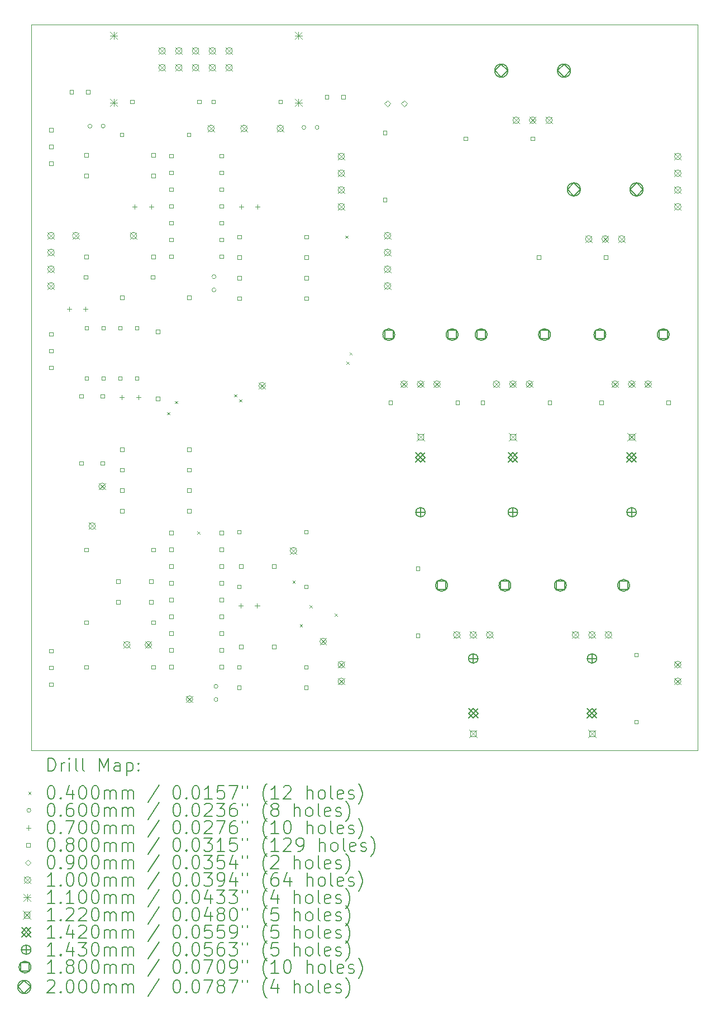
<source format=gbr>
%TF.GenerationSoftware,KiCad,Pcbnew,8.0.2-1*%
%TF.CreationDate,2024-06-17T09:47:30+02:00*%
%TF.ProjectId,3320,33333230-2e6b-4696-9361-645f70636258,rev?*%
%TF.SameCoordinates,Original*%
%TF.FileFunction,Drillmap*%
%TF.FilePolarity,Positive*%
%FSLAX45Y45*%
G04 Gerber Fmt 4.5, Leading zero omitted, Abs format (unit mm)*
G04 Created by KiCad (PCBNEW 8.0.2-1) date 2024-06-17 09:47:30*
%MOMM*%
%LPD*%
G01*
G04 APERTURE LIST*
%ADD10C,0.100000*%
%ADD11C,0.200000*%
%ADD12C,0.110000*%
%ADD13C,0.122000*%
%ADD14C,0.142000*%
%ADD15C,0.143000*%
%ADD16C,0.180000*%
G04 APERTURE END LIST*
D10*
X5000000Y-5000000D02*
X15100000Y-5000000D01*
X15100000Y-16000000D01*
X5000000Y-16000000D01*
X5000000Y-5000000D01*
D11*
D10*
X7060000Y-10875000D02*
X7100000Y-10915000D01*
X7100000Y-10875000D02*
X7060000Y-10915000D01*
X7180000Y-10705000D02*
X7220000Y-10745000D01*
X7220000Y-10705000D02*
X7180000Y-10745000D01*
X7515000Y-12680000D02*
X7555000Y-12720000D01*
X7555000Y-12680000D02*
X7515000Y-12720000D01*
X8075000Y-10605000D02*
X8115000Y-10645000D01*
X8115000Y-10605000D02*
X8075000Y-10645000D01*
X8150000Y-10680000D02*
X8190000Y-10720000D01*
X8190000Y-10680000D02*
X8150000Y-10720000D01*
X8960000Y-13425000D02*
X9000000Y-13465000D01*
X9000000Y-13425000D02*
X8960000Y-13465000D01*
X9071000Y-14090000D02*
X9111000Y-14130000D01*
X9111000Y-14090000D02*
X9071000Y-14130000D01*
X9221000Y-13800000D02*
X9261000Y-13840000D01*
X9261000Y-13800000D02*
X9221000Y-13840000D01*
X9600000Y-13930000D02*
X9640000Y-13970000D01*
X9640000Y-13930000D02*
X9600000Y-13970000D01*
X9760000Y-8200000D02*
X9800000Y-8240000D01*
X9800000Y-8200000D02*
X9760000Y-8240000D01*
X9780000Y-10110000D02*
X9820000Y-10150000D01*
X9820000Y-10110000D02*
X9780000Y-10150000D01*
X9825000Y-9970000D02*
X9865000Y-10010000D01*
X9865000Y-9970000D02*
X9825000Y-10010000D01*
X5920000Y-6540000D02*
G75*
G02*
X5860000Y-6540000I-30000J0D01*
G01*
X5860000Y-6540000D02*
G75*
G02*
X5920000Y-6540000I30000J0D01*
G01*
X6120000Y-6540000D02*
G75*
G02*
X6060000Y-6540000I-30000J0D01*
G01*
X6060000Y-6540000D02*
G75*
G02*
X6120000Y-6540000I30000J0D01*
G01*
X7800000Y-8822740D02*
G75*
G02*
X7740000Y-8822740I-30000J0D01*
G01*
X7740000Y-8822740D02*
G75*
G02*
X7800000Y-8822740I30000J0D01*
G01*
X7800000Y-9022740D02*
G75*
G02*
X7740000Y-9022740I-30000J0D01*
G01*
X7740000Y-9022740D02*
G75*
G02*
X7800000Y-9022740I30000J0D01*
G01*
X7830000Y-15030000D02*
G75*
G02*
X7770000Y-15030000I-30000J0D01*
G01*
X7770000Y-15030000D02*
G75*
G02*
X7830000Y-15030000I30000J0D01*
G01*
X7830000Y-15230000D02*
G75*
G02*
X7770000Y-15230000I-30000J0D01*
G01*
X7770000Y-15230000D02*
G75*
G02*
X7830000Y-15230000I30000J0D01*
G01*
X9162740Y-6560000D02*
G75*
G02*
X9102740Y-6560000I-30000J0D01*
G01*
X9102740Y-6560000D02*
G75*
G02*
X9162740Y-6560000I30000J0D01*
G01*
X9362740Y-6560000D02*
G75*
G02*
X9302740Y-6560000I-30000J0D01*
G01*
X9302740Y-6560000D02*
G75*
G02*
X9362740Y-6560000I30000J0D01*
G01*
X5575000Y-9275000D02*
X5575000Y-9345000D01*
X5540000Y-9310000D02*
X5610000Y-9310000D01*
X5825000Y-9275000D02*
X5825000Y-9345000D01*
X5790000Y-9310000D02*
X5860000Y-9310000D01*
X6375000Y-10615000D02*
X6375000Y-10685000D01*
X6340000Y-10650000D02*
X6410000Y-10650000D01*
X6570000Y-7725000D02*
X6570000Y-7795000D01*
X6535000Y-7760000D02*
X6605000Y-7760000D01*
X6625000Y-10615000D02*
X6625000Y-10685000D01*
X6590000Y-10650000D02*
X6660000Y-10650000D01*
X6820000Y-7725000D02*
X6820000Y-7795000D01*
X6785000Y-7760000D02*
X6855000Y-7760000D01*
X8175000Y-13775000D02*
X8175000Y-13845000D01*
X8140000Y-13810000D02*
X8210000Y-13810000D01*
X8182000Y-7725000D02*
X8182000Y-7795000D01*
X8147000Y-7760000D02*
X8217000Y-7760000D01*
X8425000Y-13775000D02*
X8425000Y-13845000D01*
X8390000Y-13810000D02*
X8460000Y-13810000D01*
X8432000Y-7725000D02*
X8432000Y-7795000D01*
X8397000Y-7760000D02*
X8467000Y-7760000D01*
X5328285Y-6628284D02*
X5328285Y-6571715D01*
X5271716Y-6571715D01*
X5271716Y-6628284D01*
X5328285Y-6628284D01*
X5328285Y-6882284D02*
X5328285Y-6825715D01*
X5271716Y-6825715D01*
X5271716Y-6882284D01*
X5328285Y-6882284D01*
X5328285Y-7136284D02*
X5328285Y-7079715D01*
X5271716Y-7079715D01*
X5271716Y-7136284D01*
X5328285Y-7136284D01*
X5328285Y-9720285D02*
X5328285Y-9663716D01*
X5271716Y-9663716D01*
X5271716Y-9720285D01*
X5328285Y-9720285D01*
X5328285Y-9974285D02*
X5328285Y-9917716D01*
X5271716Y-9917716D01*
X5271716Y-9974285D01*
X5328285Y-9974285D01*
X5328285Y-10228285D02*
X5328285Y-10171716D01*
X5271716Y-10171716D01*
X5271716Y-10228285D01*
X5328285Y-10228285D01*
X5328285Y-14520284D02*
X5328285Y-14463715D01*
X5271716Y-14463715D01*
X5271716Y-14520284D01*
X5328285Y-14520284D01*
X5328285Y-14774284D02*
X5328285Y-14717715D01*
X5271716Y-14717715D01*
X5271716Y-14774284D01*
X5328285Y-14774284D01*
X5328285Y-15028284D02*
X5328285Y-14971715D01*
X5271716Y-14971715D01*
X5271716Y-15028284D01*
X5328285Y-15028284D01*
X5638284Y-6048284D02*
X5638284Y-5991715D01*
X5581716Y-5991715D01*
X5581716Y-6048284D01*
X5638284Y-6048284D01*
X5788284Y-10660285D02*
X5788284Y-10603716D01*
X5731715Y-10603716D01*
X5731715Y-10660285D01*
X5788284Y-10660285D01*
X5788284Y-11676284D02*
X5788284Y-11619715D01*
X5731715Y-11619715D01*
X5731715Y-11676284D01*
X5788284Y-11676284D01*
X5855284Y-8858285D02*
X5855284Y-8801716D01*
X5798715Y-8801716D01*
X5798715Y-8858285D01*
X5855284Y-8858285D01*
X5862284Y-7008284D02*
X5862284Y-6951715D01*
X5805715Y-6951715D01*
X5805715Y-7008284D01*
X5862284Y-7008284D01*
X5862284Y-7323284D02*
X5862284Y-7266715D01*
X5805715Y-7266715D01*
X5805715Y-7323284D01*
X5862284Y-7323284D01*
X5862284Y-8548285D02*
X5862284Y-8491716D01*
X5805715Y-8491716D01*
X5805715Y-8548285D01*
X5862284Y-8548285D01*
X5862284Y-12988284D02*
X5862284Y-12931715D01*
X5805715Y-12931715D01*
X5805715Y-12988284D01*
X5862284Y-12988284D01*
X5862284Y-14088284D02*
X5862284Y-14031715D01*
X5805715Y-14031715D01*
X5805715Y-14088284D01*
X5862284Y-14088284D01*
X5862284Y-14768284D02*
X5862284Y-14711715D01*
X5805715Y-14711715D01*
X5805715Y-14768284D01*
X5862284Y-14768284D01*
X5866284Y-9628285D02*
X5866284Y-9571716D01*
X5809715Y-9571716D01*
X5809715Y-9628285D01*
X5866284Y-9628285D01*
X5866284Y-10390285D02*
X5866284Y-10333716D01*
X5809715Y-10333716D01*
X5809715Y-10390285D01*
X5866284Y-10390285D01*
X5888284Y-6048284D02*
X5888284Y-5991715D01*
X5831715Y-5991715D01*
X5831715Y-6048284D01*
X5888284Y-6048284D01*
X6108284Y-10660285D02*
X6108284Y-10603716D01*
X6051715Y-10603716D01*
X6051715Y-10660285D01*
X6108284Y-10660285D01*
X6108284Y-11676284D02*
X6108284Y-11619715D01*
X6051715Y-11619715D01*
X6051715Y-11676284D01*
X6108284Y-11676284D01*
X6120284Y-9628285D02*
X6120284Y-9571716D01*
X6063715Y-9571716D01*
X6063715Y-9628285D01*
X6120284Y-9628285D01*
X6120284Y-10390285D02*
X6120284Y-10333716D01*
X6063715Y-10333716D01*
X6063715Y-10390285D01*
X6120284Y-10390285D01*
X6348284Y-13468284D02*
X6348284Y-13411715D01*
X6291715Y-13411715D01*
X6291715Y-13468284D01*
X6348284Y-13468284D01*
X6348284Y-13778284D02*
X6348284Y-13721715D01*
X6291715Y-13721715D01*
X6291715Y-13778284D01*
X6348284Y-13778284D01*
X6374284Y-9628285D02*
X6374284Y-9571716D01*
X6317715Y-9571716D01*
X6317715Y-9628285D01*
X6374284Y-9628285D01*
X6374284Y-10390285D02*
X6374284Y-10333716D01*
X6317715Y-10333716D01*
X6317715Y-10390285D01*
X6374284Y-10390285D01*
X6400284Y-6698284D02*
X6400284Y-6641715D01*
X6343715Y-6641715D01*
X6343715Y-6698284D01*
X6400284Y-6698284D01*
X6405284Y-9168285D02*
X6405284Y-9111716D01*
X6348715Y-9111716D01*
X6348715Y-9168285D01*
X6405284Y-9168285D01*
X6405284Y-11468284D02*
X6405284Y-11411715D01*
X6348715Y-11411715D01*
X6348715Y-11468284D01*
X6405284Y-11468284D01*
X6405284Y-11778284D02*
X6405284Y-11721715D01*
X6348715Y-11721715D01*
X6348715Y-11778284D01*
X6405284Y-11778284D01*
X6405284Y-12088284D02*
X6405284Y-12031715D01*
X6348715Y-12031715D01*
X6348715Y-12088284D01*
X6405284Y-12088284D01*
X6405284Y-12398284D02*
X6405284Y-12341715D01*
X6348715Y-12341715D01*
X6348715Y-12398284D01*
X6405284Y-12398284D01*
X6555284Y-6198284D02*
X6555284Y-6141715D01*
X6498715Y-6141715D01*
X6498715Y-6198284D01*
X6555284Y-6198284D01*
X6628284Y-9628285D02*
X6628284Y-9571716D01*
X6571715Y-9571716D01*
X6571715Y-9628285D01*
X6628284Y-9628285D01*
X6628284Y-10390285D02*
X6628284Y-10333716D01*
X6571715Y-10333716D01*
X6571715Y-10390285D01*
X6628284Y-10390285D01*
X6848284Y-13468284D02*
X6848284Y-13411715D01*
X6791715Y-13411715D01*
X6791715Y-13468284D01*
X6848284Y-13468284D01*
X6848284Y-13778284D02*
X6848284Y-13721715D01*
X6791715Y-13721715D01*
X6791715Y-13778284D01*
X6848284Y-13778284D01*
X6871284Y-8858285D02*
X6871284Y-8801716D01*
X6814715Y-8801716D01*
X6814715Y-8858285D01*
X6871284Y-8858285D01*
X6878284Y-7008284D02*
X6878284Y-6951715D01*
X6821715Y-6951715D01*
X6821715Y-7008284D01*
X6878284Y-7008284D01*
X6878284Y-7323284D02*
X6878284Y-7266715D01*
X6821715Y-7266715D01*
X6821715Y-7323284D01*
X6878284Y-7323284D01*
X6878284Y-8548285D02*
X6878284Y-8491716D01*
X6821715Y-8491716D01*
X6821715Y-8548285D01*
X6878284Y-8548285D01*
X6878284Y-12988284D02*
X6878284Y-12931715D01*
X6821715Y-12931715D01*
X6821715Y-12988284D01*
X6878284Y-12988284D01*
X6878284Y-14088284D02*
X6878284Y-14031715D01*
X6821715Y-14031715D01*
X6821715Y-14088284D01*
X6878284Y-14088284D01*
X6878284Y-14768284D02*
X6878284Y-14711715D01*
X6821715Y-14711715D01*
X6821715Y-14768284D01*
X6878284Y-14768284D01*
X6948284Y-9680285D02*
X6948284Y-9623716D01*
X6891715Y-9623716D01*
X6891715Y-9680285D01*
X6948284Y-9680285D01*
X6948284Y-10696285D02*
X6948284Y-10639716D01*
X6891715Y-10639716D01*
X6891715Y-10696285D01*
X6948284Y-10696285D01*
X7148284Y-7020284D02*
X7148284Y-6963715D01*
X7091715Y-6963715D01*
X7091715Y-7020284D01*
X7148284Y-7020284D01*
X7148284Y-7274284D02*
X7148284Y-7217715D01*
X7091715Y-7217715D01*
X7091715Y-7274284D01*
X7148284Y-7274284D01*
X7148284Y-7528284D02*
X7148284Y-7471715D01*
X7091715Y-7471715D01*
X7091715Y-7528284D01*
X7148284Y-7528284D01*
X7148284Y-7782284D02*
X7148284Y-7725715D01*
X7091715Y-7725715D01*
X7091715Y-7782284D01*
X7148284Y-7782284D01*
X7148284Y-8036284D02*
X7148284Y-7979715D01*
X7091715Y-7979715D01*
X7091715Y-8036284D01*
X7148284Y-8036284D01*
X7148284Y-8290284D02*
X7148284Y-8233715D01*
X7091715Y-8233715D01*
X7091715Y-8290284D01*
X7148284Y-8290284D01*
X7148284Y-8544285D02*
X7148284Y-8487716D01*
X7091715Y-8487716D01*
X7091715Y-8544285D01*
X7148284Y-8544285D01*
X7148284Y-12728284D02*
X7148284Y-12671715D01*
X7091715Y-12671715D01*
X7091715Y-12728284D01*
X7148284Y-12728284D01*
X7148284Y-12982284D02*
X7148284Y-12925715D01*
X7091715Y-12925715D01*
X7091715Y-12982284D01*
X7148284Y-12982284D01*
X7148284Y-13236284D02*
X7148284Y-13179715D01*
X7091715Y-13179715D01*
X7091715Y-13236284D01*
X7148284Y-13236284D01*
X7148284Y-13490284D02*
X7148284Y-13433715D01*
X7091715Y-13433715D01*
X7091715Y-13490284D01*
X7148284Y-13490284D01*
X7148284Y-13744284D02*
X7148284Y-13687715D01*
X7091715Y-13687715D01*
X7091715Y-13744284D01*
X7148284Y-13744284D01*
X7148284Y-13998284D02*
X7148284Y-13941715D01*
X7091715Y-13941715D01*
X7091715Y-13998284D01*
X7148284Y-13998284D01*
X7148284Y-14252284D02*
X7148284Y-14195715D01*
X7091715Y-14195715D01*
X7091715Y-14252284D01*
X7148284Y-14252284D01*
X7148284Y-14506284D02*
X7148284Y-14449715D01*
X7091715Y-14449715D01*
X7091715Y-14506284D01*
X7148284Y-14506284D01*
X7148284Y-14760284D02*
X7148284Y-14703715D01*
X7091715Y-14703715D01*
X7091715Y-14760284D01*
X7148284Y-14760284D01*
X7416284Y-6698284D02*
X7416284Y-6641715D01*
X7359715Y-6641715D01*
X7359715Y-6698284D01*
X7416284Y-6698284D01*
X7421284Y-9168285D02*
X7421284Y-9111716D01*
X7364715Y-9111716D01*
X7364715Y-9168285D01*
X7421284Y-9168285D01*
X7421284Y-11468284D02*
X7421284Y-11411715D01*
X7364715Y-11411715D01*
X7364715Y-11468284D01*
X7421284Y-11468284D01*
X7421284Y-11778284D02*
X7421284Y-11721715D01*
X7364715Y-11721715D01*
X7364715Y-11778284D01*
X7421284Y-11778284D01*
X7421284Y-12088284D02*
X7421284Y-12031715D01*
X7364715Y-12031715D01*
X7364715Y-12088284D01*
X7421284Y-12088284D01*
X7421284Y-12398284D02*
X7421284Y-12341715D01*
X7364715Y-12341715D01*
X7364715Y-12398284D01*
X7421284Y-12398284D01*
X7571284Y-6198284D02*
X7571284Y-6141715D01*
X7514715Y-6141715D01*
X7514715Y-6198284D01*
X7571284Y-6198284D01*
X7788284Y-6198284D02*
X7788284Y-6141715D01*
X7731715Y-6141715D01*
X7731715Y-6198284D01*
X7788284Y-6198284D01*
X7910284Y-7020284D02*
X7910284Y-6963715D01*
X7853715Y-6963715D01*
X7853715Y-7020284D01*
X7910284Y-7020284D01*
X7910284Y-7274284D02*
X7910284Y-7217715D01*
X7853715Y-7217715D01*
X7853715Y-7274284D01*
X7910284Y-7274284D01*
X7910284Y-7528284D02*
X7910284Y-7471715D01*
X7853715Y-7471715D01*
X7853715Y-7528284D01*
X7910284Y-7528284D01*
X7910284Y-7782284D02*
X7910284Y-7725715D01*
X7853715Y-7725715D01*
X7853715Y-7782284D01*
X7910284Y-7782284D01*
X7910284Y-8036284D02*
X7910284Y-7979715D01*
X7853715Y-7979715D01*
X7853715Y-8036284D01*
X7910284Y-8036284D01*
X7910284Y-8290284D02*
X7910284Y-8233715D01*
X7853715Y-8233715D01*
X7853715Y-8290284D01*
X7910284Y-8290284D01*
X7910284Y-8544285D02*
X7910284Y-8487716D01*
X7853715Y-8487716D01*
X7853715Y-8544285D01*
X7910284Y-8544285D01*
X7910284Y-12728284D02*
X7910284Y-12671715D01*
X7853715Y-12671715D01*
X7853715Y-12728284D01*
X7910284Y-12728284D01*
X7910284Y-12982284D02*
X7910284Y-12925715D01*
X7853715Y-12925715D01*
X7853715Y-12982284D01*
X7910284Y-12982284D01*
X7910284Y-13236284D02*
X7910284Y-13179715D01*
X7853715Y-13179715D01*
X7853715Y-13236284D01*
X7910284Y-13236284D01*
X7910284Y-13490284D02*
X7910284Y-13433715D01*
X7853715Y-13433715D01*
X7853715Y-13490284D01*
X7910284Y-13490284D01*
X7910284Y-13744284D02*
X7910284Y-13687715D01*
X7853715Y-13687715D01*
X7853715Y-13744284D01*
X7910284Y-13744284D01*
X7910284Y-13998284D02*
X7910284Y-13941715D01*
X7853715Y-13941715D01*
X7853715Y-13998284D01*
X7910284Y-13998284D01*
X7910284Y-14252284D02*
X7910284Y-14195715D01*
X7853715Y-14195715D01*
X7853715Y-14252284D01*
X7910284Y-14252284D01*
X7910284Y-14506284D02*
X7910284Y-14449715D01*
X7853715Y-14449715D01*
X7853715Y-14506284D01*
X7910284Y-14506284D01*
X7910284Y-14760284D02*
X7910284Y-14703715D01*
X7853715Y-14703715D01*
X7853715Y-14760284D01*
X7910284Y-14760284D01*
X8178284Y-12718284D02*
X8178284Y-12661715D01*
X8121715Y-12661715D01*
X8121715Y-12718284D01*
X8178284Y-12718284D01*
X8178284Y-13548284D02*
X8178284Y-13491715D01*
X8121715Y-13491715D01*
X8121715Y-13548284D01*
X8178284Y-13548284D01*
X8178284Y-14768284D02*
X8178284Y-14711715D01*
X8121715Y-14711715D01*
X8121715Y-14768284D01*
X8178284Y-14768284D01*
X8178284Y-15078284D02*
X8178284Y-15021715D01*
X8121715Y-15021715D01*
X8121715Y-15078284D01*
X8178284Y-15078284D01*
X8182284Y-8248284D02*
X8182284Y-8191715D01*
X8125715Y-8191715D01*
X8125715Y-8248284D01*
X8182284Y-8248284D01*
X8182284Y-8558285D02*
X8182284Y-8501716D01*
X8125715Y-8501716D01*
X8125715Y-8558285D01*
X8182284Y-8558285D01*
X8182284Y-8868285D02*
X8182284Y-8811716D01*
X8125715Y-8811716D01*
X8125715Y-8868285D01*
X8182284Y-8868285D01*
X8182284Y-9178285D02*
X8182284Y-9121716D01*
X8125715Y-9121716D01*
X8125715Y-9178285D01*
X8182284Y-9178285D01*
X8208284Y-13238284D02*
X8208284Y-13181715D01*
X8151715Y-13181715D01*
X8151715Y-13238284D01*
X8208284Y-13238284D01*
X8208284Y-14458284D02*
X8208284Y-14401715D01*
X8151715Y-14401715D01*
X8151715Y-14458284D01*
X8208284Y-14458284D01*
X8708285Y-13238284D02*
X8708285Y-13181715D01*
X8651716Y-13181715D01*
X8651716Y-13238284D01*
X8708285Y-13238284D01*
X8708285Y-14458284D02*
X8708285Y-14401715D01*
X8651716Y-14401715D01*
X8651716Y-14458284D01*
X8708285Y-14458284D01*
X8804285Y-6198284D02*
X8804285Y-6141715D01*
X8747716Y-6141715D01*
X8747716Y-6198284D01*
X8804285Y-6198284D01*
X9194285Y-12718284D02*
X9194285Y-12661715D01*
X9137716Y-12661715D01*
X9137716Y-12718284D01*
X9194285Y-12718284D01*
X9194285Y-13548284D02*
X9194285Y-13491715D01*
X9137716Y-13491715D01*
X9137716Y-13548284D01*
X9194285Y-13548284D01*
X9194285Y-14768284D02*
X9194285Y-14711715D01*
X9137716Y-14711715D01*
X9137716Y-14768284D01*
X9194285Y-14768284D01*
X9194285Y-15078284D02*
X9194285Y-15021715D01*
X9137716Y-15021715D01*
X9137716Y-15078284D01*
X9194285Y-15078284D01*
X9198285Y-8248284D02*
X9198285Y-8191715D01*
X9141716Y-8191715D01*
X9141716Y-8248284D01*
X9198285Y-8248284D01*
X9198285Y-8558285D02*
X9198285Y-8501716D01*
X9141716Y-8501716D01*
X9141716Y-8558285D01*
X9198285Y-8558285D01*
X9198285Y-8868285D02*
X9198285Y-8811716D01*
X9141716Y-8811716D01*
X9141716Y-8868285D01*
X9198285Y-8868285D01*
X9198285Y-9178285D02*
X9198285Y-9121716D01*
X9141716Y-9121716D01*
X9141716Y-9178285D01*
X9198285Y-9178285D01*
X9508285Y-6128284D02*
X9508285Y-6071715D01*
X9451716Y-6071715D01*
X9451716Y-6128284D01*
X9508285Y-6128284D01*
X9758285Y-6128284D02*
X9758285Y-6071715D01*
X9701716Y-6071715D01*
X9701716Y-6128284D01*
X9758285Y-6128284D01*
X10388285Y-6668284D02*
X10388285Y-6611715D01*
X10331716Y-6611715D01*
X10331716Y-6668284D01*
X10388285Y-6668284D01*
X10388285Y-7684284D02*
X10388285Y-7627715D01*
X10331716Y-7627715D01*
X10331716Y-7684284D01*
X10388285Y-7684284D01*
X10472285Y-10758285D02*
X10472285Y-10701716D01*
X10415716Y-10701716D01*
X10415716Y-10758285D01*
X10472285Y-10758285D01*
X10888285Y-13270284D02*
X10888285Y-13213715D01*
X10831716Y-13213715D01*
X10831716Y-13270284D01*
X10888285Y-13270284D01*
X10888285Y-14286284D02*
X10888285Y-14229715D01*
X10831716Y-14229715D01*
X10831716Y-14286284D01*
X10888285Y-14286284D01*
X11488284Y-10758285D02*
X11488284Y-10701716D01*
X11431715Y-10701716D01*
X11431715Y-10758285D01*
X11488284Y-10758285D01*
X11612284Y-6758284D02*
X11612284Y-6701715D01*
X11555715Y-6701715D01*
X11555715Y-6758284D01*
X11612284Y-6758284D01*
X11870284Y-10758285D02*
X11870284Y-10701716D01*
X11813715Y-10701716D01*
X11813715Y-10758285D01*
X11870284Y-10758285D01*
X12628284Y-6758284D02*
X12628284Y-6701715D01*
X12571715Y-6701715D01*
X12571715Y-6758284D01*
X12628284Y-6758284D01*
X12720284Y-8558285D02*
X12720284Y-8501716D01*
X12663715Y-8501716D01*
X12663715Y-8558285D01*
X12720284Y-8558285D01*
X12886284Y-10758285D02*
X12886284Y-10701716D01*
X12829715Y-10701716D01*
X12829715Y-10758285D01*
X12886284Y-10758285D01*
X13670284Y-10758285D02*
X13670284Y-10701716D01*
X13613715Y-10701716D01*
X13613715Y-10758285D01*
X13670284Y-10758285D01*
X13736284Y-8558285D02*
X13736284Y-8501716D01*
X13679715Y-8501716D01*
X13679715Y-8558285D01*
X13736284Y-8558285D01*
X14198284Y-14580284D02*
X14198284Y-14523715D01*
X14141715Y-14523715D01*
X14141715Y-14580284D01*
X14198284Y-14580284D01*
X14198284Y-15596284D02*
X14198284Y-15539715D01*
X14141715Y-15539715D01*
X14141715Y-15596284D01*
X14198284Y-15596284D01*
X14686284Y-10758285D02*
X14686284Y-10701716D01*
X14629715Y-10701716D01*
X14629715Y-10758285D01*
X14686284Y-10758285D01*
X10400000Y-6245000D02*
X10445000Y-6200000D01*
X10400000Y-6155000D01*
X10355000Y-6200000D01*
X10400000Y-6245000D01*
X10654000Y-6245000D02*
X10699000Y-6200000D01*
X10654000Y-6155000D01*
X10609000Y-6200000D01*
X10654000Y-6245000D01*
X5250000Y-8150000D02*
X5350000Y-8250000D01*
X5350000Y-8150000D02*
X5250000Y-8250000D01*
X5350000Y-8200000D02*
G75*
G02*
X5250000Y-8200000I-50000J0D01*
G01*
X5250000Y-8200000D02*
G75*
G02*
X5350000Y-8200000I50000J0D01*
G01*
X5250000Y-8404000D02*
X5350000Y-8504000D01*
X5350000Y-8404000D02*
X5250000Y-8504000D01*
X5350000Y-8454000D02*
G75*
G02*
X5250000Y-8454000I-50000J0D01*
G01*
X5250000Y-8454000D02*
G75*
G02*
X5350000Y-8454000I50000J0D01*
G01*
X5250000Y-8658000D02*
X5350000Y-8758000D01*
X5350000Y-8658000D02*
X5250000Y-8758000D01*
X5350000Y-8708000D02*
G75*
G02*
X5250000Y-8708000I-50000J0D01*
G01*
X5250000Y-8708000D02*
G75*
G02*
X5350000Y-8708000I50000J0D01*
G01*
X5250000Y-8912000D02*
X5350000Y-9012000D01*
X5350000Y-8912000D02*
X5250000Y-9012000D01*
X5350000Y-8962000D02*
G75*
G02*
X5250000Y-8962000I-50000J0D01*
G01*
X5250000Y-8962000D02*
G75*
G02*
X5350000Y-8962000I50000J0D01*
G01*
X5625000Y-8150000D02*
X5725000Y-8250000D01*
X5725000Y-8150000D02*
X5625000Y-8250000D01*
X5725000Y-8200000D02*
G75*
G02*
X5625000Y-8200000I-50000J0D01*
G01*
X5625000Y-8200000D02*
G75*
G02*
X5725000Y-8200000I50000J0D01*
G01*
X5875000Y-12550000D02*
X5975000Y-12650000D01*
X5975000Y-12550000D02*
X5875000Y-12650000D01*
X5975000Y-12600000D02*
G75*
G02*
X5875000Y-12600000I-50000J0D01*
G01*
X5875000Y-12600000D02*
G75*
G02*
X5975000Y-12600000I50000J0D01*
G01*
X6025000Y-11950000D02*
X6125000Y-12050000D01*
X6125000Y-11950000D02*
X6025000Y-12050000D01*
X6125000Y-12000000D02*
G75*
G02*
X6025000Y-12000000I-50000J0D01*
G01*
X6025000Y-12000000D02*
G75*
G02*
X6125000Y-12000000I50000J0D01*
G01*
X6400000Y-14350000D02*
X6500000Y-14450000D01*
X6500000Y-14350000D02*
X6400000Y-14450000D01*
X6500000Y-14400000D02*
G75*
G02*
X6400000Y-14400000I-50000J0D01*
G01*
X6400000Y-14400000D02*
G75*
G02*
X6500000Y-14400000I50000J0D01*
G01*
X6500000Y-8150000D02*
X6600000Y-8250000D01*
X6600000Y-8150000D02*
X6500000Y-8250000D01*
X6600000Y-8200000D02*
G75*
G02*
X6500000Y-8200000I-50000J0D01*
G01*
X6500000Y-8200000D02*
G75*
G02*
X6600000Y-8200000I50000J0D01*
G01*
X6725000Y-14350000D02*
X6825000Y-14450000D01*
X6825000Y-14350000D02*
X6725000Y-14450000D01*
X6825000Y-14400000D02*
G75*
G02*
X6725000Y-14400000I-50000J0D01*
G01*
X6725000Y-14400000D02*
G75*
G02*
X6825000Y-14400000I50000J0D01*
G01*
X6934000Y-5350000D02*
X7034000Y-5450000D01*
X7034000Y-5350000D02*
X6934000Y-5450000D01*
X7034000Y-5400000D02*
G75*
G02*
X6934000Y-5400000I-50000J0D01*
G01*
X6934000Y-5400000D02*
G75*
G02*
X7034000Y-5400000I50000J0D01*
G01*
X6934000Y-5604000D02*
X7034000Y-5704000D01*
X7034000Y-5604000D02*
X6934000Y-5704000D01*
X7034000Y-5654000D02*
G75*
G02*
X6934000Y-5654000I-50000J0D01*
G01*
X6934000Y-5654000D02*
G75*
G02*
X7034000Y-5654000I50000J0D01*
G01*
X7188000Y-5350000D02*
X7288000Y-5450000D01*
X7288000Y-5350000D02*
X7188000Y-5450000D01*
X7288000Y-5400000D02*
G75*
G02*
X7188000Y-5400000I-50000J0D01*
G01*
X7188000Y-5400000D02*
G75*
G02*
X7288000Y-5400000I50000J0D01*
G01*
X7188000Y-5604000D02*
X7288000Y-5704000D01*
X7288000Y-5604000D02*
X7188000Y-5704000D01*
X7288000Y-5654000D02*
G75*
G02*
X7188000Y-5654000I-50000J0D01*
G01*
X7188000Y-5654000D02*
G75*
G02*
X7288000Y-5654000I50000J0D01*
G01*
X7350000Y-15175000D02*
X7450000Y-15275000D01*
X7450000Y-15175000D02*
X7350000Y-15275000D01*
X7450000Y-15225000D02*
G75*
G02*
X7350000Y-15225000I-50000J0D01*
G01*
X7350000Y-15225000D02*
G75*
G02*
X7450000Y-15225000I50000J0D01*
G01*
X7442000Y-5350000D02*
X7542000Y-5450000D01*
X7542000Y-5350000D02*
X7442000Y-5450000D01*
X7542000Y-5400000D02*
G75*
G02*
X7442000Y-5400000I-50000J0D01*
G01*
X7442000Y-5400000D02*
G75*
G02*
X7542000Y-5400000I50000J0D01*
G01*
X7442000Y-5604000D02*
X7542000Y-5704000D01*
X7542000Y-5604000D02*
X7442000Y-5704000D01*
X7542000Y-5654000D02*
G75*
G02*
X7442000Y-5654000I-50000J0D01*
G01*
X7442000Y-5654000D02*
G75*
G02*
X7542000Y-5654000I50000J0D01*
G01*
X7675000Y-6525000D02*
X7775000Y-6625000D01*
X7775000Y-6525000D02*
X7675000Y-6625000D01*
X7775000Y-6575000D02*
G75*
G02*
X7675000Y-6575000I-50000J0D01*
G01*
X7675000Y-6575000D02*
G75*
G02*
X7775000Y-6575000I50000J0D01*
G01*
X7696000Y-5350000D02*
X7796000Y-5450000D01*
X7796000Y-5350000D02*
X7696000Y-5450000D01*
X7796000Y-5400000D02*
G75*
G02*
X7696000Y-5400000I-50000J0D01*
G01*
X7696000Y-5400000D02*
G75*
G02*
X7796000Y-5400000I50000J0D01*
G01*
X7696000Y-5604000D02*
X7796000Y-5704000D01*
X7796000Y-5604000D02*
X7696000Y-5704000D01*
X7796000Y-5654000D02*
G75*
G02*
X7696000Y-5654000I-50000J0D01*
G01*
X7696000Y-5654000D02*
G75*
G02*
X7796000Y-5654000I50000J0D01*
G01*
X7950000Y-5350000D02*
X8050000Y-5450000D01*
X8050000Y-5350000D02*
X7950000Y-5450000D01*
X8050000Y-5400000D02*
G75*
G02*
X7950000Y-5400000I-50000J0D01*
G01*
X7950000Y-5400000D02*
G75*
G02*
X8050000Y-5400000I50000J0D01*
G01*
X7950000Y-5604000D02*
X8050000Y-5704000D01*
X8050000Y-5604000D02*
X7950000Y-5704000D01*
X8050000Y-5654000D02*
G75*
G02*
X7950000Y-5654000I-50000J0D01*
G01*
X7950000Y-5654000D02*
G75*
G02*
X8050000Y-5654000I50000J0D01*
G01*
X8175000Y-6525000D02*
X8275000Y-6625000D01*
X8275000Y-6525000D02*
X8175000Y-6625000D01*
X8275000Y-6575000D02*
G75*
G02*
X8175000Y-6575000I-50000J0D01*
G01*
X8175000Y-6575000D02*
G75*
G02*
X8275000Y-6575000I50000J0D01*
G01*
X8450000Y-10425000D02*
X8550000Y-10525000D01*
X8550000Y-10425000D02*
X8450000Y-10525000D01*
X8550000Y-10475000D02*
G75*
G02*
X8450000Y-10475000I-50000J0D01*
G01*
X8450000Y-10475000D02*
G75*
G02*
X8550000Y-10475000I50000J0D01*
G01*
X8725000Y-6525000D02*
X8825000Y-6625000D01*
X8825000Y-6525000D02*
X8725000Y-6625000D01*
X8825000Y-6575000D02*
G75*
G02*
X8725000Y-6575000I-50000J0D01*
G01*
X8725000Y-6575000D02*
G75*
G02*
X8825000Y-6575000I50000J0D01*
G01*
X8925000Y-12925000D02*
X9025000Y-13025000D01*
X9025000Y-12925000D02*
X8925000Y-13025000D01*
X9025000Y-12975000D02*
G75*
G02*
X8925000Y-12975000I-50000J0D01*
G01*
X8925000Y-12975000D02*
G75*
G02*
X9025000Y-12975000I50000J0D01*
G01*
X9375000Y-14300000D02*
X9475000Y-14400000D01*
X9475000Y-14300000D02*
X9375000Y-14400000D01*
X9475000Y-14350000D02*
G75*
G02*
X9375000Y-14350000I-50000J0D01*
G01*
X9375000Y-14350000D02*
G75*
G02*
X9475000Y-14350000I50000J0D01*
G01*
X9650000Y-6950000D02*
X9750000Y-7050000D01*
X9750000Y-6950000D02*
X9650000Y-7050000D01*
X9750000Y-7000000D02*
G75*
G02*
X9650000Y-7000000I-50000J0D01*
G01*
X9650000Y-7000000D02*
G75*
G02*
X9750000Y-7000000I50000J0D01*
G01*
X9650000Y-7204000D02*
X9750000Y-7304000D01*
X9750000Y-7204000D02*
X9650000Y-7304000D01*
X9750000Y-7254000D02*
G75*
G02*
X9650000Y-7254000I-50000J0D01*
G01*
X9650000Y-7254000D02*
G75*
G02*
X9750000Y-7254000I50000J0D01*
G01*
X9650000Y-7458000D02*
X9750000Y-7558000D01*
X9750000Y-7458000D02*
X9650000Y-7558000D01*
X9750000Y-7508000D02*
G75*
G02*
X9650000Y-7508000I-50000J0D01*
G01*
X9650000Y-7508000D02*
G75*
G02*
X9750000Y-7508000I50000J0D01*
G01*
X9650000Y-7712000D02*
X9750000Y-7812000D01*
X9750000Y-7712000D02*
X9650000Y-7812000D01*
X9750000Y-7762000D02*
G75*
G02*
X9650000Y-7762000I-50000J0D01*
G01*
X9650000Y-7762000D02*
G75*
G02*
X9750000Y-7762000I50000J0D01*
G01*
X9650000Y-14650000D02*
X9750000Y-14750000D01*
X9750000Y-14650000D02*
X9650000Y-14750000D01*
X9750000Y-14700000D02*
G75*
G02*
X9650000Y-14700000I-50000J0D01*
G01*
X9650000Y-14700000D02*
G75*
G02*
X9750000Y-14700000I50000J0D01*
G01*
X9650000Y-14904000D02*
X9750000Y-15004000D01*
X9750000Y-14904000D02*
X9650000Y-15004000D01*
X9750000Y-14954000D02*
G75*
G02*
X9650000Y-14954000I-50000J0D01*
G01*
X9650000Y-14954000D02*
G75*
G02*
X9750000Y-14954000I50000J0D01*
G01*
X10350000Y-8150000D02*
X10450000Y-8250000D01*
X10450000Y-8150000D02*
X10350000Y-8250000D01*
X10450000Y-8200000D02*
G75*
G02*
X10350000Y-8200000I-50000J0D01*
G01*
X10350000Y-8200000D02*
G75*
G02*
X10450000Y-8200000I50000J0D01*
G01*
X10350000Y-8404000D02*
X10450000Y-8504000D01*
X10450000Y-8404000D02*
X10350000Y-8504000D01*
X10450000Y-8454000D02*
G75*
G02*
X10350000Y-8454000I-50000J0D01*
G01*
X10350000Y-8454000D02*
G75*
G02*
X10450000Y-8454000I50000J0D01*
G01*
X10350000Y-8658000D02*
X10450000Y-8758000D01*
X10450000Y-8658000D02*
X10350000Y-8758000D01*
X10450000Y-8708000D02*
G75*
G02*
X10350000Y-8708000I-50000J0D01*
G01*
X10350000Y-8708000D02*
G75*
G02*
X10450000Y-8708000I50000J0D01*
G01*
X10350000Y-8912000D02*
X10450000Y-9012000D01*
X10450000Y-8912000D02*
X10350000Y-9012000D01*
X10450000Y-8962000D02*
G75*
G02*
X10350000Y-8962000I-50000J0D01*
G01*
X10350000Y-8962000D02*
G75*
G02*
X10450000Y-8962000I50000J0D01*
G01*
X10600000Y-10400000D02*
X10700000Y-10500000D01*
X10700000Y-10400000D02*
X10600000Y-10500000D01*
X10700000Y-10450000D02*
G75*
G02*
X10600000Y-10450000I-50000J0D01*
G01*
X10600000Y-10450000D02*
G75*
G02*
X10700000Y-10450000I50000J0D01*
G01*
X10850000Y-10400000D02*
X10950000Y-10500000D01*
X10950000Y-10400000D02*
X10850000Y-10500000D01*
X10950000Y-10450000D02*
G75*
G02*
X10850000Y-10450000I-50000J0D01*
G01*
X10850000Y-10450000D02*
G75*
G02*
X10950000Y-10450000I50000J0D01*
G01*
X11100000Y-10400000D02*
X11200000Y-10500000D01*
X11200000Y-10400000D02*
X11100000Y-10500000D01*
X11200000Y-10450000D02*
G75*
G02*
X11100000Y-10450000I-50000J0D01*
G01*
X11100000Y-10450000D02*
G75*
G02*
X11200000Y-10450000I50000J0D01*
G01*
X11400000Y-14200000D02*
X11500000Y-14300000D01*
X11500000Y-14200000D02*
X11400000Y-14300000D01*
X11500000Y-14250000D02*
G75*
G02*
X11400000Y-14250000I-50000J0D01*
G01*
X11400000Y-14250000D02*
G75*
G02*
X11500000Y-14250000I50000J0D01*
G01*
X11650000Y-14200000D02*
X11750000Y-14300000D01*
X11750000Y-14200000D02*
X11650000Y-14300000D01*
X11750000Y-14250000D02*
G75*
G02*
X11650000Y-14250000I-50000J0D01*
G01*
X11650000Y-14250000D02*
G75*
G02*
X11750000Y-14250000I50000J0D01*
G01*
X11900000Y-14200000D02*
X12000000Y-14300000D01*
X12000000Y-14200000D02*
X11900000Y-14300000D01*
X12000000Y-14250000D02*
G75*
G02*
X11900000Y-14250000I-50000J0D01*
G01*
X11900000Y-14250000D02*
G75*
G02*
X12000000Y-14250000I50000J0D01*
G01*
X12000000Y-10400000D02*
X12100000Y-10500000D01*
X12100000Y-10400000D02*
X12000000Y-10500000D01*
X12100000Y-10450000D02*
G75*
G02*
X12000000Y-10450000I-50000J0D01*
G01*
X12000000Y-10450000D02*
G75*
G02*
X12100000Y-10450000I50000J0D01*
G01*
X12250000Y-10400000D02*
X12350000Y-10500000D01*
X12350000Y-10400000D02*
X12250000Y-10500000D01*
X12350000Y-10450000D02*
G75*
G02*
X12250000Y-10450000I-50000J0D01*
G01*
X12250000Y-10450000D02*
G75*
G02*
X12350000Y-10450000I50000J0D01*
G01*
X12300000Y-6400000D02*
X12400000Y-6500000D01*
X12400000Y-6400000D02*
X12300000Y-6500000D01*
X12400000Y-6450000D02*
G75*
G02*
X12300000Y-6450000I-50000J0D01*
G01*
X12300000Y-6450000D02*
G75*
G02*
X12400000Y-6450000I50000J0D01*
G01*
X12500000Y-10400000D02*
X12600000Y-10500000D01*
X12600000Y-10400000D02*
X12500000Y-10500000D01*
X12600000Y-10450000D02*
G75*
G02*
X12500000Y-10450000I-50000J0D01*
G01*
X12500000Y-10450000D02*
G75*
G02*
X12600000Y-10450000I50000J0D01*
G01*
X12550000Y-6400000D02*
X12650000Y-6500000D01*
X12650000Y-6400000D02*
X12550000Y-6500000D01*
X12650000Y-6450000D02*
G75*
G02*
X12550000Y-6450000I-50000J0D01*
G01*
X12550000Y-6450000D02*
G75*
G02*
X12650000Y-6450000I50000J0D01*
G01*
X12800000Y-6400000D02*
X12900000Y-6500000D01*
X12900000Y-6400000D02*
X12800000Y-6500000D01*
X12900000Y-6450000D02*
G75*
G02*
X12800000Y-6450000I-50000J0D01*
G01*
X12800000Y-6450000D02*
G75*
G02*
X12900000Y-6450000I50000J0D01*
G01*
X13200000Y-14200000D02*
X13300000Y-14300000D01*
X13300000Y-14200000D02*
X13200000Y-14300000D01*
X13300000Y-14250000D02*
G75*
G02*
X13200000Y-14250000I-50000J0D01*
G01*
X13200000Y-14250000D02*
G75*
G02*
X13300000Y-14250000I50000J0D01*
G01*
X13400000Y-8200000D02*
X13500000Y-8300000D01*
X13500000Y-8200000D02*
X13400000Y-8300000D01*
X13500000Y-8250000D02*
G75*
G02*
X13400000Y-8250000I-50000J0D01*
G01*
X13400000Y-8250000D02*
G75*
G02*
X13500000Y-8250000I50000J0D01*
G01*
X13450000Y-14200000D02*
X13550000Y-14300000D01*
X13550000Y-14200000D02*
X13450000Y-14300000D01*
X13550000Y-14250000D02*
G75*
G02*
X13450000Y-14250000I-50000J0D01*
G01*
X13450000Y-14250000D02*
G75*
G02*
X13550000Y-14250000I50000J0D01*
G01*
X13650000Y-8200000D02*
X13750000Y-8300000D01*
X13750000Y-8200000D02*
X13650000Y-8300000D01*
X13750000Y-8250000D02*
G75*
G02*
X13650000Y-8250000I-50000J0D01*
G01*
X13650000Y-8250000D02*
G75*
G02*
X13750000Y-8250000I50000J0D01*
G01*
X13700000Y-14200000D02*
X13800000Y-14300000D01*
X13800000Y-14200000D02*
X13700000Y-14300000D01*
X13800000Y-14250000D02*
G75*
G02*
X13700000Y-14250000I-50000J0D01*
G01*
X13700000Y-14250000D02*
G75*
G02*
X13800000Y-14250000I50000J0D01*
G01*
X13800000Y-10400000D02*
X13900000Y-10500000D01*
X13900000Y-10400000D02*
X13800000Y-10500000D01*
X13900000Y-10450000D02*
G75*
G02*
X13800000Y-10450000I-50000J0D01*
G01*
X13800000Y-10450000D02*
G75*
G02*
X13900000Y-10450000I50000J0D01*
G01*
X13900000Y-8200000D02*
X14000000Y-8300000D01*
X14000000Y-8200000D02*
X13900000Y-8300000D01*
X14000000Y-8250000D02*
G75*
G02*
X13900000Y-8250000I-50000J0D01*
G01*
X13900000Y-8250000D02*
G75*
G02*
X14000000Y-8250000I50000J0D01*
G01*
X14050000Y-10400000D02*
X14150000Y-10500000D01*
X14150000Y-10400000D02*
X14050000Y-10500000D01*
X14150000Y-10450000D02*
G75*
G02*
X14050000Y-10450000I-50000J0D01*
G01*
X14050000Y-10450000D02*
G75*
G02*
X14150000Y-10450000I50000J0D01*
G01*
X14300000Y-10400000D02*
X14400000Y-10500000D01*
X14400000Y-10400000D02*
X14300000Y-10500000D01*
X14400000Y-10450000D02*
G75*
G02*
X14300000Y-10450000I-50000J0D01*
G01*
X14300000Y-10450000D02*
G75*
G02*
X14400000Y-10450000I50000J0D01*
G01*
X14750000Y-6950000D02*
X14850000Y-7050000D01*
X14850000Y-6950000D02*
X14750000Y-7050000D01*
X14850000Y-7000000D02*
G75*
G02*
X14750000Y-7000000I-50000J0D01*
G01*
X14750000Y-7000000D02*
G75*
G02*
X14850000Y-7000000I50000J0D01*
G01*
X14750000Y-7204000D02*
X14850000Y-7304000D01*
X14850000Y-7204000D02*
X14750000Y-7304000D01*
X14850000Y-7254000D02*
G75*
G02*
X14750000Y-7254000I-50000J0D01*
G01*
X14750000Y-7254000D02*
G75*
G02*
X14850000Y-7254000I50000J0D01*
G01*
X14750000Y-7458000D02*
X14850000Y-7558000D01*
X14850000Y-7458000D02*
X14750000Y-7558000D01*
X14850000Y-7508000D02*
G75*
G02*
X14750000Y-7508000I-50000J0D01*
G01*
X14750000Y-7508000D02*
G75*
G02*
X14850000Y-7508000I50000J0D01*
G01*
X14750000Y-7712000D02*
X14850000Y-7812000D01*
X14850000Y-7712000D02*
X14750000Y-7812000D01*
X14850000Y-7762000D02*
G75*
G02*
X14750000Y-7762000I-50000J0D01*
G01*
X14750000Y-7762000D02*
G75*
G02*
X14850000Y-7762000I50000J0D01*
G01*
X14750000Y-14650000D02*
X14850000Y-14750000D01*
X14850000Y-14650000D02*
X14750000Y-14750000D01*
X14850000Y-14700000D02*
G75*
G02*
X14750000Y-14700000I-50000J0D01*
G01*
X14750000Y-14700000D02*
G75*
G02*
X14850000Y-14700000I50000J0D01*
G01*
X14750000Y-14904000D02*
X14850000Y-15004000D01*
X14850000Y-14904000D02*
X14750000Y-15004000D01*
X14850000Y-14954000D02*
G75*
G02*
X14750000Y-14954000I-50000J0D01*
G01*
X14750000Y-14954000D02*
G75*
G02*
X14850000Y-14954000I50000J0D01*
G01*
D12*
X6195000Y-5115000D02*
X6305000Y-5225000D01*
X6305000Y-5115000D02*
X6195000Y-5225000D01*
X6250000Y-5115000D02*
X6250000Y-5225000D01*
X6195000Y-5170000D02*
X6305000Y-5170000D01*
X6195000Y-6131000D02*
X6305000Y-6241000D01*
X6305000Y-6131000D02*
X6195000Y-6241000D01*
X6250000Y-6131000D02*
X6250000Y-6241000D01*
X6195000Y-6186000D02*
X6305000Y-6186000D01*
X8995000Y-5115000D02*
X9105000Y-5225000D01*
X9105000Y-5115000D02*
X8995000Y-5225000D01*
X9050000Y-5115000D02*
X9050000Y-5225000D01*
X8995000Y-5170000D02*
X9105000Y-5170000D01*
X8995000Y-6131000D02*
X9105000Y-6241000D01*
X9105000Y-6131000D02*
X8995000Y-6241000D01*
X9050000Y-6131000D02*
X9050000Y-6241000D01*
X8995000Y-6186000D02*
X9105000Y-6186000D01*
D13*
X10839000Y-11191000D02*
X10961000Y-11313000D01*
X10961000Y-11191000D02*
X10839000Y-11313000D01*
X10943134Y-11295134D02*
X10943134Y-11208866D01*
X10856866Y-11208866D01*
X10856866Y-11295134D01*
X10943134Y-11295134D01*
X11639000Y-15687000D02*
X11761000Y-15809000D01*
X11761000Y-15687000D02*
X11639000Y-15809000D01*
X11743134Y-15791134D02*
X11743134Y-15704866D01*
X11656866Y-15704866D01*
X11656866Y-15791134D01*
X11743134Y-15791134D01*
X12239000Y-11191000D02*
X12361000Y-11313000D01*
X12361000Y-11191000D02*
X12239000Y-11313000D01*
X12343134Y-11295134D02*
X12343134Y-11208866D01*
X12256866Y-11208866D01*
X12256866Y-11295134D01*
X12343134Y-11295134D01*
X13439000Y-15687000D02*
X13561000Y-15809000D01*
X13561000Y-15687000D02*
X13439000Y-15809000D01*
X13543134Y-15791134D02*
X13543134Y-15704866D01*
X13456866Y-15704866D01*
X13456866Y-15791134D01*
X13543134Y-15791134D01*
X14039000Y-11191000D02*
X14161000Y-11313000D01*
X14161000Y-11191000D02*
X14039000Y-11313000D01*
X14143134Y-11295134D02*
X14143134Y-11208866D01*
X14056866Y-11208866D01*
X14056866Y-11295134D01*
X14143134Y-11295134D01*
D14*
X10829000Y-11491000D02*
X10971000Y-11633000D01*
X10971000Y-11491000D02*
X10829000Y-11633000D01*
X10900000Y-11633000D02*
X10971000Y-11562000D01*
X10900000Y-11491000D01*
X10829000Y-11562000D01*
X10900000Y-11633000D01*
X11629000Y-15367000D02*
X11771000Y-15509000D01*
X11771000Y-15367000D02*
X11629000Y-15509000D01*
X11700000Y-15509000D02*
X11771000Y-15438000D01*
X11700000Y-15367000D01*
X11629000Y-15438000D01*
X11700000Y-15509000D01*
X12229000Y-11491000D02*
X12371000Y-11633000D01*
X12371000Y-11491000D02*
X12229000Y-11633000D01*
X12300000Y-11633000D02*
X12371000Y-11562000D01*
X12300000Y-11491000D01*
X12229000Y-11562000D01*
X12300000Y-11633000D01*
X13429000Y-15367000D02*
X13571000Y-15509000D01*
X13571000Y-15367000D02*
X13429000Y-15509000D01*
X13500000Y-15509000D02*
X13571000Y-15438000D01*
X13500000Y-15367000D01*
X13429000Y-15438000D01*
X13500000Y-15509000D01*
X14029000Y-11491000D02*
X14171000Y-11633000D01*
X14171000Y-11491000D02*
X14029000Y-11633000D01*
X14100000Y-11633000D02*
X14171000Y-11562000D01*
X14100000Y-11491000D01*
X14029000Y-11562000D01*
X14100000Y-11633000D01*
D15*
X10900000Y-12320500D02*
X10900000Y-12463500D01*
X10828500Y-12392000D02*
X10971500Y-12392000D01*
X10971500Y-12392000D02*
G75*
G02*
X10828500Y-12392000I-71500J0D01*
G01*
X10828500Y-12392000D02*
G75*
G02*
X10971500Y-12392000I71500J0D01*
G01*
X11700000Y-14536500D02*
X11700000Y-14679500D01*
X11628500Y-14608000D02*
X11771500Y-14608000D01*
X11771500Y-14608000D02*
G75*
G02*
X11628500Y-14608000I-71500J0D01*
G01*
X11628500Y-14608000D02*
G75*
G02*
X11771500Y-14608000I71500J0D01*
G01*
X12300000Y-12320500D02*
X12300000Y-12463500D01*
X12228500Y-12392000D02*
X12371500Y-12392000D01*
X12371500Y-12392000D02*
G75*
G02*
X12228500Y-12392000I-71500J0D01*
G01*
X12228500Y-12392000D02*
G75*
G02*
X12371500Y-12392000I71500J0D01*
G01*
X13500000Y-14536500D02*
X13500000Y-14679500D01*
X13428500Y-14608000D02*
X13571500Y-14608000D01*
X13571500Y-14608000D02*
G75*
G02*
X13428500Y-14608000I-71500J0D01*
G01*
X13428500Y-14608000D02*
G75*
G02*
X13571500Y-14608000I71500J0D01*
G01*
X14100000Y-12320500D02*
X14100000Y-12463500D01*
X14028500Y-12392000D02*
X14171500Y-12392000D01*
X14171500Y-12392000D02*
G75*
G02*
X14028500Y-12392000I-71500J0D01*
G01*
X14028500Y-12392000D02*
G75*
G02*
X14171500Y-12392000I71500J0D01*
G01*
D16*
X10483640Y-9763640D02*
X10483640Y-9636360D01*
X10356360Y-9636360D01*
X10356360Y-9763640D01*
X10483640Y-9763640D01*
X10510000Y-9700000D02*
G75*
G02*
X10330000Y-9700000I-90000J0D01*
G01*
X10330000Y-9700000D02*
G75*
G02*
X10510000Y-9700000I90000J0D01*
G01*
X11283640Y-13563640D02*
X11283640Y-13436360D01*
X11156360Y-13436360D01*
X11156360Y-13563640D01*
X11283640Y-13563640D01*
X11310000Y-13500000D02*
G75*
G02*
X11130000Y-13500000I-90000J0D01*
G01*
X11130000Y-13500000D02*
G75*
G02*
X11310000Y-13500000I90000J0D01*
G01*
X11443640Y-9763640D02*
X11443640Y-9636360D01*
X11316360Y-9636360D01*
X11316360Y-9763640D01*
X11443640Y-9763640D01*
X11470000Y-9700000D02*
G75*
G02*
X11290000Y-9700000I-90000J0D01*
G01*
X11290000Y-9700000D02*
G75*
G02*
X11470000Y-9700000I90000J0D01*
G01*
X11883640Y-9763640D02*
X11883640Y-9636360D01*
X11756360Y-9636360D01*
X11756360Y-9763640D01*
X11883640Y-9763640D01*
X11910000Y-9700000D02*
G75*
G02*
X11730000Y-9700000I-90000J0D01*
G01*
X11730000Y-9700000D02*
G75*
G02*
X11910000Y-9700000I90000J0D01*
G01*
X12243640Y-13563640D02*
X12243640Y-13436360D01*
X12116360Y-13436360D01*
X12116360Y-13563640D01*
X12243640Y-13563640D01*
X12270000Y-13500000D02*
G75*
G02*
X12090000Y-13500000I-90000J0D01*
G01*
X12090000Y-13500000D02*
G75*
G02*
X12270000Y-13500000I90000J0D01*
G01*
X12843640Y-9763640D02*
X12843640Y-9636360D01*
X12716360Y-9636360D01*
X12716360Y-9763640D01*
X12843640Y-9763640D01*
X12870000Y-9700000D02*
G75*
G02*
X12690000Y-9700000I-90000J0D01*
G01*
X12690000Y-9700000D02*
G75*
G02*
X12870000Y-9700000I90000J0D01*
G01*
X13083640Y-13563640D02*
X13083640Y-13436360D01*
X12956360Y-13436360D01*
X12956360Y-13563640D01*
X13083640Y-13563640D01*
X13110000Y-13500000D02*
G75*
G02*
X12930000Y-13500000I-90000J0D01*
G01*
X12930000Y-13500000D02*
G75*
G02*
X13110000Y-13500000I90000J0D01*
G01*
X13683640Y-9763640D02*
X13683640Y-9636360D01*
X13556360Y-9636360D01*
X13556360Y-9763640D01*
X13683640Y-9763640D01*
X13710000Y-9700000D02*
G75*
G02*
X13530000Y-9700000I-90000J0D01*
G01*
X13530000Y-9700000D02*
G75*
G02*
X13710000Y-9700000I90000J0D01*
G01*
X14043640Y-13563640D02*
X14043640Y-13436360D01*
X13916360Y-13436360D01*
X13916360Y-13563640D01*
X14043640Y-13563640D01*
X14070000Y-13500000D02*
G75*
G02*
X13890000Y-13500000I-90000J0D01*
G01*
X13890000Y-13500000D02*
G75*
G02*
X14070000Y-13500000I90000J0D01*
G01*
X14643640Y-9763640D02*
X14643640Y-9636360D01*
X14516360Y-9636360D01*
X14516360Y-9763640D01*
X14643640Y-9763640D01*
X14670000Y-9700000D02*
G75*
G02*
X14490000Y-9700000I-90000J0D01*
G01*
X14490000Y-9700000D02*
G75*
G02*
X14670000Y-9700000I90000J0D01*
G01*
D11*
X12125000Y-5800000D02*
X12225000Y-5700000D01*
X12125000Y-5600000D01*
X12025000Y-5700000D01*
X12125000Y-5800000D01*
X12225000Y-5700000D02*
G75*
G02*
X12025000Y-5700000I-100000J0D01*
G01*
X12025000Y-5700000D02*
G75*
G02*
X12225000Y-5700000I100000J0D01*
G01*
X13075000Y-5800000D02*
X13175000Y-5700000D01*
X13075000Y-5600000D01*
X12975000Y-5700000D01*
X13075000Y-5800000D01*
X13175000Y-5700000D02*
G75*
G02*
X12975000Y-5700000I-100000J0D01*
G01*
X12975000Y-5700000D02*
G75*
G02*
X13175000Y-5700000I100000J0D01*
G01*
X13225000Y-7600000D02*
X13325000Y-7500000D01*
X13225000Y-7400000D01*
X13125000Y-7500000D01*
X13225000Y-7600000D01*
X13325000Y-7500000D02*
G75*
G02*
X13125000Y-7500000I-100000J0D01*
G01*
X13125000Y-7500000D02*
G75*
G02*
X13325000Y-7500000I100000J0D01*
G01*
X14175000Y-7600000D02*
X14275000Y-7500000D01*
X14175000Y-7400000D01*
X14075000Y-7500000D01*
X14175000Y-7600000D01*
X14275000Y-7500000D02*
G75*
G02*
X14075000Y-7500000I-100000J0D01*
G01*
X14075000Y-7500000D02*
G75*
G02*
X14275000Y-7500000I100000J0D01*
G01*
X5255777Y-16316484D02*
X5255777Y-16116484D01*
X5255777Y-16116484D02*
X5303396Y-16116484D01*
X5303396Y-16116484D02*
X5331967Y-16126008D01*
X5331967Y-16126008D02*
X5351015Y-16145055D01*
X5351015Y-16145055D02*
X5360539Y-16164103D01*
X5360539Y-16164103D02*
X5370063Y-16202198D01*
X5370063Y-16202198D02*
X5370063Y-16230769D01*
X5370063Y-16230769D02*
X5360539Y-16268865D01*
X5360539Y-16268865D02*
X5351015Y-16287912D01*
X5351015Y-16287912D02*
X5331967Y-16306960D01*
X5331967Y-16306960D02*
X5303396Y-16316484D01*
X5303396Y-16316484D02*
X5255777Y-16316484D01*
X5455777Y-16316484D02*
X5455777Y-16183150D01*
X5455777Y-16221246D02*
X5465301Y-16202198D01*
X5465301Y-16202198D02*
X5474824Y-16192674D01*
X5474824Y-16192674D02*
X5493872Y-16183150D01*
X5493872Y-16183150D02*
X5512920Y-16183150D01*
X5579586Y-16316484D02*
X5579586Y-16183150D01*
X5579586Y-16116484D02*
X5570063Y-16126008D01*
X5570063Y-16126008D02*
X5579586Y-16135531D01*
X5579586Y-16135531D02*
X5589110Y-16126008D01*
X5589110Y-16126008D02*
X5579586Y-16116484D01*
X5579586Y-16116484D02*
X5579586Y-16135531D01*
X5703396Y-16316484D02*
X5684348Y-16306960D01*
X5684348Y-16306960D02*
X5674824Y-16287912D01*
X5674824Y-16287912D02*
X5674824Y-16116484D01*
X5808158Y-16316484D02*
X5789110Y-16306960D01*
X5789110Y-16306960D02*
X5779586Y-16287912D01*
X5779586Y-16287912D02*
X5779586Y-16116484D01*
X6036729Y-16316484D02*
X6036729Y-16116484D01*
X6036729Y-16116484D02*
X6103396Y-16259341D01*
X6103396Y-16259341D02*
X6170062Y-16116484D01*
X6170062Y-16116484D02*
X6170062Y-16316484D01*
X6351015Y-16316484D02*
X6351015Y-16211722D01*
X6351015Y-16211722D02*
X6341491Y-16192674D01*
X6341491Y-16192674D02*
X6322443Y-16183150D01*
X6322443Y-16183150D02*
X6284348Y-16183150D01*
X6284348Y-16183150D02*
X6265301Y-16192674D01*
X6351015Y-16306960D02*
X6331967Y-16316484D01*
X6331967Y-16316484D02*
X6284348Y-16316484D01*
X6284348Y-16316484D02*
X6265301Y-16306960D01*
X6265301Y-16306960D02*
X6255777Y-16287912D01*
X6255777Y-16287912D02*
X6255777Y-16268865D01*
X6255777Y-16268865D02*
X6265301Y-16249817D01*
X6265301Y-16249817D02*
X6284348Y-16240293D01*
X6284348Y-16240293D02*
X6331967Y-16240293D01*
X6331967Y-16240293D02*
X6351015Y-16230769D01*
X6446253Y-16183150D02*
X6446253Y-16383150D01*
X6446253Y-16192674D02*
X6465301Y-16183150D01*
X6465301Y-16183150D02*
X6503396Y-16183150D01*
X6503396Y-16183150D02*
X6522443Y-16192674D01*
X6522443Y-16192674D02*
X6531967Y-16202198D01*
X6531967Y-16202198D02*
X6541491Y-16221246D01*
X6541491Y-16221246D02*
X6541491Y-16278388D01*
X6541491Y-16278388D02*
X6531967Y-16297436D01*
X6531967Y-16297436D02*
X6522443Y-16306960D01*
X6522443Y-16306960D02*
X6503396Y-16316484D01*
X6503396Y-16316484D02*
X6465301Y-16316484D01*
X6465301Y-16316484D02*
X6446253Y-16306960D01*
X6627205Y-16297436D02*
X6636729Y-16306960D01*
X6636729Y-16306960D02*
X6627205Y-16316484D01*
X6627205Y-16316484D02*
X6617682Y-16306960D01*
X6617682Y-16306960D02*
X6627205Y-16297436D01*
X6627205Y-16297436D02*
X6627205Y-16316484D01*
X6627205Y-16192674D02*
X6636729Y-16202198D01*
X6636729Y-16202198D02*
X6627205Y-16211722D01*
X6627205Y-16211722D02*
X6617682Y-16202198D01*
X6617682Y-16202198D02*
X6627205Y-16192674D01*
X6627205Y-16192674D02*
X6627205Y-16211722D01*
D10*
X4955000Y-16625000D02*
X4995000Y-16665000D01*
X4995000Y-16625000D02*
X4955000Y-16665000D01*
D11*
X5293872Y-16536484D02*
X5312920Y-16536484D01*
X5312920Y-16536484D02*
X5331967Y-16546008D01*
X5331967Y-16546008D02*
X5341491Y-16555531D01*
X5341491Y-16555531D02*
X5351015Y-16574579D01*
X5351015Y-16574579D02*
X5360539Y-16612674D01*
X5360539Y-16612674D02*
X5360539Y-16660293D01*
X5360539Y-16660293D02*
X5351015Y-16698388D01*
X5351015Y-16698388D02*
X5341491Y-16717436D01*
X5341491Y-16717436D02*
X5331967Y-16726960D01*
X5331967Y-16726960D02*
X5312920Y-16736484D01*
X5312920Y-16736484D02*
X5293872Y-16736484D01*
X5293872Y-16736484D02*
X5274824Y-16726960D01*
X5274824Y-16726960D02*
X5265301Y-16717436D01*
X5265301Y-16717436D02*
X5255777Y-16698388D01*
X5255777Y-16698388D02*
X5246253Y-16660293D01*
X5246253Y-16660293D02*
X5246253Y-16612674D01*
X5246253Y-16612674D02*
X5255777Y-16574579D01*
X5255777Y-16574579D02*
X5265301Y-16555531D01*
X5265301Y-16555531D02*
X5274824Y-16546008D01*
X5274824Y-16546008D02*
X5293872Y-16536484D01*
X5446253Y-16717436D02*
X5455777Y-16726960D01*
X5455777Y-16726960D02*
X5446253Y-16736484D01*
X5446253Y-16736484D02*
X5436729Y-16726960D01*
X5436729Y-16726960D02*
X5446253Y-16717436D01*
X5446253Y-16717436D02*
X5446253Y-16736484D01*
X5627205Y-16603150D02*
X5627205Y-16736484D01*
X5579586Y-16526960D02*
X5531967Y-16669817D01*
X5531967Y-16669817D02*
X5655777Y-16669817D01*
X5770062Y-16536484D02*
X5789110Y-16536484D01*
X5789110Y-16536484D02*
X5808158Y-16546008D01*
X5808158Y-16546008D02*
X5817682Y-16555531D01*
X5817682Y-16555531D02*
X5827205Y-16574579D01*
X5827205Y-16574579D02*
X5836729Y-16612674D01*
X5836729Y-16612674D02*
X5836729Y-16660293D01*
X5836729Y-16660293D02*
X5827205Y-16698388D01*
X5827205Y-16698388D02*
X5817682Y-16717436D01*
X5817682Y-16717436D02*
X5808158Y-16726960D01*
X5808158Y-16726960D02*
X5789110Y-16736484D01*
X5789110Y-16736484D02*
X5770062Y-16736484D01*
X5770062Y-16736484D02*
X5751015Y-16726960D01*
X5751015Y-16726960D02*
X5741491Y-16717436D01*
X5741491Y-16717436D02*
X5731967Y-16698388D01*
X5731967Y-16698388D02*
X5722443Y-16660293D01*
X5722443Y-16660293D02*
X5722443Y-16612674D01*
X5722443Y-16612674D02*
X5731967Y-16574579D01*
X5731967Y-16574579D02*
X5741491Y-16555531D01*
X5741491Y-16555531D02*
X5751015Y-16546008D01*
X5751015Y-16546008D02*
X5770062Y-16536484D01*
X5960539Y-16536484D02*
X5979586Y-16536484D01*
X5979586Y-16536484D02*
X5998634Y-16546008D01*
X5998634Y-16546008D02*
X6008158Y-16555531D01*
X6008158Y-16555531D02*
X6017682Y-16574579D01*
X6017682Y-16574579D02*
X6027205Y-16612674D01*
X6027205Y-16612674D02*
X6027205Y-16660293D01*
X6027205Y-16660293D02*
X6017682Y-16698388D01*
X6017682Y-16698388D02*
X6008158Y-16717436D01*
X6008158Y-16717436D02*
X5998634Y-16726960D01*
X5998634Y-16726960D02*
X5979586Y-16736484D01*
X5979586Y-16736484D02*
X5960539Y-16736484D01*
X5960539Y-16736484D02*
X5941491Y-16726960D01*
X5941491Y-16726960D02*
X5931967Y-16717436D01*
X5931967Y-16717436D02*
X5922443Y-16698388D01*
X5922443Y-16698388D02*
X5912920Y-16660293D01*
X5912920Y-16660293D02*
X5912920Y-16612674D01*
X5912920Y-16612674D02*
X5922443Y-16574579D01*
X5922443Y-16574579D02*
X5931967Y-16555531D01*
X5931967Y-16555531D02*
X5941491Y-16546008D01*
X5941491Y-16546008D02*
X5960539Y-16536484D01*
X6112920Y-16736484D02*
X6112920Y-16603150D01*
X6112920Y-16622198D02*
X6122443Y-16612674D01*
X6122443Y-16612674D02*
X6141491Y-16603150D01*
X6141491Y-16603150D02*
X6170063Y-16603150D01*
X6170063Y-16603150D02*
X6189110Y-16612674D01*
X6189110Y-16612674D02*
X6198634Y-16631722D01*
X6198634Y-16631722D02*
X6198634Y-16736484D01*
X6198634Y-16631722D02*
X6208158Y-16612674D01*
X6208158Y-16612674D02*
X6227205Y-16603150D01*
X6227205Y-16603150D02*
X6255777Y-16603150D01*
X6255777Y-16603150D02*
X6274824Y-16612674D01*
X6274824Y-16612674D02*
X6284348Y-16631722D01*
X6284348Y-16631722D02*
X6284348Y-16736484D01*
X6379586Y-16736484D02*
X6379586Y-16603150D01*
X6379586Y-16622198D02*
X6389110Y-16612674D01*
X6389110Y-16612674D02*
X6408158Y-16603150D01*
X6408158Y-16603150D02*
X6436729Y-16603150D01*
X6436729Y-16603150D02*
X6455777Y-16612674D01*
X6455777Y-16612674D02*
X6465301Y-16631722D01*
X6465301Y-16631722D02*
X6465301Y-16736484D01*
X6465301Y-16631722D02*
X6474824Y-16612674D01*
X6474824Y-16612674D02*
X6493872Y-16603150D01*
X6493872Y-16603150D02*
X6522443Y-16603150D01*
X6522443Y-16603150D02*
X6541491Y-16612674D01*
X6541491Y-16612674D02*
X6551015Y-16631722D01*
X6551015Y-16631722D02*
X6551015Y-16736484D01*
X6941491Y-16526960D02*
X6770063Y-16784103D01*
X7198634Y-16536484D02*
X7217682Y-16536484D01*
X7217682Y-16536484D02*
X7236729Y-16546008D01*
X7236729Y-16546008D02*
X7246253Y-16555531D01*
X7246253Y-16555531D02*
X7255777Y-16574579D01*
X7255777Y-16574579D02*
X7265301Y-16612674D01*
X7265301Y-16612674D02*
X7265301Y-16660293D01*
X7265301Y-16660293D02*
X7255777Y-16698388D01*
X7255777Y-16698388D02*
X7246253Y-16717436D01*
X7246253Y-16717436D02*
X7236729Y-16726960D01*
X7236729Y-16726960D02*
X7217682Y-16736484D01*
X7217682Y-16736484D02*
X7198634Y-16736484D01*
X7198634Y-16736484D02*
X7179586Y-16726960D01*
X7179586Y-16726960D02*
X7170063Y-16717436D01*
X7170063Y-16717436D02*
X7160539Y-16698388D01*
X7160539Y-16698388D02*
X7151015Y-16660293D01*
X7151015Y-16660293D02*
X7151015Y-16612674D01*
X7151015Y-16612674D02*
X7160539Y-16574579D01*
X7160539Y-16574579D02*
X7170063Y-16555531D01*
X7170063Y-16555531D02*
X7179586Y-16546008D01*
X7179586Y-16546008D02*
X7198634Y-16536484D01*
X7351015Y-16717436D02*
X7360539Y-16726960D01*
X7360539Y-16726960D02*
X7351015Y-16736484D01*
X7351015Y-16736484D02*
X7341491Y-16726960D01*
X7341491Y-16726960D02*
X7351015Y-16717436D01*
X7351015Y-16717436D02*
X7351015Y-16736484D01*
X7484348Y-16536484D02*
X7503396Y-16536484D01*
X7503396Y-16536484D02*
X7522444Y-16546008D01*
X7522444Y-16546008D02*
X7531967Y-16555531D01*
X7531967Y-16555531D02*
X7541491Y-16574579D01*
X7541491Y-16574579D02*
X7551015Y-16612674D01*
X7551015Y-16612674D02*
X7551015Y-16660293D01*
X7551015Y-16660293D02*
X7541491Y-16698388D01*
X7541491Y-16698388D02*
X7531967Y-16717436D01*
X7531967Y-16717436D02*
X7522444Y-16726960D01*
X7522444Y-16726960D02*
X7503396Y-16736484D01*
X7503396Y-16736484D02*
X7484348Y-16736484D01*
X7484348Y-16736484D02*
X7465301Y-16726960D01*
X7465301Y-16726960D02*
X7455777Y-16717436D01*
X7455777Y-16717436D02*
X7446253Y-16698388D01*
X7446253Y-16698388D02*
X7436729Y-16660293D01*
X7436729Y-16660293D02*
X7436729Y-16612674D01*
X7436729Y-16612674D02*
X7446253Y-16574579D01*
X7446253Y-16574579D02*
X7455777Y-16555531D01*
X7455777Y-16555531D02*
X7465301Y-16546008D01*
X7465301Y-16546008D02*
X7484348Y-16536484D01*
X7741491Y-16736484D02*
X7627206Y-16736484D01*
X7684348Y-16736484D02*
X7684348Y-16536484D01*
X7684348Y-16536484D02*
X7665301Y-16565055D01*
X7665301Y-16565055D02*
X7646253Y-16584103D01*
X7646253Y-16584103D02*
X7627206Y-16593627D01*
X7922444Y-16536484D02*
X7827206Y-16536484D01*
X7827206Y-16536484D02*
X7817682Y-16631722D01*
X7817682Y-16631722D02*
X7827206Y-16622198D01*
X7827206Y-16622198D02*
X7846253Y-16612674D01*
X7846253Y-16612674D02*
X7893872Y-16612674D01*
X7893872Y-16612674D02*
X7912920Y-16622198D01*
X7912920Y-16622198D02*
X7922444Y-16631722D01*
X7922444Y-16631722D02*
X7931967Y-16650769D01*
X7931967Y-16650769D02*
X7931967Y-16698388D01*
X7931967Y-16698388D02*
X7922444Y-16717436D01*
X7922444Y-16717436D02*
X7912920Y-16726960D01*
X7912920Y-16726960D02*
X7893872Y-16736484D01*
X7893872Y-16736484D02*
X7846253Y-16736484D01*
X7846253Y-16736484D02*
X7827206Y-16726960D01*
X7827206Y-16726960D02*
X7817682Y-16717436D01*
X7998634Y-16536484D02*
X8131967Y-16536484D01*
X8131967Y-16536484D02*
X8046253Y-16736484D01*
X8198634Y-16536484D02*
X8198634Y-16574579D01*
X8274825Y-16536484D02*
X8274825Y-16574579D01*
X8570063Y-16812674D02*
X8560539Y-16803150D01*
X8560539Y-16803150D02*
X8541491Y-16774579D01*
X8541491Y-16774579D02*
X8531968Y-16755531D01*
X8531968Y-16755531D02*
X8522444Y-16726960D01*
X8522444Y-16726960D02*
X8512920Y-16679341D01*
X8512920Y-16679341D02*
X8512920Y-16641246D01*
X8512920Y-16641246D02*
X8522444Y-16593627D01*
X8522444Y-16593627D02*
X8531968Y-16565055D01*
X8531968Y-16565055D02*
X8541491Y-16546008D01*
X8541491Y-16546008D02*
X8560539Y-16517436D01*
X8560539Y-16517436D02*
X8570063Y-16507912D01*
X8751015Y-16736484D02*
X8636730Y-16736484D01*
X8693872Y-16736484D02*
X8693872Y-16536484D01*
X8693872Y-16536484D02*
X8674825Y-16565055D01*
X8674825Y-16565055D02*
X8655777Y-16584103D01*
X8655777Y-16584103D02*
X8636730Y-16593627D01*
X8827206Y-16555531D02*
X8836730Y-16546008D01*
X8836730Y-16546008D02*
X8855777Y-16536484D01*
X8855777Y-16536484D02*
X8903396Y-16536484D01*
X8903396Y-16536484D02*
X8922444Y-16546008D01*
X8922444Y-16546008D02*
X8931968Y-16555531D01*
X8931968Y-16555531D02*
X8941491Y-16574579D01*
X8941491Y-16574579D02*
X8941491Y-16593627D01*
X8941491Y-16593627D02*
X8931968Y-16622198D01*
X8931968Y-16622198D02*
X8817682Y-16736484D01*
X8817682Y-16736484D02*
X8941491Y-16736484D01*
X9179587Y-16736484D02*
X9179587Y-16536484D01*
X9265301Y-16736484D02*
X9265301Y-16631722D01*
X9265301Y-16631722D02*
X9255777Y-16612674D01*
X9255777Y-16612674D02*
X9236730Y-16603150D01*
X9236730Y-16603150D02*
X9208158Y-16603150D01*
X9208158Y-16603150D02*
X9189111Y-16612674D01*
X9189111Y-16612674D02*
X9179587Y-16622198D01*
X9389111Y-16736484D02*
X9370063Y-16726960D01*
X9370063Y-16726960D02*
X9360539Y-16717436D01*
X9360539Y-16717436D02*
X9351015Y-16698388D01*
X9351015Y-16698388D02*
X9351015Y-16641246D01*
X9351015Y-16641246D02*
X9360539Y-16622198D01*
X9360539Y-16622198D02*
X9370063Y-16612674D01*
X9370063Y-16612674D02*
X9389111Y-16603150D01*
X9389111Y-16603150D02*
X9417682Y-16603150D01*
X9417682Y-16603150D02*
X9436730Y-16612674D01*
X9436730Y-16612674D02*
X9446253Y-16622198D01*
X9446253Y-16622198D02*
X9455777Y-16641246D01*
X9455777Y-16641246D02*
X9455777Y-16698388D01*
X9455777Y-16698388D02*
X9446253Y-16717436D01*
X9446253Y-16717436D02*
X9436730Y-16726960D01*
X9436730Y-16726960D02*
X9417682Y-16736484D01*
X9417682Y-16736484D02*
X9389111Y-16736484D01*
X9570063Y-16736484D02*
X9551015Y-16726960D01*
X9551015Y-16726960D02*
X9541492Y-16707912D01*
X9541492Y-16707912D02*
X9541492Y-16536484D01*
X9722444Y-16726960D02*
X9703396Y-16736484D01*
X9703396Y-16736484D02*
X9665301Y-16736484D01*
X9665301Y-16736484D02*
X9646253Y-16726960D01*
X9646253Y-16726960D02*
X9636730Y-16707912D01*
X9636730Y-16707912D02*
X9636730Y-16631722D01*
X9636730Y-16631722D02*
X9646253Y-16612674D01*
X9646253Y-16612674D02*
X9665301Y-16603150D01*
X9665301Y-16603150D02*
X9703396Y-16603150D01*
X9703396Y-16603150D02*
X9722444Y-16612674D01*
X9722444Y-16612674D02*
X9731968Y-16631722D01*
X9731968Y-16631722D02*
X9731968Y-16650769D01*
X9731968Y-16650769D02*
X9636730Y-16669817D01*
X9808158Y-16726960D02*
X9827206Y-16736484D01*
X9827206Y-16736484D02*
X9865301Y-16736484D01*
X9865301Y-16736484D02*
X9884349Y-16726960D01*
X9884349Y-16726960D02*
X9893873Y-16707912D01*
X9893873Y-16707912D02*
X9893873Y-16698388D01*
X9893873Y-16698388D02*
X9884349Y-16679341D01*
X9884349Y-16679341D02*
X9865301Y-16669817D01*
X9865301Y-16669817D02*
X9836730Y-16669817D01*
X9836730Y-16669817D02*
X9817682Y-16660293D01*
X9817682Y-16660293D02*
X9808158Y-16641246D01*
X9808158Y-16641246D02*
X9808158Y-16631722D01*
X9808158Y-16631722D02*
X9817682Y-16612674D01*
X9817682Y-16612674D02*
X9836730Y-16603150D01*
X9836730Y-16603150D02*
X9865301Y-16603150D01*
X9865301Y-16603150D02*
X9884349Y-16612674D01*
X9960539Y-16812674D02*
X9970063Y-16803150D01*
X9970063Y-16803150D02*
X9989111Y-16774579D01*
X9989111Y-16774579D02*
X9998634Y-16755531D01*
X9998634Y-16755531D02*
X10008158Y-16726960D01*
X10008158Y-16726960D02*
X10017682Y-16679341D01*
X10017682Y-16679341D02*
X10017682Y-16641246D01*
X10017682Y-16641246D02*
X10008158Y-16593627D01*
X10008158Y-16593627D02*
X9998634Y-16565055D01*
X9998634Y-16565055D02*
X9989111Y-16546008D01*
X9989111Y-16546008D02*
X9970063Y-16517436D01*
X9970063Y-16517436D02*
X9960539Y-16507912D01*
D10*
X4995000Y-16909000D02*
G75*
G02*
X4935000Y-16909000I-30000J0D01*
G01*
X4935000Y-16909000D02*
G75*
G02*
X4995000Y-16909000I30000J0D01*
G01*
D11*
X5293872Y-16800484D02*
X5312920Y-16800484D01*
X5312920Y-16800484D02*
X5331967Y-16810008D01*
X5331967Y-16810008D02*
X5341491Y-16819531D01*
X5341491Y-16819531D02*
X5351015Y-16838579D01*
X5351015Y-16838579D02*
X5360539Y-16876674D01*
X5360539Y-16876674D02*
X5360539Y-16924293D01*
X5360539Y-16924293D02*
X5351015Y-16962389D01*
X5351015Y-16962389D02*
X5341491Y-16981436D01*
X5341491Y-16981436D02*
X5331967Y-16990960D01*
X5331967Y-16990960D02*
X5312920Y-17000484D01*
X5312920Y-17000484D02*
X5293872Y-17000484D01*
X5293872Y-17000484D02*
X5274824Y-16990960D01*
X5274824Y-16990960D02*
X5265301Y-16981436D01*
X5265301Y-16981436D02*
X5255777Y-16962389D01*
X5255777Y-16962389D02*
X5246253Y-16924293D01*
X5246253Y-16924293D02*
X5246253Y-16876674D01*
X5246253Y-16876674D02*
X5255777Y-16838579D01*
X5255777Y-16838579D02*
X5265301Y-16819531D01*
X5265301Y-16819531D02*
X5274824Y-16810008D01*
X5274824Y-16810008D02*
X5293872Y-16800484D01*
X5446253Y-16981436D02*
X5455777Y-16990960D01*
X5455777Y-16990960D02*
X5446253Y-17000484D01*
X5446253Y-17000484D02*
X5436729Y-16990960D01*
X5436729Y-16990960D02*
X5446253Y-16981436D01*
X5446253Y-16981436D02*
X5446253Y-17000484D01*
X5627205Y-16800484D02*
X5589110Y-16800484D01*
X5589110Y-16800484D02*
X5570063Y-16810008D01*
X5570063Y-16810008D02*
X5560539Y-16819531D01*
X5560539Y-16819531D02*
X5541491Y-16848103D01*
X5541491Y-16848103D02*
X5531967Y-16886198D01*
X5531967Y-16886198D02*
X5531967Y-16962389D01*
X5531967Y-16962389D02*
X5541491Y-16981436D01*
X5541491Y-16981436D02*
X5551015Y-16990960D01*
X5551015Y-16990960D02*
X5570063Y-17000484D01*
X5570063Y-17000484D02*
X5608158Y-17000484D01*
X5608158Y-17000484D02*
X5627205Y-16990960D01*
X5627205Y-16990960D02*
X5636729Y-16981436D01*
X5636729Y-16981436D02*
X5646253Y-16962389D01*
X5646253Y-16962389D02*
X5646253Y-16914770D01*
X5646253Y-16914770D02*
X5636729Y-16895722D01*
X5636729Y-16895722D02*
X5627205Y-16886198D01*
X5627205Y-16886198D02*
X5608158Y-16876674D01*
X5608158Y-16876674D02*
X5570063Y-16876674D01*
X5570063Y-16876674D02*
X5551015Y-16886198D01*
X5551015Y-16886198D02*
X5541491Y-16895722D01*
X5541491Y-16895722D02*
X5531967Y-16914770D01*
X5770062Y-16800484D02*
X5789110Y-16800484D01*
X5789110Y-16800484D02*
X5808158Y-16810008D01*
X5808158Y-16810008D02*
X5817682Y-16819531D01*
X5817682Y-16819531D02*
X5827205Y-16838579D01*
X5827205Y-16838579D02*
X5836729Y-16876674D01*
X5836729Y-16876674D02*
X5836729Y-16924293D01*
X5836729Y-16924293D02*
X5827205Y-16962389D01*
X5827205Y-16962389D02*
X5817682Y-16981436D01*
X5817682Y-16981436D02*
X5808158Y-16990960D01*
X5808158Y-16990960D02*
X5789110Y-17000484D01*
X5789110Y-17000484D02*
X5770062Y-17000484D01*
X5770062Y-17000484D02*
X5751015Y-16990960D01*
X5751015Y-16990960D02*
X5741491Y-16981436D01*
X5741491Y-16981436D02*
X5731967Y-16962389D01*
X5731967Y-16962389D02*
X5722443Y-16924293D01*
X5722443Y-16924293D02*
X5722443Y-16876674D01*
X5722443Y-16876674D02*
X5731967Y-16838579D01*
X5731967Y-16838579D02*
X5741491Y-16819531D01*
X5741491Y-16819531D02*
X5751015Y-16810008D01*
X5751015Y-16810008D02*
X5770062Y-16800484D01*
X5960539Y-16800484D02*
X5979586Y-16800484D01*
X5979586Y-16800484D02*
X5998634Y-16810008D01*
X5998634Y-16810008D02*
X6008158Y-16819531D01*
X6008158Y-16819531D02*
X6017682Y-16838579D01*
X6017682Y-16838579D02*
X6027205Y-16876674D01*
X6027205Y-16876674D02*
X6027205Y-16924293D01*
X6027205Y-16924293D02*
X6017682Y-16962389D01*
X6017682Y-16962389D02*
X6008158Y-16981436D01*
X6008158Y-16981436D02*
X5998634Y-16990960D01*
X5998634Y-16990960D02*
X5979586Y-17000484D01*
X5979586Y-17000484D02*
X5960539Y-17000484D01*
X5960539Y-17000484D02*
X5941491Y-16990960D01*
X5941491Y-16990960D02*
X5931967Y-16981436D01*
X5931967Y-16981436D02*
X5922443Y-16962389D01*
X5922443Y-16962389D02*
X5912920Y-16924293D01*
X5912920Y-16924293D02*
X5912920Y-16876674D01*
X5912920Y-16876674D02*
X5922443Y-16838579D01*
X5922443Y-16838579D02*
X5931967Y-16819531D01*
X5931967Y-16819531D02*
X5941491Y-16810008D01*
X5941491Y-16810008D02*
X5960539Y-16800484D01*
X6112920Y-17000484D02*
X6112920Y-16867150D01*
X6112920Y-16886198D02*
X6122443Y-16876674D01*
X6122443Y-16876674D02*
X6141491Y-16867150D01*
X6141491Y-16867150D02*
X6170063Y-16867150D01*
X6170063Y-16867150D02*
X6189110Y-16876674D01*
X6189110Y-16876674D02*
X6198634Y-16895722D01*
X6198634Y-16895722D02*
X6198634Y-17000484D01*
X6198634Y-16895722D02*
X6208158Y-16876674D01*
X6208158Y-16876674D02*
X6227205Y-16867150D01*
X6227205Y-16867150D02*
X6255777Y-16867150D01*
X6255777Y-16867150D02*
X6274824Y-16876674D01*
X6274824Y-16876674D02*
X6284348Y-16895722D01*
X6284348Y-16895722D02*
X6284348Y-17000484D01*
X6379586Y-17000484D02*
X6379586Y-16867150D01*
X6379586Y-16886198D02*
X6389110Y-16876674D01*
X6389110Y-16876674D02*
X6408158Y-16867150D01*
X6408158Y-16867150D02*
X6436729Y-16867150D01*
X6436729Y-16867150D02*
X6455777Y-16876674D01*
X6455777Y-16876674D02*
X6465301Y-16895722D01*
X6465301Y-16895722D02*
X6465301Y-17000484D01*
X6465301Y-16895722D02*
X6474824Y-16876674D01*
X6474824Y-16876674D02*
X6493872Y-16867150D01*
X6493872Y-16867150D02*
X6522443Y-16867150D01*
X6522443Y-16867150D02*
X6541491Y-16876674D01*
X6541491Y-16876674D02*
X6551015Y-16895722D01*
X6551015Y-16895722D02*
X6551015Y-17000484D01*
X6941491Y-16790960D02*
X6770063Y-17048103D01*
X7198634Y-16800484D02*
X7217682Y-16800484D01*
X7217682Y-16800484D02*
X7236729Y-16810008D01*
X7236729Y-16810008D02*
X7246253Y-16819531D01*
X7246253Y-16819531D02*
X7255777Y-16838579D01*
X7255777Y-16838579D02*
X7265301Y-16876674D01*
X7265301Y-16876674D02*
X7265301Y-16924293D01*
X7265301Y-16924293D02*
X7255777Y-16962389D01*
X7255777Y-16962389D02*
X7246253Y-16981436D01*
X7246253Y-16981436D02*
X7236729Y-16990960D01*
X7236729Y-16990960D02*
X7217682Y-17000484D01*
X7217682Y-17000484D02*
X7198634Y-17000484D01*
X7198634Y-17000484D02*
X7179586Y-16990960D01*
X7179586Y-16990960D02*
X7170063Y-16981436D01*
X7170063Y-16981436D02*
X7160539Y-16962389D01*
X7160539Y-16962389D02*
X7151015Y-16924293D01*
X7151015Y-16924293D02*
X7151015Y-16876674D01*
X7151015Y-16876674D02*
X7160539Y-16838579D01*
X7160539Y-16838579D02*
X7170063Y-16819531D01*
X7170063Y-16819531D02*
X7179586Y-16810008D01*
X7179586Y-16810008D02*
X7198634Y-16800484D01*
X7351015Y-16981436D02*
X7360539Y-16990960D01*
X7360539Y-16990960D02*
X7351015Y-17000484D01*
X7351015Y-17000484D02*
X7341491Y-16990960D01*
X7341491Y-16990960D02*
X7351015Y-16981436D01*
X7351015Y-16981436D02*
X7351015Y-17000484D01*
X7484348Y-16800484D02*
X7503396Y-16800484D01*
X7503396Y-16800484D02*
X7522444Y-16810008D01*
X7522444Y-16810008D02*
X7531967Y-16819531D01*
X7531967Y-16819531D02*
X7541491Y-16838579D01*
X7541491Y-16838579D02*
X7551015Y-16876674D01*
X7551015Y-16876674D02*
X7551015Y-16924293D01*
X7551015Y-16924293D02*
X7541491Y-16962389D01*
X7541491Y-16962389D02*
X7531967Y-16981436D01*
X7531967Y-16981436D02*
X7522444Y-16990960D01*
X7522444Y-16990960D02*
X7503396Y-17000484D01*
X7503396Y-17000484D02*
X7484348Y-17000484D01*
X7484348Y-17000484D02*
X7465301Y-16990960D01*
X7465301Y-16990960D02*
X7455777Y-16981436D01*
X7455777Y-16981436D02*
X7446253Y-16962389D01*
X7446253Y-16962389D02*
X7436729Y-16924293D01*
X7436729Y-16924293D02*
X7436729Y-16876674D01*
X7436729Y-16876674D02*
X7446253Y-16838579D01*
X7446253Y-16838579D02*
X7455777Y-16819531D01*
X7455777Y-16819531D02*
X7465301Y-16810008D01*
X7465301Y-16810008D02*
X7484348Y-16800484D01*
X7627206Y-16819531D02*
X7636729Y-16810008D01*
X7636729Y-16810008D02*
X7655777Y-16800484D01*
X7655777Y-16800484D02*
X7703396Y-16800484D01*
X7703396Y-16800484D02*
X7722444Y-16810008D01*
X7722444Y-16810008D02*
X7731967Y-16819531D01*
X7731967Y-16819531D02*
X7741491Y-16838579D01*
X7741491Y-16838579D02*
X7741491Y-16857627D01*
X7741491Y-16857627D02*
X7731967Y-16886198D01*
X7731967Y-16886198D02*
X7617682Y-17000484D01*
X7617682Y-17000484D02*
X7741491Y-17000484D01*
X7808158Y-16800484D02*
X7931967Y-16800484D01*
X7931967Y-16800484D02*
X7865301Y-16876674D01*
X7865301Y-16876674D02*
X7893872Y-16876674D01*
X7893872Y-16876674D02*
X7912920Y-16886198D01*
X7912920Y-16886198D02*
X7922444Y-16895722D01*
X7922444Y-16895722D02*
X7931967Y-16914770D01*
X7931967Y-16914770D02*
X7931967Y-16962389D01*
X7931967Y-16962389D02*
X7922444Y-16981436D01*
X7922444Y-16981436D02*
X7912920Y-16990960D01*
X7912920Y-16990960D02*
X7893872Y-17000484D01*
X7893872Y-17000484D02*
X7836729Y-17000484D01*
X7836729Y-17000484D02*
X7817682Y-16990960D01*
X7817682Y-16990960D02*
X7808158Y-16981436D01*
X8103396Y-16800484D02*
X8065301Y-16800484D01*
X8065301Y-16800484D02*
X8046253Y-16810008D01*
X8046253Y-16810008D02*
X8036729Y-16819531D01*
X8036729Y-16819531D02*
X8017682Y-16848103D01*
X8017682Y-16848103D02*
X8008158Y-16886198D01*
X8008158Y-16886198D02*
X8008158Y-16962389D01*
X8008158Y-16962389D02*
X8017682Y-16981436D01*
X8017682Y-16981436D02*
X8027206Y-16990960D01*
X8027206Y-16990960D02*
X8046253Y-17000484D01*
X8046253Y-17000484D02*
X8084348Y-17000484D01*
X8084348Y-17000484D02*
X8103396Y-16990960D01*
X8103396Y-16990960D02*
X8112920Y-16981436D01*
X8112920Y-16981436D02*
X8122444Y-16962389D01*
X8122444Y-16962389D02*
X8122444Y-16914770D01*
X8122444Y-16914770D02*
X8112920Y-16895722D01*
X8112920Y-16895722D02*
X8103396Y-16886198D01*
X8103396Y-16886198D02*
X8084348Y-16876674D01*
X8084348Y-16876674D02*
X8046253Y-16876674D01*
X8046253Y-16876674D02*
X8027206Y-16886198D01*
X8027206Y-16886198D02*
X8017682Y-16895722D01*
X8017682Y-16895722D02*
X8008158Y-16914770D01*
X8198634Y-16800484D02*
X8198634Y-16838579D01*
X8274825Y-16800484D02*
X8274825Y-16838579D01*
X8570063Y-17076674D02*
X8560539Y-17067150D01*
X8560539Y-17067150D02*
X8541491Y-17038579D01*
X8541491Y-17038579D02*
X8531968Y-17019531D01*
X8531968Y-17019531D02*
X8522444Y-16990960D01*
X8522444Y-16990960D02*
X8512920Y-16943341D01*
X8512920Y-16943341D02*
X8512920Y-16905246D01*
X8512920Y-16905246D02*
X8522444Y-16857627D01*
X8522444Y-16857627D02*
X8531968Y-16829055D01*
X8531968Y-16829055D02*
X8541491Y-16810008D01*
X8541491Y-16810008D02*
X8560539Y-16781436D01*
X8560539Y-16781436D02*
X8570063Y-16771912D01*
X8674825Y-16886198D02*
X8655777Y-16876674D01*
X8655777Y-16876674D02*
X8646253Y-16867150D01*
X8646253Y-16867150D02*
X8636730Y-16848103D01*
X8636730Y-16848103D02*
X8636730Y-16838579D01*
X8636730Y-16838579D02*
X8646253Y-16819531D01*
X8646253Y-16819531D02*
X8655777Y-16810008D01*
X8655777Y-16810008D02*
X8674825Y-16800484D01*
X8674825Y-16800484D02*
X8712920Y-16800484D01*
X8712920Y-16800484D02*
X8731968Y-16810008D01*
X8731968Y-16810008D02*
X8741491Y-16819531D01*
X8741491Y-16819531D02*
X8751015Y-16838579D01*
X8751015Y-16838579D02*
X8751015Y-16848103D01*
X8751015Y-16848103D02*
X8741491Y-16867150D01*
X8741491Y-16867150D02*
X8731968Y-16876674D01*
X8731968Y-16876674D02*
X8712920Y-16886198D01*
X8712920Y-16886198D02*
X8674825Y-16886198D01*
X8674825Y-16886198D02*
X8655777Y-16895722D01*
X8655777Y-16895722D02*
X8646253Y-16905246D01*
X8646253Y-16905246D02*
X8636730Y-16924293D01*
X8636730Y-16924293D02*
X8636730Y-16962389D01*
X8636730Y-16962389D02*
X8646253Y-16981436D01*
X8646253Y-16981436D02*
X8655777Y-16990960D01*
X8655777Y-16990960D02*
X8674825Y-17000484D01*
X8674825Y-17000484D02*
X8712920Y-17000484D01*
X8712920Y-17000484D02*
X8731968Y-16990960D01*
X8731968Y-16990960D02*
X8741491Y-16981436D01*
X8741491Y-16981436D02*
X8751015Y-16962389D01*
X8751015Y-16962389D02*
X8751015Y-16924293D01*
X8751015Y-16924293D02*
X8741491Y-16905246D01*
X8741491Y-16905246D02*
X8731968Y-16895722D01*
X8731968Y-16895722D02*
X8712920Y-16886198D01*
X8989111Y-17000484D02*
X8989111Y-16800484D01*
X9074825Y-17000484D02*
X9074825Y-16895722D01*
X9074825Y-16895722D02*
X9065301Y-16876674D01*
X9065301Y-16876674D02*
X9046253Y-16867150D01*
X9046253Y-16867150D02*
X9017682Y-16867150D01*
X9017682Y-16867150D02*
X8998634Y-16876674D01*
X8998634Y-16876674D02*
X8989111Y-16886198D01*
X9198634Y-17000484D02*
X9179587Y-16990960D01*
X9179587Y-16990960D02*
X9170063Y-16981436D01*
X9170063Y-16981436D02*
X9160539Y-16962389D01*
X9160539Y-16962389D02*
X9160539Y-16905246D01*
X9160539Y-16905246D02*
X9170063Y-16886198D01*
X9170063Y-16886198D02*
X9179587Y-16876674D01*
X9179587Y-16876674D02*
X9198634Y-16867150D01*
X9198634Y-16867150D02*
X9227206Y-16867150D01*
X9227206Y-16867150D02*
X9246253Y-16876674D01*
X9246253Y-16876674D02*
X9255777Y-16886198D01*
X9255777Y-16886198D02*
X9265301Y-16905246D01*
X9265301Y-16905246D02*
X9265301Y-16962389D01*
X9265301Y-16962389D02*
X9255777Y-16981436D01*
X9255777Y-16981436D02*
X9246253Y-16990960D01*
X9246253Y-16990960D02*
X9227206Y-17000484D01*
X9227206Y-17000484D02*
X9198634Y-17000484D01*
X9379587Y-17000484D02*
X9360539Y-16990960D01*
X9360539Y-16990960D02*
X9351015Y-16971912D01*
X9351015Y-16971912D02*
X9351015Y-16800484D01*
X9531968Y-16990960D02*
X9512920Y-17000484D01*
X9512920Y-17000484D02*
X9474825Y-17000484D01*
X9474825Y-17000484D02*
X9455777Y-16990960D01*
X9455777Y-16990960D02*
X9446253Y-16971912D01*
X9446253Y-16971912D02*
X9446253Y-16895722D01*
X9446253Y-16895722D02*
X9455777Y-16876674D01*
X9455777Y-16876674D02*
X9474825Y-16867150D01*
X9474825Y-16867150D02*
X9512920Y-16867150D01*
X9512920Y-16867150D02*
X9531968Y-16876674D01*
X9531968Y-16876674D02*
X9541492Y-16895722D01*
X9541492Y-16895722D02*
X9541492Y-16914770D01*
X9541492Y-16914770D02*
X9446253Y-16933817D01*
X9617682Y-16990960D02*
X9636730Y-17000484D01*
X9636730Y-17000484D02*
X9674825Y-17000484D01*
X9674825Y-17000484D02*
X9693873Y-16990960D01*
X9693873Y-16990960D02*
X9703396Y-16971912D01*
X9703396Y-16971912D02*
X9703396Y-16962389D01*
X9703396Y-16962389D02*
X9693873Y-16943341D01*
X9693873Y-16943341D02*
X9674825Y-16933817D01*
X9674825Y-16933817D02*
X9646253Y-16933817D01*
X9646253Y-16933817D02*
X9627206Y-16924293D01*
X9627206Y-16924293D02*
X9617682Y-16905246D01*
X9617682Y-16905246D02*
X9617682Y-16895722D01*
X9617682Y-16895722D02*
X9627206Y-16876674D01*
X9627206Y-16876674D02*
X9646253Y-16867150D01*
X9646253Y-16867150D02*
X9674825Y-16867150D01*
X9674825Y-16867150D02*
X9693873Y-16876674D01*
X9770063Y-17076674D02*
X9779587Y-17067150D01*
X9779587Y-17067150D02*
X9798634Y-17038579D01*
X9798634Y-17038579D02*
X9808158Y-17019531D01*
X9808158Y-17019531D02*
X9817682Y-16990960D01*
X9817682Y-16990960D02*
X9827206Y-16943341D01*
X9827206Y-16943341D02*
X9827206Y-16905246D01*
X9827206Y-16905246D02*
X9817682Y-16857627D01*
X9817682Y-16857627D02*
X9808158Y-16829055D01*
X9808158Y-16829055D02*
X9798634Y-16810008D01*
X9798634Y-16810008D02*
X9779587Y-16781436D01*
X9779587Y-16781436D02*
X9770063Y-16771912D01*
D10*
X4960000Y-17138000D02*
X4960000Y-17208000D01*
X4925000Y-17173000D02*
X4995000Y-17173000D01*
D11*
X5293872Y-17064484D02*
X5312920Y-17064484D01*
X5312920Y-17064484D02*
X5331967Y-17074008D01*
X5331967Y-17074008D02*
X5341491Y-17083531D01*
X5341491Y-17083531D02*
X5351015Y-17102579D01*
X5351015Y-17102579D02*
X5360539Y-17140674D01*
X5360539Y-17140674D02*
X5360539Y-17188293D01*
X5360539Y-17188293D02*
X5351015Y-17226389D01*
X5351015Y-17226389D02*
X5341491Y-17245436D01*
X5341491Y-17245436D02*
X5331967Y-17254960D01*
X5331967Y-17254960D02*
X5312920Y-17264484D01*
X5312920Y-17264484D02*
X5293872Y-17264484D01*
X5293872Y-17264484D02*
X5274824Y-17254960D01*
X5274824Y-17254960D02*
X5265301Y-17245436D01*
X5265301Y-17245436D02*
X5255777Y-17226389D01*
X5255777Y-17226389D02*
X5246253Y-17188293D01*
X5246253Y-17188293D02*
X5246253Y-17140674D01*
X5246253Y-17140674D02*
X5255777Y-17102579D01*
X5255777Y-17102579D02*
X5265301Y-17083531D01*
X5265301Y-17083531D02*
X5274824Y-17074008D01*
X5274824Y-17074008D02*
X5293872Y-17064484D01*
X5446253Y-17245436D02*
X5455777Y-17254960D01*
X5455777Y-17254960D02*
X5446253Y-17264484D01*
X5446253Y-17264484D02*
X5436729Y-17254960D01*
X5436729Y-17254960D02*
X5446253Y-17245436D01*
X5446253Y-17245436D02*
X5446253Y-17264484D01*
X5522444Y-17064484D02*
X5655777Y-17064484D01*
X5655777Y-17064484D02*
X5570063Y-17264484D01*
X5770062Y-17064484D02*
X5789110Y-17064484D01*
X5789110Y-17064484D02*
X5808158Y-17074008D01*
X5808158Y-17074008D02*
X5817682Y-17083531D01*
X5817682Y-17083531D02*
X5827205Y-17102579D01*
X5827205Y-17102579D02*
X5836729Y-17140674D01*
X5836729Y-17140674D02*
X5836729Y-17188293D01*
X5836729Y-17188293D02*
X5827205Y-17226389D01*
X5827205Y-17226389D02*
X5817682Y-17245436D01*
X5817682Y-17245436D02*
X5808158Y-17254960D01*
X5808158Y-17254960D02*
X5789110Y-17264484D01*
X5789110Y-17264484D02*
X5770062Y-17264484D01*
X5770062Y-17264484D02*
X5751015Y-17254960D01*
X5751015Y-17254960D02*
X5741491Y-17245436D01*
X5741491Y-17245436D02*
X5731967Y-17226389D01*
X5731967Y-17226389D02*
X5722443Y-17188293D01*
X5722443Y-17188293D02*
X5722443Y-17140674D01*
X5722443Y-17140674D02*
X5731967Y-17102579D01*
X5731967Y-17102579D02*
X5741491Y-17083531D01*
X5741491Y-17083531D02*
X5751015Y-17074008D01*
X5751015Y-17074008D02*
X5770062Y-17064484D01*
X5960539Y-17064484D02*
X5979586Y-17064484D01*
X5979586Y-17064484D02*
X5998634Y-17074008D01*
X5998634Y-17074008D02*
X6008158Y-17083531D01*
X6008158Y-17083531D02*
X6017682Y-17102579D01*
X6017682Y-17102579D02*
X6027205Y-17140674D01*
X6027205Y-17140674D02*
X6027205Y-17188293D01*
X6027205Y-17188293D02*
X6017682Y-17226389D01*
X6017682Y-17226389D02*
X6008158Y-17245436D01*
X6008158Y-17245436D02*
X5998634Y-17254960D01*
X5998634Y-17254960D02*
X5979586Y-17264484D01*
X5979586Y-17264484D02*
X5960539Y-17264484D01*
X5960539Y-17264484D02*
X5941491Y-17254960D01*
X5941491Y-17254960D02*
X5931967Y-17245436D01*
X5931967Y-17245436D02*
X5922443Y-17226389D01*
X5922443Y-17226389D02*
X5912920Y-17188293D01*
X5912920Y-17188293D02*
X5912920Y-17140674D01*
X5912920Y-17140674D02*
X5922443Y-17102579D01*
X5922443Y-17102579D02*
X5931967Y-17083531D01*
X5931967Y-17083531D02*
X5941491Y-17074008D01*
X5941491Y-17074008D02*
X5960539Y-17064484D01*
X6112920Y-17264484D02*
X6112920Y-17131150D01*
X6112920Y-17150198D02*
X6122443Y-17140674D01*
X6122443Y-17140674D02*
X6141491Y-17131150D01*
X6141491Y-17131150D02*
X6170063Y-17131150D01*
X6170063Y-17131150D02*
X6189110Y-17140674D01*
X6189110Y-17140674D02*
X6198634Y-17159722D01*
X6198634Y-17159722D02*
X6198634Y-17264484D01*
X6198634Y-17159722D02*
X6208158Y-17140674D01*
X6208158Y-17140674D02*
X6227205Y-17131150D01*
X6227205Y-17131150D02*
X6255777Y-17131150D01*
X6255777Y-17131150D02*
X6274824Y-17140674D01*
X6274824Y-17140674D02*
X6284348Y-17159722D01*
X6284348Y-17159722D02*
X6284348Y-17264484D01*
X6379586Y-17264484D02*
X6379586Y-17131150D01*
X6379586Y-17150198D02*
X6389110Y-17140674D01*
X6389110Y-17140674D02*
X6408158Y-17131150D01*
X6408158Y-17131150D02*
X6436729Y-17131150D01*
X6436729Y-17131150D02*
X6455777Y-17140674D01*
X6455777Y-17140674D02*
X6465301Y-17159722D01*
X6465301Y-17159722D02*
X6465301Y-17264484D01*
X6465301Y-17159722D02*
X6474824Y-17140674D01*
X6474824Y-17140674D02*
X6493872Y-17131150D01*
X6493872Y-17131150D02*
X6522443Y-17131150D01*
X6522443Y-17131150D02*
X6541491Y-17140674D01*
X6541491Y-17140674D02*
X6551015Y-17159722D01*
X6551015Y-17159722D02*
X6551015Y-17264484D01*
X6941491Y-17054960D02*
X6770063Y-17312103D01*
X7198634Y-17064484D02*
X7217682Y-17064484D01*
X7217682Y-17064484D02*
X7236729Y-17074008D01*
X7236729Y-17074008D02*
X7246253Y-17083531D01*
X7246253Y-17083531D02*
X7255777Y-17102579D01*
X7255777Y-17102579D02*
X7265301Y-17140674D01*
X7265301Y-17140674D02*
X7265301Y-17188293D01*
X7265301Y-17188293D02*
X7255777Y-17226389D01*
X7255777Y-17226389D02*
X7246253Y-17245436D01*
X7246253Y-17245436D02*
X7236729Y-17254960D01*
X7236729Y-17254960D02*
X7217682Y-17264484D01*
X7217682Y-17264484D02*
X7198634Y-17264484D01*
X7198634Y-17264484D02*
X7179586Y-17254960D01*
X7179586Y-17254960D02*
X7170063Y-17245436D01*
X7170063Y-17245436D02*
X7160539Y-17226389D01*
X7160539Y-17226389D02*
X7151015Y-17188293D01*
X7151015Y-17188293D02*
X7151015Y-17140674D01*
X7151015Y-17140674D02*
X7160539Y-17102579D01*
X7160539Y-17102579D02*
X7170063Y-17083531D01*
X7170063Y-17083531D02*
X7179586Y-17074008D01*
X7179586Y-17074008D02*
X7198634Y-17064484D01*
X7351015Y-17245436D02*
X7360539Y-17254960D01*
X7360539Y-17254960D02*
X7351015Y-17264484D01*
X7351015Y-17264484D02*
X7341491Y-17254960D01*
X7341491Y-17254960D02*
X7351015Y-17245436D01*
X7351015Y-17245436D02*
X7351015Y-17264484D01*
X7484348Y-17064484D02*
X7503396Y-17064484D01*
X7503396Y-17064484D02*
X7522444Y-17074008D01*
X7522444Y-17074008D02*
X7531967Y-17083531D01*
X7531967Y-17083531D02*
X7541491Y-17102579D01*
X7541491Y-17102579D02*
X7551015Y-17140674D01*
X7551015Y-17140674D02*
X7551015Y-17188293D01*
X7551015Y-17188293D02*
X7541491Y-17226389D01*
X7541491Y-17226389D02*
X7531967Y-17245436D01*
X7531967Y-17245436D02*
X7522444Y-17254960D01*
X7522444Y-17254960D02*
X7503396Y-17264484D01*
X7503396Y-17264484D02*
X7484348Y-17264484D01*
X7484348Y-17264484D02*
X7465301Y-17254960D01*
X7465301Y-17254960D02*
X7455777Y-17245436D01*
X7455777Y-17245436D02*
X7446253Y-17226389D01*
X7446253Y-17226389D02*
X7436729Y-17188293D01*
X7436729Y-17188293D02*
X7436729Y-17140674D01*
X7436729Y-17140674D02*
X7446253Y-17102579D01*
X7446253Y-17102579D02*
X7455777Y-17083531D01*
X7455777Y-17083531D02*
X7465301Y-17074008D01*
X7465301Y-17074008D02*
X7484348Y-17064484D01*
X7627206Y-17083531D02*
X7636729Y-17074008D01*
X7636729Y-17074008D02*
X7655777Y-17064484D01*
X7655777Y-17064484D02*
X7703396Y-17064484D01*
X7703396Y-17064484D02*
X7722444Y-17074008D01*
X7722444Y-17074008D02*
X7731967Y-17083531D01*
X7731967Y-17083531D02*
X7741491Y-17102579D01*
X7741491Y-17102579D02*
X7741491Y-17121627D01*
X7741491Y-17121627D02*
X7731967Y-17150198D01*
X7731967Y-17150198D02*
X7617682Y-17264484D01*
X7617682Y-17264484D02*
X7741491Y-17264484D01*
X7808158Y-17064484D02*
X7941491Y-17064484D01*
X7941491Y-17064484D02*
X7855777Y-17264484D01*
X8103396Y-17064484D02*
X8065301Y-17064484D01*
X8065301Y-17064484D02*
X8046253Y-17074008D01*
X8046253Y-17074008D02*
X8036729Y-17083531D01*
X8036729Y-17083531D02*
X8017682Y-17112103D01*
X8017682Y-17112103D02*
X8008158Y-17150198D01*
X8008158Y-17150198D02*
X8008158Y-17226389D01*
X8008158Y-17226389D02*
X8017682Y-17245436D01*
X8017682Y-17245436D02*
X8027206Y-17254960D01*
X8027206Y-17254960D02*
X8046253Y-17264484D01*
X8046253Y-17264484D02*
X8084348Y-17264484D01*
X8084348Y-17264484D02*
X8103396Y-17254960D01*
X8103396Y-17254960D02*
X8112920Y-17245436D01*
X8112920Y-17245436D02*
X8122444Y-17226389D01*
X8122444Y-17226389D02*
X8122444Y-17178770D01*
X8122444Y-17178770D02*
X8112920Y-17159722D01*
X8112920Y-17159722D02*
X8103396Y-17150198D01*
X8103396Y-17150198D02*
X8084348Y-17140674D01*
X8084348Y-17140674D02*
X8046253Y-17140674D01*
X8046253Y-17140674D02*
X8027206Y-17150198D01*
X8027206Y-17150198D02*
X8017682Y-17159722D01*
X8017682Y-17159722D02*
X8008158Y-17178770D01*
X8198634Y-17064484D02*
X8198634Y-17102579D01*
X8274825Y-17064484D02*
X8274825Y-17102579D01*
X8570063Y-17340674D02*
X8560539Y-17331150D01*
X8560539Y-17331150D02*
X8541491Y-17302579D01*
X8541491Y-17302579D02*
X8531968Y-17283531D01*
X8531968Y-17283531D02*
X8522444Y-17254960D01*
X8522444Y-17254960D02*
X8512920Y-17207341D01*
X8512920Y-17207341D02*
X8512920Y-17169246D01*
X8512920Y-17169246D02*
X8522444Y-17121627D01*
X8522444Y-17121627D02*
X8531968Y-17093055D01*
X8531968Y-17093055D02*
X8541491Y-17074008D01*
X8541491Y-17074008D02*
X8560539Y-17045436D01*
X8560539Y-17045436D02*
X8570063Y-17035912D01*
X8751015Y-17264484D02*
X8636730Y-17264484D01*
X8693872Y-17264484D02*
X8693872Y-17064484D01*
X8693872Y-17064484D02*
X8674825Y-17093055D01*
X8674825Y-17093055D02*
X8655777Y-17112103D01*
X8655777Y-17112103D02*
X8636730Y-17121627D01*
X8874825Y-17064484D02*
X8893872Y-17064484D01*
X8893872Y-17064484D02*
X8912920Y-17074008D01*
X8912920Y-17074008D02*
X8922444Y-17083531D01*
X8922444Y-17083531D02*
X8931968Y-17102579D01*
X8931968Y-17102579D02*
X8941491Y-17140674D01*
X8941491Y-17140674D02*
X8941491Y-17188293D01*
X8941491Y-17188293D02*
X8931968Y-17226389D01*
X8931968Y-17226389D02*
X8922444Y-17245436D01*
X8922444Y-17245436D02*
X8912920Y-17254960D01*
X8912920Y-17254960D02*
X8893872Y-17264484D01*
X8893872Y-17264484D02*
X8874825Y-17264484D01*
X8874825Y-17264484D02*
X8855777Y-17254960D01*
X8855777Y-17254960D02*
X8846253Y-17245436D01*
X8846253Y-17245436D02*
X8836730Y-17226389D01*
X8836730Y-17226389D02*
X8827206Y-17188293D01*
X8827206Y-17188293D02*
X8827206Y-17140674D01*
X8827206Y-17140674D02*
X8836730Y-17102579D01*
X8836730Y-17102579D02*
X8846253Y-17083531D01*
X8846253Y-17083531D02*
X8855777Y-17074008D01*
X8855777Y-17074008D02*
X8874825Y-17064484D01*
X9179587Y-17264484D02*
X9179587Y-17064484D01*
X9265301Y-17264484D02*
X9265301Y-17159722D01*
X9265301Y-17159722D02*
X9255777Y-17140674D01*
X9255777Y-17140674D02*
X9236730Y-17131150D01*
X9236730Y-17131150D02*
X9208158Y-17131150D01*
X9208158Y-17131150D02*
X9189111Y-17140674D01*
X9189111Y-17140674D02*
X9179587Y-17150198D01*
X9389111Y-17264484D02*
X9370063Y-17254960D01*
X9370063Y-17254960D02*
X9360539Y-17245436D01*
X9360539Y-17245436D02*
X9351015Y-17226389D01*
X9351015Y-17226389D02*
X9351015Y-17169246D01*
X9351015Y-17169246D02*
X9360539Y-17150198D01*
X9360539Y-17150198D02*
X9370063Y-17140674D01*
X9370063Y-17140674D02*
X9389111Y-17131150D01*
X9389111Y-17131150D02*
X9417682Y-17131150D01*
X9417682Y-17131150D02*
X9436730Y-17140674D01*
X9436730Y-17140674D02*
X9446253Y-17150198D01*
X9446253Y-17150198D02*
X9455777Y-17169246D01*
X9455777Y-17169246D02*
X9455777Y-17226389D01*
X9455777Y-17226389D02*
X9446253Y-17245436D01*
X9446253Y-17245436D02*
X9436730Y-17254960D01*
X9436730Y-17254960D02*
X9417682Y-17264484D01*
X9417682Y-17264484D02*
X9389111Y-17264484D01*
X9570063Y-17264484D02*
X9551015Y-17254960D01*
X9551015Y-17254960D02*
X9541492Y-17235912D01*
X9541492Y-17235912D02*
X9541492Y-17064484D01*
X9722444Y-17254960D02*
X9703396Y-17264484D01*
X9703396Y-17264484D02*
X9665301Y-17264484D01*
X9665301Y-17264484D02*
X9646253Y-17254960D01*
X9646253Y-17254960D02*
X9636730Y-17235912D01*
X9636730Y-17235912D02*
X9636730Y-17159722D01*
X9636730Y-17159722D02*
X9646253Y-17140674D01*
X9646253Y-17140674D02*
X9665301Y-17131150D01*
X9665301Y-17131150D02*
X9703396Y-17131150D01*
X9703396Y-17131150D02*
X9722444Y-17140674D01*
X9722444Y-17140674D02*
X9731968Y-17159722D01*
X9731968Y-17159722D02*
X9731968Y-17178770D01*
X9731968Y-17178770D02*
X9636730Y-17197817D01*
X9808158Y-17254960D02*
X9827206Y-17264484D01*
X9827206Y-17264484D02*
X9865301Y-17264484D01*
X9865301Y-17264484D02*
X9884349Y-17254960D01*
X9884349Y-17254960D02*
X9893873Y-17235912D01*
X9893873Y-17235912D02*
X9893873Y-17226389D01*
X9893873Y-17226389D02*
X9884349Y-17207341D01*
X9884349Y-17207341D02*
X9865301Y-17197817D01*
X9865301Y-17197817D02*
X9836730Y-17197817D01*
X9836730Y-17197817D02*
X9817682Y-17188293D01*
X9817682Y-17188293D02*
X9808158Y-17169246D01*
X9808158Y-17169246D02*
X9808158Y-17159722D01*
X9808158Y-17159722D02*
X9817682Y-17140674D01*
X9817682Y-17140674D02*
X9836730Y-17131150D01*
X9836730Y-17131150D02*
X9865301Y-17131150D01*
X9865301Y-17131150D02*
X9884349Y-17140674D01*
X9960539Y-17340674D02*
X9970063Y-17331150D01*
X9970063Y-17331150D02*
X9989111Y-17302579D01*
X9989111Y-17302579D02*
X9998634Y-17283531D01*
X9998634Y-17283531D02*
X10008158Y-17254960D01*
X10008158Y-17254960D02*
X10017682Y-17207341D01*
X10017682Y-17207341D02*
X10017682Y-17169246D01*
X10017682Y-17169246D02*
X10008158Y-17121627D01*
X10008158Y-17121627D02*
X9998634Y-17093055D01*
X9998634Y-17093055D02*
X9989111Y-17074008D01*
X9989111Y-17074008D02*
X9970063Y-17045436D01*
X9970063Y-17045436D02*
X9960539Y-17035912D01*
D10*
X4983285Y-17465285D02*
X4983285Y-17408716D01*
X4926716Y-17408716D01*
X4926716Y-17465285D01*
X4983285Y-17465285D01*
D11*
X5293872Y-17328484D02*
X5312920Y-17328484D01*
X5312920Y-17328484D02*
X5331967Y-17338008D01*
X5331967Y-17338008D02*
X5341491Y-17347531D01*
X5341491Y-17347531D02*
X5351015Y-17366579D01*
X5351015Y-17366579D02*
X5360539Y-17404674D01*
X5360539Y-17404674D02*
X5360539Y-17452293D01*
X5360539Y-17452293D02*
X5351015Y-17490389D01*
X5351015Y-17490389D02*
X5341491Y-17509436D01*
X5341491Y-17509436D02*
X5331967Y-17518960D01*
X5331967Y-17518960D02*
X5312920Y-17528484D01*
X5312920Y-17528484D02*
X5293872Y-17528484D01*
X5293872Y-17528484D02*
X5274824Y-17518960D01*
X5274824Y-17518960D02*
X5265301Y-17509436D01*
X5265301Y-17509436D02*
X5255777Y-17490389D01*
X5255777Y-17490389D02*
X5246253Y-17452293D01*
X5246253Y-17452293D02*
X5246253Y-17404674D01*
X5246253Y-17404674D02*
X5255777Y-17366579D01*
X5255777Y-17366579D02*
X5265301Y-17347531D01*
X5265301Y-17347531D02*
X5274824Y-17338008D01*
X5274824Y-17338008D02*
X5293872Y-17328484D01*
X5446253Y-17509436D02*
X5455777Y-17518960D01*
X5455777Y-17518960D02*
X5446253Y-17528484D01*
X5446253Y-17528484D02*
X5436729Y-17518960D01*
X5436729Y-17518960D02*
X5446253Y-17509436D01*
X5446253Y-17509436D02*
X5446253Y-17528484D01*
X5570063Y-17414198D02*
X5551015Y-17404674D01*
X5551015Y-17404674D02*
X5541491Y-17395150D01*
X5541491Y-17395150D02*
X5531967Y-17376103D01*
X5531967Y-17376103D02*
X5531967Y-17366579D01*
X5531967Y-17366579D02*
X5541491Y-17347531D01*
X5541491Y-17347531D02*
X5551015Y-17338008D01*
X5551015Y-17338008D02*
X5570063Y-17328484D01*
X5570063Y-17328484D02*
X5608158Y-17328484D01*
X5608158Y-17328484D02*
X5627205Y-17338008D01*
X5627205Y-17338008D02*
X5636729Y-17347531D01*
X5636729Y-17347531D02*
X5646253Y-17366579D01*
X5646253Y-17366579D02*
X5646253Y-17376103D01*
X5646253Y-17376103D02*
X5636729Y-17395150D01*
X5636729Y-17395150D02*
X5627205Y-17404674D01*
X5627205Y-17404674D02*
X5608158Y-17414198D01*
X5608158Y-17414198D02*
X5570063Y-17414198D01*
X5570063Y-17414198D02*
X5551015Y-17423722D01*
X5551015Y-17423722D02*
X5541491Y-17433246D01*
X5541491Y-17433246D02*
X5531967Y-17452293D01*
X5531967Y-17452293D02*
X5531967Y-17490389D01*
X5531967Y-17490389D02*
X5541491Y-17509436D01*
X5541491Y-17509436D02*
X5551015Y-17518960D01*
X5551015Y-17518960D02*
X5570063Y-17528484D01*
X5570063Y-17528484D02*
X5608158Y-17528484D01*
X5608158Y-17528484D02*
X5627205Y-17518960D01*
X5627205Y-17518960D02*
X5636729Y-17509436D01*
X5636729Y-17509436D02*
X5646253Y-17490389D01*
X5646253Y-17490389D02*
X5646253Y-17452293D01*
X5646253Y-17452293D02*
X5636729Y-17433246D01*
X5636729Y-17433246D02*
X5627205Y-17423722D01*
X5627205Y-17423722D02*
X5608158Y-17414198D01*
X5770062Y-17328484D02*
X5789110Y-17328484D01*
X5789110Y-17328484D02*
X5808158Y-17338008D01*
X5808158Y-17338008D02*
X5817682Y-17347531D01*
X5817682Y-17347531D02*
X5827205Y-17366579D01*
X5827205Y-17366579D02*
X5836729Y-17404674D01*
X5836729Y-17404674D02*
X5836729Y-17452293D01*
X5836729Y-17452293D02*
X5827205Y-17490389D01*
X5827205Y-17490389D02*
X5817682Y-17509436D01*
X5817682Y-17509436D02*
X5808158Y-17518960D01*
X5808158Y-17518960D02*
X5789110Y-17528484D01*
X5789110Y-17528484D02*
X5770062Y-17528484D01*
X5770062Y-17528484D02*
X5751015Y-17518960D01*
X5751015Y-17518960D02*
X5741491Y-17509436D01*
X5741491Y-17509436D02*
X5731967Y-17490389D01*
X5731967Y-17490389D02*
X5722443Y-17452293D01*
X5722443Y-17452293D02*
X5722443Y-17404674D01*
X5722443Y-17404674D02*
X5731967Y-17366579D01*
X5731967Y-17366579D02*
X5741491Y-17347531D01*
X5741491Y-17347531D02*
X5751015Y-17338008D01*
X5751015Y-17338008D02*
X5770062Y-17328484D01*
X5960539Y-17328484D02*
X5979586Y-17328484D01*
X5979586Y-17328484D02*
X5998634Y-17338008D01*
X5998634Y-17338008D02*
X6008158Y-17347531D01*
X6008158Y-17347531D02*
X6017682Y-17366579D01*
X6017682Y-17366579D02*
X6027205Y-17404674D01*
X6027205Y-17404674D02*
X6027205Y-17452293D01*
X6027205Y-17452293D02*
X6017682Y-17490389D01*
X6017682Y-17490389D02*
X6008158Y-17509436D01*
X6008158Y-17509436D02*
X5998634Y-17518960D01*
X5998634Y-17518960D02*
X5979586Y-17528484D01*
X5979586Y-17528484D02*
X5960539Y-17528484D01*
X5960539Y-17528484D02*
X5941491Y-17518960D01*
X5941491Y-17518960D02*
X5931967Y-17509436D01*
X5931967Y-17509436D02*
X5922443Y-17490389D01*
X5922443Y-17490389D02*
X5912920Y-17452293D01*
X5912920Y-17452293D02*
X5912920Y-17404674D01*
X5912920Y-17404674D02*
X5922443Y-17366579D01*
X5922443Y-17366579D02*
X5931967Y-17347531D01*
X5931967Y-17347531D02*
X5941491Y-17338008D01*
X5941491Y-17338008D02*
X5960539Y-17328484D01*
X6112920Y-17528484D02*
X6112920Y-17395150D01*
X6112920Y-17414198D02*
X6122443Y-17404674D01*
X6122443Y-17404674D02*
X6141491Y-17395150D01*
X6141491Y-17395150D02*
X6170063Y-17395150D01*
X6170063Y-17395150D02*
X6189110Y-17404674D01*
X6189110Y-17404674D02*
X6198634Y-17423722D01*
X6198634Y-17423722D02*
X6198634Y-17528484D01*
X6198634Y-17423722D02*
X6208158Y-17404674D01*
X6208158Y-17404674D02*
X6227205Y-17395150D01*
X6227205Y-17395150D02*
X6255777Y-17395150D01*
X6255777Y-17395150D02*
X6274824Y-17404674D01*
X6274824Y-17404674D02*
X6284348Y-17423722D01*
X6284348Y-17423722D02*
X6284348Y-17528484D01*
X6379586Y-17528484D02*
X6379586Y-17395150D01*
X6379586Y-17414198D02*
X6389110Y-17404674D01*
X6389110Y-17404674D02*
X6408158Y-17395150D01*
X6408158Y-17395150D02*
X6436729Y-17395150D01*
X6436729Y-17395150D02*
X6455777Y-17404674D01*
X6455777Y-17404674D02*
X6465301Y-17423722D01*
X6465301Y-17423722D02*
X6465301Y-17528484D01*
X6465301Y-17423722D02*
X6474824Y-17404674D01*
X6474824Y-17404674D02*
X6493872Y-17395150D01*
X6493872Y-17395150D02*
X6522443Y-17395150D01*
X6522443Y-17395150D02*
X6541491Y-17404674D01*
X6541491Y-17404674D02*
X6551015Y-17423722D01*
X6551015Y-17423722D02*
X6551015Y-17528484D01*
X6941491Y-17318960D02*
X6770063Y-17576103D01*
X7198634Y-17328484D02*
X7217682Y-17328484D01*
X7217682Y-17328484D02*
X7236729Y-17338008D01*
X7236729Y-17338008D02*
X7246253Y-17347531D01*
X7246253Y-17347531D02*
X7255777Y-17366579D01*
X7255777Y-17366579D02*
X7265301Y-17404674D01*
X7265301Y-17404674D02*
X7265301Y-17452293D01*
X7265301Y-17452293D02*
X7255777Y-17490389D01*
X7255777Y-17490389D02*
X7246253Y-17509436D01*
X7246253Y-17509436D02*
X7236729Y-17518960D01*
X7236729Y-17518960D02*
X7217682Y-17528484D01*
X7217682Y-17528484D02*
X7198634Y-17528484D01*
X7198634Y-17528484D02*
X7179586Y-17518960D01*
X7179586Y-17518960D02*
X7170063Y-17509436D01*
X7170063Y-17509436D02*
X7160539Y-17490389D01*
X7160539Y-17490389D02*
X7151015Y-17452293D01*
X7151015Y-17452293D02*
X7151015Y-17404674D01*
X7151015Y-17404674D02*
X7160539Y-17366579D01*
X7160539Y-17366579D02*
X7170063Y-17347531D01*
X7170063Y-17347531D02*
X7179586Y-17338008D01*
X7179586Y-17338008D02*
X7198634Y-17328484D01*
X7351015Y-17509436D02*
X7360539Y-17518960D01*
X7360539Y-17518960D02*
X7351015Y-17528484D01*
X7351015Y-17528484D02*
X7341491Y-17518960D01*
X7341491Y-17518960D02*
X7351015Y-17509436D01*
X7351015Y-17509436D02*
X7351015Y-17528484D01*
X7484348Y-17328484D02*
X7503396Y-17328484D01*
X7503396Y-17328484D02*
X7522444Y-17338008D01*
X7522444Y-17338008D02*
X7531967Y-17347531D01*
X7531967Y-17347531D02*
X7541491Y-17366579D01*
X7541491Y-17366579D02*
X7551015Y-17404674D01*
X7551015Y-17404674D02*
X7551015Y-17452293D01*
X7551015Y-17452293D02*
X7541491Y-17490389D01*
X7541491Y-17490389D02*
X7531967Y-17509436D01*
X7531967Y-17509436D02*
X7522444Y-17518960D01*
X7522444Y-17518960D02*
X7503396Y-17528484D01*
X7503396Y-17528484D02*
X7484348Y-17528484D01*
X7484348Y-17528484D02*
X7465301Y-17518960D01*
X7465301Y-17518960D02*
X7455777Y-17509436D01*
X7455777Y-17509436D02*
X7446253Y-17490389D01*
X7446253Y-17490389D02*
X7436729Y-17452293D01*
X7436729Y-17452293D02*
X7436729Y-17404674D01*
X7436729Y-17404674D02*
X7446253Y-17366579D01*
X7446253Y-17366579D02*
X7455777Y-17347531D01*
X7455777Y-17347531D02*
X7465301Y-17338008D01*
X7465301Y-17338008D02*
X7484348Y-17328484D01*
X7617682Y-17328484D02*
X7741491Y-17328484D01*
X7741491Y-17328484D02*
X7674825Y-17404674D01*
X7674825Y-17404674D02*
X7703396Y-17404674D01*
X7703396Y-17404674D02*
X7722444Y-17414198D01*
X7722444Y-17414198D02*
X7731967Y-17423722D01*
X7731967Y-17423722D02*
X7741491Y-17442770D01*
X7741491Y-17442770D02*
X7741491Y-17490389D01*
X7741491Y-17490389D02*
X7731967Y-17509436D01*
X7731967Y-17509436D02*
X7722444Y-17518960D01*
X7722444Y-17518960D02*
X7703396Y-17528484D01*
X7703396Y-17528484D02*
X7646253Y-17528484D01*
X7646253Y-17528484D02*
X7627206Y-17518960D01*
X7627206Y-17518960D02*
X7617682Y-17509436D01*
X7931967Y-17528484D02*
X7817682Y-17528484D01*
X7874825Y-17528484D02*
X7874825Y-17328484D01*
X7874825Y-17328484D02*
X7855777Y-17357055D01*
X7855777Y-17357055D02*
X7836729Y-17376103D01*
X7836729Y-17376103D02*
X7817682Y-17385627D01*
X8112920Y-17328484D02*
X8017682Y-17328484D01*
X8017682Y-17328484D02*
X8008158Y-17423722D01*
X8008158Y-17423722D02*
X8017682Y-17414198D01*
X8017682Y-17414198D02*
X8036729Y-17404674D01*
X8036729Y-17404674D02*
X8084348Y-17404674D01*
X8084348Y-17404674D02*
X8103396Y-17414198D01*
X8103396Y-17414198D02*
X8112920Y-17423722D01*
X8112920Y-17423722D02*
X8122444Y-17442770D01*
X8122444Y-17442770D02*
X8122444Y-17490389D01*
X8122444Y-17490389D02*
X8112920Y-17509436D01*
X8112920Y-17509436D02*
X8103396Y-17518960D01*
X8103396Y-17518960D02*
X8084348Y-17528484D01*
X8084348Y-17528484D02*
X8036729Y-17528484D01*
X8036729Y-17528484D02*
X8017682Y-17518960D01*
X8017682Y-17518960D02*
X8008158Y-17509436D01*
X8198634Y-17328484D02*
X8198634Y-17366579D01*
X8274825Y-17328484D02*
X8274825Y-17366579D01*
X8570063Y-17604674D02*
X8560539Y-17595150D01*
X8560539Y-17595150D02*
X8541491Y-17566579D01*
X8541491Y-17566579D02*
X8531968Y-17547531D01*
X8531968Y-17547531D02*
X8522444Y-17518960D01*
X8522444Y-17518960D02*
X8512920Y-17471341D01*
X8512920Y-17471341D02*
X8512920Y-17433246D01*
X8512920Y-17433246D02*
X8522444Y-17385627D01*
X8522444Y-17385627D02*
X8531968Y-17357055D01*
X8531968Y-17357055D02*
X8541491Y-17338008D01*
X8541491Y-17338008D02*
X8560539Y-17309436D01*
X8560539Y-17309436D02*
X8570063Y-17299912D01*
X8751015Y-17528484D02*
X8636730Y-17528484D01*
X8693872Y-17528484D02*
X8693872Y-17328484D01*
X8693872Y-17328484D02*
X8674825Y-17357055D01*
X8674825Y-17357055D02*
X8655777Y-17376103D01*
X8655777Y-17376103D02*
X8636730Y-17385627D01*
X8827206Y-17347531D02*
X8836730Y-17338008D01*
X8836730Y-17338008D02*
X8855777Y-17328484D01*
X8855777Y-17328484D02*
X8903396Y-17328484D01*
X8903396Y-17328484D02*
X8922444Y-17338008D01*
X8922444Y-17338008D02*
X8931968Y-17347531D01*
X8931968Y-17347531D02*
X8941491Y-17366579D01*
X8941491Y-17366579D02*
X8941491Y-17385627D01*
X8941491Y-17385627D02*
X8931968Y-17414198D01*
X8931968Y-17414198D02*
X8817682Y-17528484D01*
X8817682Y-17528484D02*
X8941491Y-17528484D01*
X9036730Y-17528484D02*
X9074825Y-17528484D01*
X9074825Y-17528484D02*
X9093872Y-17518960D01*
X9093872Y-17518960D02*
X9103396Y-17509436D01*
X9103396Y-17509436D02*
X9122444Y-17480865D01*
X9122444Y-17480865D02*
X9131968Y-17442770D01*
X9131968Y-17442770D02*
X9131968Y-17366579D01*
X9131968Y-17366579D02*
X9122444Y-17347531D01*
X9122444Y-17347531D02*
X9112920Y-17338008D01*
X9112920Y-17338008D02*
X9093872Y-17328484D01*
X9093872Y-17328484D02*
X9055777Y-17328484D01*
X9055777Y-17328484D02*
X9036730Y-17338008D01*
X9036730Y-17338008D02*
X9027206Y-17347531D01*
X9027206Y-17347531D02*
X9017682Y-17366579D01*
X9017682Y-17366579D02*
X9017682Y-17414198D01*
X9017682Y-17414198D02*
X9027206Y-17433246D01*
X9027206Y-17433246D02*
X9036730Y-17442770D01*
X9036730Y-17442770D02*
X9055777Y-17452293D01*
X9055777Y-17452293D02*
X9093872Y-17452293D01*
X9093872Y-17452293D02*
X9112920Y-17442770D01*
X9112920Y-17442770D02*
X9122444Y-17433246D01*
X9122444Y-17433246D02*
X9131968Y-17414198D01*
X9370063Y-17528484D02*
X9370063Y-17328484D01*
X9455777Y-17528484D02*
X9455777Y-17423722D01*
X9455777Y-17423722D02*
X9446253Y-17404674D01*
X9446253Y-17404674D02*
X9427206Y-17395150D01*
X9427206Y-17395150D02*
X9398634Y-17395150D01*
X9398634Y-17395150D02*
X9379587Y-17404674D01*
X9379587Y-17404674D02*
X9370063Y-17414198D01*
X9579587Y-17528484D02*
X9560539Y-17518960D01*
X9560539Y-17518960D02*
X9551015Y-17509436D01*
X9551015Y-17509436D02*
X9541492Y-17490389D01*
X9541492Y-17490389D02*
X9541492Y-17433246D01*
X9541492Y-17433246D02*
X9551015Y-17414198D01*
X9551015Y-17414198D02*
X9560539Y-17404674D01*
X9560539Y-17404674D02*
X9579587Y-17395150D01*
X9579587Y-17395150D02*
X9608158Y-17395150D01*
X9608158Y-17395150D02*
X9627206Y-17404674D01*
X9627206Y-17404674D02*
X9636730Y-17414198D01*
X9636730Y-17414198D02*
X9646253Y-17433246D01*
X9646253Y-17433246D02*
X9646253Y-17490389D01*
X9646253Y-17490389D02*
X9636730Y-17509436D01*
X9636730Y-17509436D02*
X9627206Y-17518960D01*
X9627206Y-17518960D02*
X9608158Y-17528484D01*
X9608158Y-17528484D02*
X9579587Y-17528484D01*
X9760539Y-17528484D02*
X9741492Y-17518960D01*
X9741492Y-17518960D02*
X9731968Y-17499912D01*
X9731968Y-17499912D02*
X9731968Y-17328484D01*
X9912920Y-17518960D02*
X9893873Y-17528484D01*
X9893873Y-17528484D02*
X9855777Y-17528484D01*
X9855777Y-17528484D02*
X9836730Y-17518960D01*
X9836730Y-17518960D02*
X9827206Y-17499912D01*
X9827206Y-17499912D02*
X9827206Y-17423722D01*
X9827206Y-17423722D02*
X9836730Y-17404674D01*
X9836730Y-17404674D02*
X9855777Y-17395150D01*
X9855777Y-17395150D02*
X9893873Y-17395150D01*
X9893873Y-17395150D02*
X9912920Y-17404674D01*
X9912920Y-17404674D02*
X9922444Y-17423722D01*
X9922444Y-17423722D02*
X9922444Y-17442770D01*
X9922444Y-17442770D02*
X9827206Y-17461817D01*
X9998634Y-17518960D02*
X10017682Y-17528484D01*
X10017682Y-17528484D02*
X10055777Y-17528484D01*
X10055777Y-17528484D02*
X10074825Y-17518960D01*
X10074825Y-17518960D02*
X10084349Y-17499912D01*
X10084349Y-17499912D02*
X10084349Y-17490389D01*
X10084349Y-17490389D02*
X10074825Y-17471341D01*
X10074825Y-17471341D02*
X10055777Y-17461817D01*
X10055777Y-17461817D02*
X10027206Y-17461817D01*
X10027206Y-17461817D02*
X10008158Y-17452293D01*
X10008158Y-17452293D02*
X9998634Y-17433246D01*
X9998634Y-17433246D02*
X9998634Y-17423722D01*
X9998634Y-17423722D02*
X10008158Y-17404674D01*
X10008158Y-17404674D02*
X10027206Y-17395150D01*
X10027206Y-17395150D02*
X10055777Y-17395150D01*
X10055777Y-17395150D02*
X10074825Y-17404674D01*
X10151015Y-17604674D02*
X10160539Y-17595150D01*
X10160539Y-17595150D02*
X10179587Y-17566579D01*
X10179587Y-17566579D02*
X10189111Y-17547531D01*
X10189111Y-17547531D02*
X10198634Y-17518960D01*
X10198634Y-17518960D02*
X10208158Y-17471341D01*
X10208158Y-17471341D02*
X10208158Y-17433246D01*
X10208158Y-17433246D02*
X10198634Y-17385627D01*
X10198634Y-17385627D02*
X10189111Y-17357055D01*
X10189111Y-17357055D02*
X10179587Y-17338008D01*
X10179587Y-17338008D02*
X10160539Y-17309436D01*
X10160539Y-17309436D02*
X10151015Y-17299912D01*
D10*
X4950000Y-17746000D02*
X4995000Y-17701000D01*
X4950000Y-17656000D01*
X4905000Y-17701000D01*
X4950000Y-17746000D01*
D11*
X5293872Y-17592484D02*
X5312920Y-17592484D01*
X5312920Y-17592484D02*
X5331967Y-17602008D01*
X5331967Y-17602008D02*
X5341491Y-17611531D01*
X5341491Y-17611531D02*
X5351015Y-17630579D01*
X5351015Y-17630579D02*
X5360539Y-17668674D01*
X5360539Y-17668674D02*
X5360539Y-17716293D01*
X5360539Y-17716293D02*
X5351015Y-17754389D01*
X5351015Y-17754389D02*
X5341491Y-17773436D01*
X5341491Y-17773436D02*
X5331967Y-17782960D01*
X5331967Y-17782960D02*
X5312920Y-17792484D01*
X5312920Y-17792484D02*
X5293872Y-17792484D01*
X5293872Y-17792484D02*
X5274824Y-17782960D01*
X5274824Y-17782960D02*
X5265301Y-17773436D01*
X5265301Y-17773436D02*
X5255777Y-17754389D01*
X5255777Y-17754389D02*
X5246253Y-17716293D01*
X5246253Y-17716293D02*
X5246253Y-17668674D01*
X5246253Y-17668674D02*
X5255777Y-17630579D01*
X5255777Y-17630579D02*
X5265301Y-17611531D01*
X5265301Y-17611531D02*
X5274824Y-17602008D01*
X5274824Y-17602008D02*
X5293872Y-17592484D01*
X5446253Y-17773436D02*
X5455777Y-17782960D01*
X5455777Y-17782960D02*
X5446253Y-17792484D01*
X5446253Y-17792484D02*
X5436729Y-17782960D01*
X5436729Y-17782960D02*
X5446253Y-17773436D01*
X5446253Y-17773436D02*
X5446253Y-17792484D01*
X5551015Y-17792484D02*
X5589110Y-17792484D01*
X5589110Y-17792484D02*
X5608158Y-17782960D01*
X5608158Y-17782960D02*
X5617682Y-17773436D01*
X5617682Y-17773436D02*
X5636729Y-17744865D01*
X5636729Y-17744865D02*
X5646253Y-17706770D01*
X5646253Y-17706770D02*
X5646253Y-17630579D01*
X5646253Y-17630579D02*
X5636729Y-17611531D01*
X5636729Y-17611531D02*
X5627205Y-17602008D01*
X5627205Y-17602008D02*
X5608158Y-17592484D01*
X5608158Y-17592484D02*
X5570063Y-17592484D01*
X5570063Y-17592484D02*
X5551015Y-17602008D01*
X5551015Y-17602008D02*
X5541491Y-17611531D01*
X5541491Y-17611531D02*
X5531967Y-17630579D01*
X5531967Y-17630579D02*
X5531967Y-17678198D01*
X5531967Y-17678198D02*
X5541491Y-17697246D01*
X5541491Y-17697246D02*
X5551015Y-17706770D01*
X5551015Y-17706770D02*
X5570063Y-17716293D01*
X5570063Y-17716293D02*
X5608158Y-17716293D01*
X5608158Y-17716293D02*
X5627205Y-17706770D01*
X5627205Y-17706770D02*
X5636729Y-17697246D01*
X5636729Y-17697246D02*
X5646253Y-17678198D01*
X5770062Y-17592484D02*
X5789110Y-17592484D01*
X5789110Y-17592484D02*
X5808158Y-17602008D01*
X5808158Y-17602008D02*
X5817682Y-17611531D01*
X5817682Y-17611531D02*
X5827205Y-17630579D01*
X5827205Y-17630579D02*
X5836729Y-17668674D01*
X5836729Y-17668674D02*
X5836729Y-17716293D01*
X5836729Y-17716293D02*
X5827205Y-17754389D01*
X5827205Y-17754389D02*
X5817682Y-17773436D01*
X5817682Y-17773436D02*
X5808158Y-17782960D01*
X5808158Y-17782960D02*
X5789110Y-17792484D01*
X5789110Y-17792484D02*
X5770062Y-17792484D01*
X5770062Y-17792484D02*
X5751015Y-17782960D01*
X5751015Y-17782960D02*
X5741491Y-17773436D01*
X5741491Y-17773436D02*
X5731967Y-17754389D01*
X5731967Y-17754389D02*
X5722443Y-17716293D01*
X5722443Y-17716293D02*
X5722443Y-17668674D01*
X5722443Y-17668674D02*
X5731967Y-17630579D01*
X5731967Y-17630579D02*
X5741491Y-17611531D01*
X5741491Y-17611531D02*
X5751015Y-17602008D01*
X5751015Y-17602008D02*
X5770062Y-17592484D01*
X5960539Y-17592484D02*
X5979586Y-17592484D01*
X5979586Y-17592484D02*
X5998634Y-17602008D01*
X5998634Y-17602008D02*
X6008158Y-17611531D01*
X6008158Y-17611531D02*
X6017682Y-17630579D01*
X6017682Y-17630579D02*
X6027205Y-17668674D01*
X6027205Y-17668674D02*
X6027205Y-17716293D01*
X6027205Y-17716293D02*
X6017682Y-17754389D01*
X6017682Y-17754389D02*
X6008158Y-17773436D01*
X6008158Y-17773436D02*
X5998634Y-17782960D01*
X5998634Y-17782960D02*
X5979586Y-17792484D01*
X5979586Y-17792484D02*
X5960539Y-17792484D01*
X5960539Y-17792484D02*
X5941491Y-17782960D01*
X5941491Y-17782960D02*
X5931967Y-17773436D01*
X5931967Y-17773436D02*
X5922443Y-17754389D01*
X5922443Y-17754389D02*
X5912920Y-17716293D01*
X5912920Y-17716293D02*
X5912920Y-17668674D01*
X5912920Y-17668674D02*
X5922443Y-17630579D01*
X5922443Y-17630579D02*
X5931967Y-17611531D01*
X5931967Y-17611531D02*
X5941491Y-17602008D01*
X5941491Y-17602008D02*
X5960539Y-17592484D01*
X6112920Y-17792484D02*
X6112920Y-17659150D01*
X6112920Y-17678198D02*
X6122443Y-17668674D01*
X6122443Y-17668674D02*
X6141491Y-17659150D01*
X6141491Y-17659150D02*
X6170063Y-17659150D01*
X6170063Y-17659150D02*
X6189110Y-17668674D01*
X6189110Y-17668674D02*
X6198634Y-17687722D01*
X6198634Y-17687722D02*
X6198634Y-17792484D01*
X6198634Y-17687722D02*
X6208158Y-17668674D01*
X6208158Y-17668674D02*
X6227205Y-17659150D01*
X6227205Y-17659150D02*
X6255777Y-17659150D01*
X6255777Y-17659150D02*
X6274824Y-17668674D01*
X6274824Y-17668674D02*
X6284348Y-17687722D01*
X6284348Y-17687722D02*
X6284348Y-17792484D01*
X6379586Y-17792484D02*
X6379586Y-17659150D01*
X6379586Y-17678198D02*
X6389110Y-17668674D01*
X6389110Y-17668674D02*
X6408158Y-17659150D01*
X6408158Y-17659150D02*
X6436729Y-17659150D01*
X6436729Y-17659150D02*
X6455777Y-17668674D01*
X6455777Y-17668674D02*
X6465301Y-17687722D01*
X6465301Y-17687722D02*
X6465301Y-17792484D01*
X6465301Y-17687722D02*
X6474824Y-17668674D01*
X6474824Y-17668674D02*
X6493872Y-17659150D01*
X6493872Y-17659150D02*
X6522443Y-17659150D01*
X6522443Y-17659150D02*
X6541491Y-17668674D01*
X6541491Y-17668674D02*
X6551015Y-17687722D01*
X6551015Y-17687722D02*
X6551015Y-17792484D01*
X6941491Y-17582960D02*
X6770063Y-17840103D01*
X7198634Y-17592484D02*
X7217682Y-17592484D01*
X7217682Y-17592484D02*
X7236729Y-17602008D01*
X7236729Y-17602008D02*
X7246253Y-17611531D01*
X7246253Y-17611531D02*
X7255777Y-17630579D01*
X7255777Y-17630579D02*
X7265301Y-17668674D01*
X7265301Y-17668674D02*
X7265301Y-17716293D01*
X7265301Y-17716293D02*
X7255777Y-17754389D01*
X7255777Y-17754389D02*
X7246253Y-17773436D01*
X7246253Y-17773436D02*
X7236729Y-17782960D01*
X7236729Y-17782960D02*
X7217682Y-17792484D01*
X7217682Y-17792484D02*
X7198634Y-17792484D01*
X7198634Y-17792484D02*
X7179586Y-17782960D01*
X7179586Y-17782960D02*
X7170063Y-17773436D01*
X7170063Y-17773436D02*
X7160539Y-17754389D01*
X7160539Y-17754389D02*
X7151015Y-17716293D01*
X7151015Y-17716293D02*
X7151015Y-17668674D01*
X7151015Y-17668674D02*
X7160539Y-17630579D01*
X7160539Y-17630579D02*
X7170063Y-17611531D01*
X7170063Y-17611531D02*
X7179586Y-17602008D01*
X7179586Y-17602008D02*
X7198634Y-17592484D01*
X7351015Y-17773436D02*
X7360539Y-17782960D01*
X7360539Y-17782960D02*
X7351015Y-17792484D01*
X7351015Y-17792484D02*
X7341491Y-17782960D01*
X7341491Y-17782960D02*
X7351015Y-17773436D01*
X7351015Y-17773436D02*
X7351015Y-17792484D01*
X7484348Y-17592484D02*
X7503396Y-17592484D01*
X7503396Y-17592484D02*
X7522444Y-17602008D01*
X7522444Y-17602008D02*
X7531967Y-17611531D01*
X7531967Y-17611531D02*
X7541491Y-17630579D01*
X7541491Y-17630579D02*
X7551015Y-17668674D01*
X7551015Y-17668674D02*
X7551015Y-17716293D01*
X7551015Y-17716293D02*
X7541491Y-17754389D01*
X7541491Y-17754389D02*
X7531967Y-17773436D01*
X7531967Y-17773436D02*
X7522444Y-17782960D01*
X7522444Y-17782960D02*
X7503396Y-17792484D01*
X7503396Y-17792484D02*
X7484348Y-17792484D01*
X7484348Y-17792484D02*
X7465301Y-17782960D01*
X7465301Y-17782960D02*
X7455777Y-17773436D01*
X7455777Y-17773436D02*
X7446253Y-17754389D01*
X7446253Y-17754389D02*
X7436729Y-17716293D01*
X7436729Y-17716293D02*
X7436729Y-17668674D01*
X7436729Y-17668674D02*
X7446253Y-17630579D01*
X7446253Y-17630579D02*
X7455777Y-17611531D01*
X7455777Y-17611531D02*
X7465301Y-17602008D01*
X7465301Y-17602008D02*
X7484348Y-17592484D01*
X7617682Y-17592484D02*
X7741491Y-17592484D01*
X7741491Y-17592484D02*
X7674825Y-17668674D01*
X7674825Y-17668674D02*
X7703396Y-17668674D01*
X7703396Y-17668674D02*
X7722444Y-17678198D01*
X7722444Y-17678198D02*
X7731967Y-17687722D01*
X7731967Y-17687722D02*
X7741491Y-17706770D01*
X7741491Y-17706770D02*
X7741491Y-17754389D01*
X7741491Y-17754389D02*
X7731967Y-17773436D01*
X7731967Y-17773436D02*
X7722444Y-17782960D01*
X7722444Y-17782960D02*
X7703396Y-17792484D01*
X7703396Y-17792484D02*
X7646253Y-17792484D01*
X7646253Y-17792484D02*
X7627206Y-17782960D01*
X7627206Y-17782960D02*
X7617682Y-17773436D01*
X7922444Y-17592484D02*
X7827206Y-17592484D01*
X7827206Y-17592484D02*
X7817682Y-17687722D01*
X7817682Y-17687722D02*
X7827206Y-17678198D01*
X7827206Y-17678198D02*
X7846253Y-17668674D01*
X7846253Y-17668674D02*
X7893872Y-17668674D01*
X7893872Y-17668674D02*
X7912920Y-17678198D01*
X7912920Y-17678198D02*
X7922444Y-17687722D01*
X7922444Y-17687722D02*
X7931967Y-17706770D01*
X7931967Y-17706770D02*
X7931967Y-17754389D01*
X7931967Y-17754389D02*
X7922444Y-17773436D01*
X7922444Y-17773436D02*
X7912920Y-17782960D01*
X7912920Y-17782960D02*
X7893872Y-17792484D01*
X7893872Y-17792484D02*
X7846253Y-17792484D01*
X7846253Y-17792484D02*
X7827206Y-17782960D01*
X7827206Y-17782960D02*
X7817682Y-17773436D01*
X8103396Y-17659150D02*
X8103396Y-17792484D01*
X8055777Y-17582960D02*
X8008158Y-17725817D01*
X8008158Y-17725817D02*
X8131967Y-17725817D01*
X8198634Y-17592484D02*
X8198634Y-17630579D01*
X8274825Y-17592484D02*
X8274825Y-17630579D01*
X8570063Y-17868674D02*
X8560539Y-17859150D01*
X8560539Y-17859150D02*
X8541491Y-17830579D01*
X8541491Y-17830579D02*
X8531968Y-17811531D01*
X8531968Y-17811531D02*
X8522444Y-17782960D01*
X8522444Y-17782960D02*
X8512920Y-17735341D01*
X8512920Y-17735341D02*
X8512920Y-17697246D01*
X8512920Y-17697246D02*
X8522444Y-17649627D01*
X8522444Y-17649627D02*
X8531968Y-17621055D01*
X8531968Y-17621055D02*
X8541491Y-17602008D01*
X8541491Y-17602008D02*
X8560539Y-17573436D01*
X8560539Y-17573436D02*
X8570063Y-17563912D01*
X8636730Y-17611531D02*
X8646253Y-17602008D01*
X8646253Y-17602008D02*
X8665301Y-17592484D01*
X8665301Y-17592484D02*
X8712920Y-17592484D01*
X8712920Y-17592484D02*
X8731968Y-17602008D01*
X8731968Y-17602008D02*
X8741491Y-17611531D01*
X8741491Y-17611531D02*
X8751015Y-17630579D01*
X8751015Y-17630579D02*
X8751015Y-17649627D01*
X8751015Y-17649627D02*
X8741491Y-17678198D01*
X8741491Y-17678198D02*
X8627206Y-17792484D01*
X8627206Y-17792484D02*
X8751015Y-17792484D01*
X8989111Y-17792484D02*
X8989111Y-17592484D01*
X9074825Y-17792484D02*
X9074825Y-17687722D01*
X9074825Y-17687722D02*
X9065301Y-17668674D01*
X9065301Y-17668674D02*
X9046253Y-17659150D01*
X9046253Y-17659150D02*
X9017682Y-17659150D01*
X9017682Y-17659150D02*
X8998634Y-17668674D01*
X8998634Y-17668674D02*
X8989111Y-17678198D01*
X9198634Y-17792484D02*
X9179587Y-17782960D01*
X9179587Y-17782960D02*
X9170063Y-17773436D01*
X9170063Y-17773436D02*
X9160539Y-17754389D01*
X9160539Y-17754389D02*
X9160539Y-17697246D01*
X9160539Y-17697246D02*
X9170063Y-17678198D01*
X9170063Y-17678198D02*
X9179587Y-17668674D01*
X9179587Y-17668674D02*
X9198634Y-17659150D01*
X9198634Y-17659150D02*
X9227206Y-17659150D01*
X9227206Y-17659150D02*
X9246253Y-17668674D01*
X9246253Y-17668674D02*
X9255777Y-17678198D01*
X9255777Y-17678198D02*
X9265301Y-17697246D01*
X9265301Y-17697246D02*
X9265301Y-17754389D01*
X9265301Y-17754389D02*
X9255777Y-17773436D01*
X9255777Y-17773436D02*
X9246253Y-17782960D01*
X9246253Y-17782960D02*
X9227206Y-17792484D01*
X9227206Y-17792484D02*
X9198634Y-17792484D01*
X9379587Y-17792484D02*
X9360539Y-17782960D01*
X9360539Y-17782960D02*
X9351015Y-17763912D01*
X9351015Y-17763912D02*
X9351015Y-17592484D01*
X9531968Y-17782960D02*
X9512920Y-17792484D01*
X9512920Y-17792484D02*
X9474825Y-17792484D01*
X9474825Y-17792484D02*
X9455777Y-17782960D01*
X9455777Y-17782960D02*
X9446253Y-17763912D01*
X9446253Y-17763912D02*
X9446253Y-17687722D01*
X9446253Y-17687722D02*
X9455777Y-17668674D01*
X9455777Y-17668674D02*
X9474825Y-17659150D01*
X9474825Y-17659150D02*
X9512920Y-17659150D01*
X9512920Y-17659150D02*
X9531968Y-17668674D01*
X9531968Y-17668674D02*
X9541492Y-17687722D01*
X9541492Y-17687722D02*
X9541492Y-17706770D01*
X9541492Y-17706770D02*
X9446253Y-17725817D01*
X9617682Y-17782960D02*
X9636730Y-17792484D01*
X9636730Y-17792484D02*
X9674825Y-17792484D01*
X9674825Y-17792484D02*
X9693873Y-17782960D01*
X9693873Y-17782960D02*
X9703396Y-17763912D01*
X9703396Y-17763912D02*
X9703396Y-17754389D01*
X9703396Y-17754389D02*
X9693873Y-17735341D01*
X9693873Y-17735341D02*
X9674825Y-17725817D01*
X9674825Y-17725817D02*
X9646253Y-17725817D01*
X9646253Y-17725817D02*
X9627206Y-17716293D01*
X9627206Y-17716293D02*
X9617682Y-17697246D01*
X9617682Y-17697246D02*
X9617682Y-17687722D01*
X9617682Y-17687722D02*
X9627206Y-17668674D01*
X9627206Y-17668674D02*
X9646253Y-17659150D01*
X9646253Y-17659150D02*
X9674825Y-17659150D01*
X9674825Y-17659150D02*
X9693873Y-17668674D01*
X9770063Y-17868674D02*
X9779587Y-17859150D01*
X9779587Y-17859150D02*
X9798634Y-17830579D01*
X9798634Y-17830579D02*
X9808158Y-17811531D01*
X9808158Y-17811531D02*
X9817682Y-17782960D01*
X9817682Y-17782960D02*
X9827206Y-17735341D01*
X9827206Y-17735341D02*
X9827206Y-17697246D01*
X9827206Y-17697246D02*
X9817682Y-17649627D01*
X9817682Y-17649627D02*
X9808158Y-17621055D01*
X9808158Y-17621055D02*
X9798634Y-17602008D01*
X9798634Y-17602008D02*
X9779587Y-17573436D01*
X9779587Y-17573436D02*
X9770063Y-17563912D01*
D10*
X4895000Y-17915000D02*
X4995000Y-18015000D01*
X4995000Y-17915000D02*
X4895000Y-18015000D01*
X4995000Y-17965000D02*
G75*
G02*
X4895000Y-17965000I-50000J0D01*
G01*
X4895000Y-17965000D02*
G75*
G02*
X4995000Y-17965000I50000J0D01*
G01*
D11*
X5360539Y-18056484D02*
X5246253Y-18056484D01*
X5303396Y-18056484D02*
X5303396Y-17856484D01*
X5303396Y-17856484D02*
X5284348Y-17885055D01*
X5284348Y-17885055D02*
X5265301Y-17904103D01*
X5265301Y-17904103D02*
X5246253Y-17913627D01*
X5446253Y-18037436D02*
X5455777Y-18046960D01*
X5455777Y-18046960D02*
X5446253Y-18056484D01*
X5446253Y-18056484D02*
X5436729Y-18046960D01*
X5436729Y-18046960D02*
X5446253Y-18037436D01*
X5446253Y-18037436D02*
X5446253Y-18056484D01*
X5579586Y-17856484D02*
X5598634Y-17856484D01*
X5598634Y-17856484D02*
X5617682Y-17866008D01*
X5617682Y-17866008D02*
X5627205Y-17875531D01*
X5627205Y-17875531D02*
X5636729Y-17894579D01*
X5636729Y-17894579D02*
X5646253Y-17932674D01*
X5646253Y-17932674D02*
X5646253Y-17980293D01*
X5646253Y-17980293D02*
X5636729Y-18018389D01*
X5636729Y-18018389D02*
X5627205Y-18037436D01*
X5627205Y-18037436D02*
X5617682Y-18046960D01*
X5617682Y-18046960D02*
X5598634Y-18056484D01*
X5598634Y-18056484D02*
X5579586Y-18056484D01*
X5579586Y-18056484D02*
X5560539Y-18046960D01*
X5560539Y-18046960D02*
X5551015Y-18037436D01*
X5551015Y-18037436D02*
X5541491Y-18018389D01*
X5541491Y-18018389D02*
X5531967Y-17980293D01*
X5531967Y-17980293D02*
X5531967Y-17932674D01*
X5531967Y-17932674D02*
X5541491Y-17894579D01*
X5541491Y-17894579D02*
X5551015Y-17875531D01*
X5551015Y-17875531D02*
X5560539Y-17866008D01*
X5560539Y-17866008D02*
X5579586Y-17856484D01*
X5770062Y-17856484D02*
X5789110Y-17856484D01*
X5789110Y-17856484D02*
X5808158Y-17866008D01*
X5808158Y-17866008D02*
X5817682Y-17875531D01*
X5817682Y-17875531D02*
X5827205Y-17894579D01*
X5827205Y-17894579D02*
X5836729Y-17932674D01*
X5836729Y-17932674D02*
X5836729Y-17980293D01*
X5836729Y-17980293D02*
X5827205Y-18018389D01*
X5827205Y-18018389D02*
X5817682Y-18037436D01*
X5817682Y-18037436D02*
X5808158Y-18046960D01*
X5808158Y-18046960D02*
X5789110Y-18056484D01*
X5789110Y-18056484D02*
X5770062Y-18056484D01*
X5770062Y-18056484D02*
X5751015Y-18046960D01*
X5751015Y-18046960D02*
X5741491Y-18037436D01*
X5741491Y-18037436D02*
X5731967Y-18018389D01*
X5731967Y-18018389D02*
X5722443Y-17980293D01*
X5722443Y-17980293D02*
X5722443Y-17932674D01*
X5722443Y-17932674D02*
X5731967Y-17894579D01*
X5731967Y-17894579D02*
X5741491Y-17875531D01*
X5741491Y-17875531D02*
X5751015Y-17866008D01*
X5751015Y-17866008D02*
X5770062Y-17856484D01*
X5960539Y-17856484D02*
X5979586Y-17856484D01*
X5979586Y-17856484D02*
X5998634Y-17866008D01*
X5998634Y-17866008D02*
X6008158Y-17875531D01*
X6008158Y-17875531D02*
X6017682Y-17894579D01*
X6017682Y-17894579D02*
X6027205Y-17932674D01*
X6027205Y-17932674D02*
X6027205Y-17980293D01*
X6027205Y-17980293D02*
X6017682Y-18018389D01*
X6017682Y-18018389D02*
X6008158Y-18037436D01*
X6008158Y-18037436D02*
X5998634Y-18046960D01*
X5998634Y-18046960D02*
X5979586Y-18056484D01*
X5979586Y-18056484D02*
X5960539Y-18056484D01*
X5960539Y-18056484D02*
X5941491Y-18046960D01*
X5941491Y-18046960D02*
X5931967Y-18037436D01*
X5931967Y-18037436D02*
X5922443Y-18018389D01*
X5922443Y-18018389D02*
X5912920Y-17980293D01*
X5912920Y-17980293D02*
X5912920Y-17932674D01*
X5912920Y-17932674D02*
X5922443Y-17894579D01*
X5922443Y-17894579D02*
X5931967Y-17875531D01*
X5931967Y-17875531D02*
X5941491Y-17866008D01*
X5941491Y-17866008D02*
X5960539Y-17856484D01*
X6112920Y-18056484D02*
X6112920Y-17923150D01*
X6112920Y-17942198D02*
X6122443Y-17932674D01*
X6122443Y-17932674D02*
X6141491Y-17923150D01*
X6141491Y-17923150D02*
X6170063Y-17923150D01*
X6170063Y-17923150D02*
X6189110Y-17932674D01*
X6189110Y-17932674D02*
X6198634Y-17951722D01*
X6198634Y-17951722D02*
X6198634Y-18056484D01*
X6198634Y-17951722D02*
X6208158Y-17932674D01*
X6208158Y-17932674D02*
X6227205Y-17923150D01*
X6227205Y-17923150D02*
X6255777Y-17923150D01*
X6255777Y-17923150D02*
X6274824Y-17932674D01*
X6274824Y-17932674D02*
X6284348Y-17951722D01*
X6284348Y-17951722D02*
X6284348Y-18056484D01*
X6379586Y-18056484D02*
X6379586Y-17923150D01*
X6379586Y-17942198D02*
X6389110Y-17932674D01*
X6389110Y-17932674D02*
X6408158Y-17923150D01*
X6408158Y-17923150D02*
X6436729Y-17923150D01*
X6436729Y-17923150D02*
X6455777Y-17932674D01*
X6455777Y-17932674D02*
X6465301Y-17951722D01*
X6465301Y-17951722D02*
X6465301Y-18056484D01*
X6465301Y-17951722D02*
X6474824Y-17932674D01*
X6474824Y-17932674D02*
X6493872Y-17923150D01*
X6493872Y-17923150D02*
X6522443Y-17923150D01*
X6522443Y-17923150D02*
X6541491Y-17932674D01*
X6541491Y-17932674D02*
X6551015Y-17951722D01*
X6551015Y-17951722D02*
X6551015Y-18056484D01*
X6941491Y-17846960D02*
X6770063Y-18104103D01*
X7198634Y-17856484D02*
X7217682Y-17856484D01*
X7217682Y-17856484D02*
X7236729Y-17866008D01*
X7236729Y-17866008D02*
X7246253Y-17875531D01*
X7246253Y-17875531D02*
X7255777Y-17894579D01*
X7255777Y-17894579D02*
X7265301Y-17932674D01*
X7265301Y-17932674D02*
X7265301Y-17980293D01*
X7265301Y-17980293D02*
X7255777Y-18018389D01*
X7255777Y-18018389D02*
X7246253Y-18037436D01*
X7246253Y-18037436D02*
X7236729Y-18046960D01*
X7236729Y-18046960D02*
X7217682Y-18056484D01*
X7217682Y-18056484D02*
X7198634Y-18056484D01*
X7198634Y-18056484D02*
X7179586Y-18046960D01*
X7179586Y-18046960D02*
X7170063Y-18037436D01*
X7170063Y-18037436D02*
X7160539Y-18018389D01*
X7160539Y-18018389D02*
X7151015Y-17980293D01*
X7151015Y-17980293D02*
X7151015Y-17932674D01*
X7151015Y-17932674D02*
X7160539Y-17894579D01*
X7160539Y-17894579D02*
X7170063Y-17875531D01*
X7170063Y-17875531D02*
X7179586Y-17866008D01*
X7179586Y-17866008D02*
X7198634Y-17856484D01*
X7351015Y-18037436D02*
X7360539Y-18046960D01*
X7360539Y-18046960D02*
X7351015Y-18056484D01*
X7351015Y-18056484D02*
X7341491Y-18046960D01*
X7341491Y-18046960D02*
X7351015Y-18037436D01*
X7351015Y-18037436D02*
X7351015Y-18056484D01*
X7484348Y-17856484D02*
X7503396Y-17856484D01*
X7503396Y-17856484D02*
X7522444Y-17866008D01*
X7522444Y-17866008D02*
X7531967Y-17875531D01*
X7531967Y-17875531D02*
X7541491Y-17894579D01*
X7541491Y-17894579D02*
X7551015Y-17932674D01*
X7551015Y-17932674D02*
X7551015Y-17980293D01*
X7551015Y-17980293D02*
X7541491Y-18018389D01*
X7541491Y-18018389D02*
X7531967Y-18037436D01*
X7531967Y-18037436D02*
X7522444Y-18046960D01*
X7522444Y-18046960D02*
X7503396Y-18056484D01*
X7503396Y-18056484D02*
X7484348Y-18056484D01*
X7484348Y-18056484D02*
X7465301Y-18046960D01*
X7465301Y-18046960D02*
X7455777Y-18037436D01*
X7455777Y-18037436D02*
X7446253Y-18018389D01*
X7446253Y-18018389D02*
X7436729Y-17980293D01*
X7436729Y-17980293D02*
X7436729Y-17932674D01*
X7436729Y-17932674D02*
X7446253Y-17894579D01*
X7446253Y-17894579D02*
X7455777Y-17875531D01*
X7455777Y-17875531D02*
X7465301Y-17866008D01*
X7465301Y-17866008D02*
X7484348Y-17856484D01*
X7617682Y-17856484D02*
X7741491Y-17856484D01*
X7741491Y-17856484D02*
X7674825Y-17932674D01*
X7674825Y-17932674D02*
X7703396Y-17932674D01*
X7703396Y-17932674D02*
X7722444Y-17942198D01*
X7722444Y-17942198D02*
X7731967Y-17951722D01*
X7731967Y-17951722D02*
X7741491Y-17970770D01*
X7741491Y-17970770D02*
X7741491Y-18018389D01*
X7741491Y-18018389D02*
X7731967Y-18037436D01*
X7731967Y-18037436D02*
X7722444Y-18046960D01*
X7722444Y-18046960D02*
X7703396Y-18056484D01*
X7703396Y-18056484D02*
X7646253Y-18056484D01*
X7646253Y-18056484D02*
X7627206Y-18046960D01*
X7627206Y-18046960D02*
X7617682Y-18037436D01*
X7836729Y-18056484D02*
X7874825Y-18056484D01*
X7874825Y-18056484D02*
X7893872Y-18046960D01*
X7893872Y-18046960D02*
X7903396Y-18037436D01*
X7903396Y-18037436D02*
X7922444Y-18008865D01*
X7922444Y-18008865D02*
X7931967Y-17970770D01*
X7931967Y-17970770D02*
X7931967Y-17894579D01*
X7931967Y-17894579D02*
X7922444Y-17875531D01*
X7922444Y-17875531D02*
X7912920Y-17866008D01*
X7912920Y-17866008D02*
X7893872Y-17856484D01*
X7893872Y-17856484D02*
X7855777Y-17856484D01*
X7855777Y-17856484D02*
X7836729Y-17866008D01*
X7836729Y-17866008D02*
X7827206Y-17875531D01*
X7827206Y-17875531D02*
X7817682Y-17894579D01*
X7817682Y-17894579D02*
X7817682Y-17942198D01*
X7817682Y-17942198D02*
X7827206Y-17961246D01*
X7827206Y-17961246D02*
X7836729Y-17970770D01*
X7836729Y-17970770D02*
X7855777Y-17980293D01*
X7855777Y-17980293D02*
X7893872Y-17980293D01*
X7893872Y-17980293D02*
X7912920Y-17970770D01*
X7912920Y-17970770D02*
X7922444Y-17961246D01*
X7922444Y-17961246D02*
X7931967Y-17942198D01*
X8103396Y-17923150D02*
X8103396Y-18056484D01*
X8055777Y-17846960D02*
X8008158Y-17989817D01*
X8008158Y-17989817D02*
X8131967Y-17989817D01*
X8198634Y-17856484D02*
X8198634Y-17894579D01*
X8274825Y-17856484D02*
X8274825Y-17894579D01*
X8570063Y-18132674D02*
X8560539Y-18123150D01*
X8560539Y-18123150D02*
X8541491Y-18094579D01*
X8541491Y-18094579D02*
X8531968Y-18075531D01*
X8531968Y-18075531D02*
X8522444Y-18046960D01*
X8522444Y-18046960D02*
X8512920Y-17999341D01*
X8512920Y-17999341D02*
X8512920Y-17961246D01*
X8512920Y-17961246D02*
X8522444Y-17913627D01*
X8522444Y-17913627D02*
X8531968Y-17885055D01*
X8531968Y-17885055D02*
X8541491Y-17866008D01*
X8541491Y-17866008D02*
X8560539Y-17837436D01*
X8560539Y-17837436D02*
X8570063Y-17827912D01*
X8731968Y-17856484D02*
X8693872Y-17856484D01*
X8693872Y-17856484D02*
X8674825Y-17866008D01*
X8674825Y-17866008D02*
X8665301Y-17875531D01*
X8665301Y-17875531D02*
X8646253Y-17904103D01*
X8646253Y-17904103D02*
X8636730Y-17942198D01*
X8636730Y-17942198D02*
X8636730Y-18018389D01*
X8636730Y-18018389D02*
X8646253Y-18037436D01*
X8646253Y-18037436D02*
X8655777Y-18046960D01*
X8655777Y-18046960D02*
X8674825Y-18056484D01*
X8674825Y-18056484D02*
X8712920Y-18056484D01*
X8712920Y-18056484D02*
X8731968Y-18046960D01*
X8731968Y-18046960D02*
X8741491Y-18037436D01*
X8741491Y-18037436D02*
X8751015Y-18018389D01*
X8751015Y-18018389D02*
X8751015Y-17970770D01*
X8751015Y-17970770D02*
X8741491Y-17951722D01*
X8741491Y-17951722D02*
X8731968Y-17942198D01*
X8731968Y-17942198D02*
X8712920Y-17932674D01*
X8712920Y-17932674D02*
X8674825Y-17932674D01*
X8674825Y-17932674D02*
X8655777Y-17942198D01*
X8655777Y-17942198D02*
X8646253Y-17951722D01*
X8646253Y-17951722D02*
X8636730Y-17970770D01*
X8922444Y-17923150D02*
X8922444Y-18056484D01*
X8874825Y-17846960D02*
X8827206Y-17989817D01*
X8827206Y-17989817D02*
X8951015Y-17989817D01*
X9179587Y-18056484D02*
X9179587Y-17856484D01*
X9265301Y-18056484D02*
X9265301Y-17951722D01*
X9265301Y-17951722D02*
X9255777Y-17932674D01*
X9255777Y-17932674D02*
X9236730Y-17923150D01*
X9236730Y-17923150D02*
X9208158Y-17923150D01*
X9208158Y-17923150D02*
X9189111Y-17932674D01*
X9189111Y-17932674D02*
X9179587Y-17942198D01*
X9389111Y-18056484D02*
X9370063Y-18046960D01*
X9370063Y-18046960D02*
X9360539Y-18037436D01*
X9360539Y-18037436D02*
X9351015Y-18018389D01*
X9351015Y-18018389D02*
X9351015Y-17961246D01*
X9351015Y-17961246D02*
X9360539Y-17942198D01*
X9360539Y-17942198D02*
X9370063Y-17932674D01*
X9370063Y-17932674D02*
X9389111Y-17923150D01*
X9389111Y-17923150D02*
X9417682Y-17923150D01*
X9417682Y-17923150D02*
X9436730Y-17932674D01*
X9436730Y-17932674D02*
X9446253Y-17942198D01*
X9446253Y-17942198D02*
X9455777Y-17961246D01*
X9455777Y-17961246D02*
X9455777Y-18018389D01*
X9455777Y-18018389D02*
X9446253Y-18037436D01*
X9446253Y-18037436D02*
X9436730Y-18046960D01*
X9436730Y-18046960D02*
X9417682Y-18056484D01*
X9417682Y-18056484D02*
X9389111Y-18056484D01*
X9570063Y-18056484D02*
X9551015Y-18046960D01*
X9551015Y-18046960D02*
X9541492Y-18027912D01*
X9541492Y-18027912D02*
X9541492Y-17856484D01*
X9722444Y-18046960D02*
X9703396Y-18056484D01*
X9703396Y-18056484D02*
X9665301Y-18056484D01*
X9665301Y-18056484D02*
X9646253Y-18046960D01*
X9646253Y-18046960D02*
X9636730Y-18027912D01*
X9636730Y-18027912D02*
X9636730Y-17951722D01*
X9636730Y-17951722D02*
X9646253Y-17932674D01*
X9646253Y-17932674D02*
X9665301Y-17923150D01*
X9665301Y-17923150D02*
X9703396Y-17923150D01*
X9703396Y-17923150D02*
X9722444Y-17932674D01*
X9722444Y-17932674D02*
X9731968Y-17951722D01*
X9731968Y-17951722D02*
X9731968Y-17970770D01*
X9731968Y-17970770D02*
X9636730Y-17989817D01*
X9808158Y-18046960D02*
X9827206Y-18056484D01*
X9827206Y-18056484D02*
X9865301Y-18056484D01*
X9865301Y-18056484D02*
X9884349Y-18046960D01*
X9884349Y-18046960D02*
X9893873Y-18027912D01*
X9893873Y-18027912D02*
X9893873Y-18018389D01*
X9893873Y-18018389D02*
X9884349Y-17999341D01*
X9884349Y-17999341D02*
X9865301Y-17989817D01*
X9865301Y-17989817D02*
X9836730Y-17989817D01*
X9836730Y-17989817D02*
X9817682Y-17980293D01*
X9817682Y-17980293D02*
X9808158Y-17961246D01*
X9808158Y-17961246D02*
X9808158Y-17951722D01*
X9808158Y-17951722D02*
X9817682Y-17932674D01*
X9817682Y-17932674D02*
X9836730Y-17923150D01*
X9836730Y-17923150D02*
X9865301Y-17923150D01*
X9865301Y-17923150D02*
X9884349Y-17932674D01*
X9960539Y-18132674D02*
X9970063Y-18123150D01*
X9970063Y-18123150D02*
X9989111Y-18094579D01*
X9989111Y-18094579D02*
X9998634Y-18075531D01*
X9998634Y-18075531D02*
X10008158Y-18046960D01*
X10008158Y-18046960D02*
X10017682Y-17999341D01*
X10017682Y-17999341D02*
X10017682Y-17961246D01*
X10017682Y-17961246D02*
X10008158Y-17913627D01*
X10008158Y-17913627D02*
X9998634Y-17885055D01*
X9998634Y-17885055D02*
X9989111Y-17866008D01*
X9989111Y-17866008D02*
X9970063Y-17837436D01*
X9970063Y-17837436D02*
X9960539Y-17827912D01*
D12*
X4885000Y-18174000D02*
X4995000Y-18284000D01*
X4995000Y-18174000D02*
X4885000Y-18284000D01*
X4940000Y-18174000D02*
X4940000Y-18284000D01*
X4885000Y-18229000D02*
X4995000Y-18229000D01*
D11*
X5360539Y-18320484D02*
X5246253Y-18320484D01*
X5303396Y-18320484D02*
X5303396Y-18120484D01*
X5303396Y-18120484D02*
X5284348Y-18149055D01*
X5284348Y-18149055D02*
X5265301Y-18168103D01*
X5265301Y-18168103D02*
X5246253Y-18177627D01*
X5446253Y-18301436D02*
X5455777Y-18310960D01*
X5455777Y-18310960D02*
X5446253Y-18320484D01*
X5446253Y-18320484D02*
X5436729Y-18310960D01*
X5436729Y-18310960D02*
X5446253Y-18301436D01*
X5446253Y-18301436D02*
X5446253Y-18320484D01*
X5646253Y-18320484D02*
X5531967Y-18320484D01*
X5589110Y-18320484D02*
X5589110Y-18120484D01*
X5589110Y-18120484D02*
X5570063Y-18149055D01*
X5570063Y-18149055D02*
X5551015Y-18168103D01*
X5551015Y-18168103D02*
X5531967Y-18177627D01*
X5770062Y-18120484D02*
X5789110Y-18120484D01*
X5789110Y-18120484D02*
X5808158Y-18130008D01*
X5808158Y-18130008D02*
X5817682Y-18139531D01*
X5817682Y-18139531D02*
X5827205Y-18158579D01*
X5827205Y-18158579D02*
X5836729Y-18196674D01*
X5836729Y-18196674D02*
X5836729Y-18244293D01*
X5836729Y-18244293D02*
X5827205Y-18282389D01*
X5827205Y-18282389D02*
X5817682Y-18301436D01*
X5817682Y-18301436D02*
X5808158Y-18310960D01*
X5808158Y-18310960D02*
X5789110Y-18320484D01*
X5789110Y-18320484D02*
X5770062Y-18320484D01*
X5770062Y-18320484D02*
X5751015Y-18310960D01*
X5751015Y-18310960D02*
X5741491Y-18301436D01*
X5741491Y-18301436D02*
X5731967Y-18282389D01*
X5731967Y-18282389D02*
X5722443Y-18244293D01*
X5722443Y-18244293D02*
X5722443Y-18196674D01*
X5722443Y-18196674D02*
X5731967Y-18158579D01*
X5731967Y-18158579D02*
X5741491Y-18139531D01*
X5741491Y-18139531D02*
X5751015Y-18130008D01*
X5751015Y-18130008D02*
X5770062Y-18120484D01*
X5960539Y-18120484D02*
X5979586Y-18120484D01*
X5979586Y-18120484D02*
X5998634Y-18130008D01*
X5998634Y-18130008D02*
X6008158Y-18139531D01*
X6008158Y-18139531D02*
X6017682Y-18158579D01*
X6017682Y-18158579D02*
X6027205Y-18196674D01*
X6027205Y-18196674D02*
X6027205Y-18244293D01*
X6027205Y-18244293D02*
X6017682Y-18282389D01*
X6017682Y-18282389D02*
X6008158Y-18301436D01*
X6008158Y-18301436D02*
X5998634Y-18310960D01*
X5998634Y-18310960D02*
X5979586Y-18320484D01*
X5979586Y-18320484D02*
X5960539Y-18320484D01*
X5960539Y-18320484D02*
X5941491Y-18310960D01*
X5941491Y-18310960D02*
X5931967Y-18301436D01*
X5931967Y-18301436D02*
X5922443Y-18282389D01*
X5922443Y-18282389D02*
X5912920Y-18244293D01*
X5912920Y-18244293D02*
X5912920Y-18196674D01*
X5912920Y-18196674D02*
X5922443Y-18158579D01*
X5922443Y-18158579D02*
X5931967Y-18139531D01*
X5931967Y-18139531D02*
X5941491Y-18130008D01*
X5941491Y-18130008D02*
X5960539Y-18120484D01*
X6112920Y-18320484D02*
X6112920Y-18187150D01*
X6112920Y-18206198D02*
X6122443Y-18196674D01*
X6122443Y-18196674D02*
X6141491Y-18187150D01*
X6141491Y-18187150D02*
X6170063Y-18187150D01*
X6170063Y-18187150D02*
X6189110Y-18196674D01*
X6189110Y-18196674D02*
X6198634Y-18215722D01*
X6198634Y-18215722D02*
X6198634Y-18320484D01*
X6198634Y-18215722D02*
X6208158Y-18196674D01*
X6208158Y-18196674D02*
X6227205Y-18187150D01*
X6227205Y-18187150D02*
X6255777Y-18187150D01*
X6255777Y-18187150D02*
X6274824Y-18196674D01*
X6274824Y-18196674D02*
X6284348Y-18215722D01*
X6284348Y-18215722D02*
X6284348Y-18320484D01*
X6379586Y-18320484D02*
X6379586Y-18187150D01*
X6379586Y-18206198D02*
X6389110Y-18196674D01*
X6389110Y-18196674D02*
X6408158Y-18187150D01*
X6408158Y-18187150D02*
X6436729Y-18187150D01*
X6436729Y-18187150D02*
X6455777Y-18196674D01*
X6455777Y-18196674D02*
X6465301Y-18215722D01*
X6465301Y-18215722D02*
X6465301Y-18320484D01*
X6465301Y-18215722D02*
X6474824Y-18196674D01*
X6474824Y-18196674D02*
X6493872Y-18187150D01*
X6493872Y-18187150D02*
X6522443Y-18187150D01*
X6522443Y-18187150D02*
X6541491Y-18196674D01*
X6541491Y-18196674D02*
X6551015Y-18215722D01*
X6551015Y-18215722D02*
X6551015Y-18320484D01*
X6941491Y-18110960D02*
X6770063Y-18368103D01*
X7198634Y-18120484D02*
X7217682Y-18120484D01*
X7217682Y-18120484D02*
X7236729Y-18130008D01*
X7236729Y-18130008D02*
X7246253Y-18139531D01*
X7246253Y-18139531D02*
X7255777Y-18158579D01*
X7255777Y-18158579D02*
X7265301Y-18196674D01*
X7265301Y-18196674D02*
X7265301Y-18244293D01*
X7265301Y-18244293D02*
X7255777Y-18282389D01*
X7255777Y-18282389D02*
X7246253Y-18301436D01*
X7246253Y-18301436D02*
X7236729Y-18310960D01*
X7236729Y-18310960D02*
X7217682Y-18320484D01*
X7217682Y-18320484D02*
X7198634Y-18320484D01*
X7198634Y-18320484D02*
X7179586Y-18310960D01*
X7179586Y-18310960D02*
X7170063Y-18301436D01*
X7170063Y-18301436D02*
X7160539Y-18282389D01*
X7160539Y-18282389D02*
X7151015Y-18244293D01*
X7151015Y-18244293D02*
X7151015Y-18196674D01*
X7151015Y-18196674D02*
X7160539Y-18158579D01*
X7160539Y-18158579D02*
X7170063Y-18139531D01*
X7170063Y-18139531D02*
X7179586Y-18130008D01*
X7179586Y-18130008D02*
X7198634Y-18120484D01*
X7351015Y-18301436D02*
X7360539Y-18310960D01*
X7360539Y-18310960D02*
X7351015Y-18320484D01*
X7351015Y-18320484D02*
X7341491Y-18310960D01*
X7341491Y-18310960D02*
X7351015Y-18301436D01*
X7351015Y-18301436D02*
X7351015Y-18320484D01*
X7484348Y-18120484D02*
X7503396Y-18120484D01*
X7503396Y-18120484D02*
X7522444Y-18130008D01*
X7522444Y-18130008D02*
X7531967Y-18139531D01*
X7531967Y-18139531D02*
X7541491Y-18158579D01*
X7541491Y-18158579D02*
X7551015Y-18196674D01*
X7551015Y-18196674D02*
X7551015Y-18244293D01*
X7551015Y-18244293D02*
X7541491Y-18282389D01*
X7541491Y-18282389D02*
X7531967Y-18301436D01*
X7531967Y-18301436D02*
X7522444Y-18310960D01*
X7522444Y-18310960D02*
X7503396Y-18320484D01*
X7503396Y-18320484D02*
X7484348Y-18320484D01*
X7484348Y-18320484D02*
X7465301Y-18310960D01*
X7465301Y-18310960D02*
X7455777Y-18301436D01*
X7455777Y-18301436D02*
X7446253Y-18282389D01*
X7446253Y-18282389D02*
X7436729Y-18244293D01*
X7436729Y-18244293D02*
X7436729Y-18196674D01*
X7436729Y-18196674D02*
X7446253Y-18158579D01*
X7446253Y-18158579D02*
X7455777Y-18139531D01*
X7455777Y-18139531D02*
X7465301Y-18130008D01*
X7465301Y-18130008D02*
X7484348Y-18120484D01*
X7722444Y-18187150D02*
X7722444Y-18320484D01*
X7674825Y-18110960D02*
X7627206Y-18253817D01*
X7627206Y-18253817D02*
X7751015Y-18253817D01*
X7808158Y-18120484D02*
X7931967Y-18120484D01*
X7931967Y-18120484D02*
X7865301Y-18196674D01*
X7865301Y-18196674D02*
X7893872Y-18196674D01*
X7893872Y-18196674D02*
X7912920Y-18206198D01*
X7912920Y-18206198D02*
X7922444Y-18215722D01*
X7922444Y-18215722D02*
X7931967Y-18234770D01*
X7931967Y-18234770D02*
X7931967Y-18282389D01*
X7931967Y-18282389D02*
X7922444Y-18301436D01*
X7922444Y-18301436D02*
X7912920Y-18310960D01*
X7912920Y-18310960D02*
X7893872Y-18320484D01*
X7893872Y-18320484D02*
X7836729Y-18320484D01*
X7836729Y-18320484D02*
X7817682Y-18310960D01*
X7817682Y-18310960D02*
X7808158Y-18301436D01*
X7998634Y-18120484D02*
X8122444Y-18120484D01*
X8122444Y-18120484D02*
X8055777Y-18196674D01*
X8055777Y-18196674D02*
X8084348Y-18196674D01*
X8084348Y-18196674D02*
X8103396Y-18206198D01*
X8103396Y-18206198D02*
X8112920Y-18215722D01*
X8112920Y-18215722D02*
X8122444Y-18234770D01*
X8122444Y-18234770D02*
X8122444Y-18282389D01*
X8122444Y-18282389D02*
X8112920Y-18301436D01*
X8112920Y-18301436D02*
X8103396Y-18310960D01*
X8103396Y-18310960D02*
X8084348Y-18320484D01*
X8084348Y-18320484D02*
X8027206Y-18320484D01*
X8027206Y-18320484D02*
X8008158Y-18310960D01*
X8008158Y-18310960D02*
X7998634Y-18301436D01*
X8198634Y-18120484D02*
X8198634Y-18158579D01*
X8274825Y-18120484D02*
X8274825Y-18158579D01*
X8570063Y-18396674D02*
X8560539Y-18387150D01*
X8560539Y-18387150D02*
X8541491Y-18358579D01*
X8541491Y-18358579D02*
X8531968Y-18339531D01*
X8531968Y-18339531D02*
X8522444Y-18310960D01*
X8522444Y-18310960D02*
X8512920Y-18263341D01*
X8512920Y-18263341D02*
X8512920Y-18225246D01*
X8512920Y-18225246D02*
X8522444Y-18177627D01*
X8522444Y-18177627D02*
X8531968Y-18149055D01*
X8531968Y-18149055D02*
X8541491Y-18130008D01*
X8541491Y-18130008D02*
X8560539Y-18101436D01*
X8560539Y-18101436D02*
X8570063Y-18091912D01*
X8731968Y-18187150D02*
X8731968Y-18320484D01*
X8684349Y-18110960D02*
X8636730Y-18253817D01*
X8636730Y-18253817D02*
X8760539Y-18253817D01*
X8989111Y-18320484D02*
X8989111Y-18120484D01*
X9074825Y-18320484D02*
X9074825Y-18215722D01*
X9074825Y-18215722D02*
X9065301Y-18196674D01*
X9065301Y-18196674D02*
X9046253Y-18187150D01*
X9046253Y-18187150D02*
X9017682Y-18187150D01*
X9017682Y-18187150D02*
X8998634Y-18196674D01*
X8998634Y-18196674D02*
X8989111Y-18206198D01*
X9198634Y-18320484D02*
X9179587Y-18310960D01*
X9179587Y-18310960D02*
X9170063Y-18301436D01*
X9170063Y-18301436D02*
X9160539Y-18282389D01*
X9160539Y-18282389D02*
X9160539Y-18225246D01*
X9160539Y-18225246D02*
X9170063Y-18206198D01*
X9170063Y-18206198D02*
X9179587Y-18196674D01*
X9179587Y-18196674D02*
X9198634Y-18187150D01*
X9198634Y-18187150D02*
X9227206Y-18187150D01*
X9227206Y-18187150D02*
X9246253Y-18196674D01*
X9246253Y-18196674D02*
X9255777Y-18206198D01*
X9255777Y-18206198D02*
X9265301Y-18225246D01*
X9265301Y-18225246D02*
X9265301Y-18282389D01*
X9265301Y-18282389D02*
X9255777Y-18301436D01*
X9255777Y-18301436D02*
X9246253Y-18310960D01*
X9246253Y-18310960D02*
X9227206Y-18320484D01*
X9227206Y-18320484D02*
X9198634Y-18320484D01*
X9379587Y-18320484D02*
X9360539Y-18310960D01*
X9360539Y-18310960D02*
X9351015Y-18291912D01*
X9351015Y-18291912D02*
X9351015Y-18120484D01*
X9531968Y-18310960D02*
X9512920Y-18320484D01*
X9512920Y-18320484D02*
X9474825Y-18320484D01*
X9474825Y-18320484D02*
X9455777Y-18310960D01*
X9455777Y-18310960D02*
X9446253Y-18291912D01*
X9446253Y-18291912D02*
X9446253Y-18215722D01*
X9446253Y-18215722D02*
X9455777Y-18196674D01*
X9455777Y-18196674D02*
X9474825Y-18187150D01*
X9474825Y-18187150D02*
X9512920Y-18187150D01*
X9512920Y-18187150D02*
X9531968Y-18196674D01*
X9531968Y-18196674D02*
X9541492Y-18215722D01*
X9541492Y-18215722D02*
X9541492Y-18234770D01*
X9541492Y-18234770D02*
X9446253Y-18253817D01*
X9617682Y-18310960D02*
X9636730Y-18320484D01*
X9636730Y-18320484D02*
X9674825Y-18320484D01*
X9674825Y-18320484D02*
X9693873Y-18310960D01*
X9693873Y-18310960D02*
X9703396Y-18291912D01*
X9703396Y-18291912D02*
X9703396Y-18282389D01*
X9703396Y-18282389D02*
X9693873Y-18263341D01*
X9693873Y-18263341D02*
X9674825Y-18253817D01*
X9674825Y-18253817D02*
X9646253Y-18253817D01*
X9646253Y-18253817D02*
X9627206Y-18244293D01*
X9627206Y-18244293D02*
X9617682Y-18225246D01*
X9617682Y-18225246D02*
X9617682Y-18215722D01*
X9617682Y-18215722D02*
X9627206Y-18196674D01*
X9627206Y-18196674D02*
X9646253Y-18187150D01*
X9646253Y-18187150D02*
X9674825Y-18187150D01*
X9674825Y-18187150D02*
X9693873Y-18196674D01*
X9770063Y-18396674D02*
X9779587Y-18387150D01*
X9779587Y-18387150D02*
X9798634Y-18358579D01*
X9798634Y-18358579D02*
X9808158Y-18339531D01*
X9808158Y-18339531D02*
X9817682Y-18310960D01*
X9817682Y-18310960D02*
X9827206Y-18263341D01*
X9827206Y-18263341D02*
X9827206Y-18225246D01*
X9827206Y-18225246D02*
X9817682Y-18177627D01*
X9817682Y-18177627D02*
X9808158Y-18149055D01*
X9808158Y-18149055D02*
X9798634Y-18130008D01*
X9798634Y-18130008D02*
X9779587Y-18101436D01*
X9779587Y-18101436D02*
X9770063Y-18091912D01*
D13*
X4873000Y-18432000D02*
X4995000Y-18554000D01*
X4995000Y-18432000D02*
X4873000Y-18554000D01*
X4977134Y-18536134D02*
X4977134Y-18449866D01*
X4890866Y-18449866D01*
X4890866Y-18536134D01*
X4977134Y-18536134D01*
D11*
X5360539Y-18584484D02*
X5246253Y-18584484D01*
X5303396Y-18584484D02*
X5303396Y-18384484D01*
X5303396Y-18384484D02*
X5284348Y-18413055D01*
X5284348Y-18413055D02*
X5265301Y-18432103D01*
X5265301Y-18432103D02*
X5246253Y-18441627D01*
X5446253Y-18565436D02*
X5455777Y-18574960D01*
X5455777Y-18574960D02*
X5446253Y-18584484D01*
X5446253Y-18584484D02*
X5436729Y-18574960D01*
X5436729Y-18574960D02*
X5446253Y-18565436D01*
X5446253Y-18565436D02*
X5446253Y-18584484D01*
X5531967Y-18403531D02*
X5541491Y-18394008D01*
X5541491Y-18394008D02*
X5560539Y-18384484D01*
X5560539Y-18384484D02*
X5608158Y-18384484D01*
X5608158Y-18384484D02*
X5627205Y-18394008D01*
X5627205Y-18394008D02*
X5636729Y-18403531D01*
X5636729Y-18403531D02*
X5646253Y-18422579D01*
X5646253Y-18422579D02*
X5646253Y-18441627D01*
X5646253Y-18441627D02*
X5636729Y-18470198D01*
X5636729Y-18470198D02*
X5522444Y-18584484D01*
X5522444Y-18584484D02*
X5646253Y-18584484D01*
X5722443Y-18403531D02*
X5731967Y-18394008D01*
X5731967Y-18394008D02*
X5751015Y-18384484D01*
X5751015Y-18384484D02*
X5798634Y-18384484D01*
X5798634Y-18384484D02*
X5817682Y-18394008D01*
X5817682Y-18394008D02*
X5827205Y-18403531D01*
X5827205Y-18403531D02*
X5836729Y-18422579D01*
X5836729Y-18422579D02*
X5836729Y-18441627D01*
X5836729Y-18441627D02*
X5827205Y-18470198D01*
X5827205Y-18470198D02*
X5712920Y-18584484D01*
X5712920Y-18584484D02*
X5836729Y-18584484D01*
X5960539Y-18384484D02*
X5979586Y-18384484D01*
X5979586Y-18384484D02*
X5998634Y-18394008D01*
X5998634Y-18394008D02*
X6008158Y-18403531D01*
X6008158Y-18403531D02*
X6017682Y-18422579D01*
X6017682Y-18422579D02*
X6027205Y-18460674D01*
X6027205Y-18460674D02*
X6027205Y-18508293D01*
X6027205Y-18508293D02*
X6017682Y-18546389D01*
X6017682Y-18546389D02*
X6008158Y-18565436D01*
X6008158Y-18565436D02*
X5998634Y-18574960D01*
X5998634Y-18574960D02*
X5979586Y-18584484D01*
X5979586Y-18584484D02*
X5960539Y-18584484D01*
X5960539Y-18584484D02*
X5941491Y-18574960D01*
X5941491Y-18574960D02*
X5931967Y-18565436D01*
X5931967Y-18565436D02*
X5922443Y-18546389D01*
X5922443Y-18546389D02*
X5912920Y-18508293D01*
X5912920Y-18508293D02*
X5912920Y-18460674D01*
X5912920Y-18460674D02*
X5922443Y-18422579D01*
X5922443Y-18422579D02*
X5931967Y-18403531D01*
X5931967Y-18403531D02*
X5941491Y-18394008D01*
X5941491Y-18394008D02*
X5960539Y-18384484D01*
X6112920Y-18584484D02*
X6112920Y-18451150D01*
X6112920Y-18470198D02*
X6122443Y-18460674D01*
X6122443Y-18460674D02*
X6141491Y-18451150D01*
X6141491Y-18451150D02*
X6170063Y-18451150D01*
X6170063Y-18451150D02*
X6189110Y-18460674D01*
X6189110Y-18460674D02*
X6198634Y-18479722D01*
X6198634Y-18479722D02*
X6198634Y-18584484D01*
X6198634Y-18479722D02*
X6208158Y-18460674D01*
X6208158Y-18460674D02*
X6227205Y-18451150D01*
X6227205Y-18451150D02*
X6255777Y-18451150D01*
X6255777Y-18451150D02*
X6274824Y-18460674D01*
X6274824Y-18460674D02*
X6284348Y-18479722D01*
X6284348Y-18479722D02*
X6284348Y-18584484D01*
X6379586Y-18584484D02*
X6379586Y-18451150D01*
X6379586Y-18470198D02*
X6389110Y-18460674D01*
X6389110Y-18460674D02*
X6408158Y-18451150D01*
X6408158Y-18451150D02*
X6436729Y-18451150D01*
X6436729Y-18451150D02*
X6455777Y-18460674D01*
X6455777Y-18460674D02*
X6465301Y-18479722D01*
X6465301Y-18479722D02*
X6465301Y-18584484D01*
X6465301Y-18479722D02*
X6474824Y-18460674D01*
X6474824Y-18460674D02*
X6493872Y-18451150D01*
X6493872Y-18451150D02*
X6522443Y-18451150D01*
X6522443Y-18451150D02*
X6541491Y-18460674D01*
X6541491Y-18460674D02*
X6551015Y-18479722D01*
X6551015Y-18479722D02*
X6551015Y-18584484D01*
X6941491Y-18374960D02*
X6770063Y-18632103D01*
X7198634Y-18384484D02*
X7217682Y-18384484D01*
X7217682Y-18384484D02*
X7236729Y-18394008D01*
X7236729Y-18394008D02*
X7246253Y-18403531D01*
X7246253Y-18403531D02*
X7255777Y-18422579D01*
X7255777Y-18422579D02*
X7265301Y-18460674D01*
X7265301Y-18460674D02*
X7265301Y-18508293D01*
X7265301Y-18508293D02*
X7255777Y-18546389D01*
X7255777Y-18546389D02*
X7246253Y-18565436D01*
X7246253Y-18565436D02*
X7236729Y-18574960D01*
X7236729Y-18574960D02*
X7217682Y-18584484D01*
X7217682Y-18584484D02*
X7198634Y-18584484D01*
X7198634Y-18584484D02*
X7179586Y-18574960D01*
X7179586Y-18574960D02*
X7170063Y-18565436D01*
X7170063Y-18565436D02*
X7160539Y-18546389D01*
X7160539Y-18546389D02*
X7151015Y-18508293D01*
X7151015Y-18508293D02*
X7151015Y-18460674D01*
X7151015Y-18460674D02*
X7160539Y-18422579D01*
X7160539Y-18422579D02*
X7170063Y-18403531D01*
X7170063Y-18403531D02*
X7179586Y-18394008D01*
X7179586Y-18394008D02*
X7198634Y-18384484D01*
X7351015Y-18565436D02*
X7360539Y-18574960D01*
X7360539Y-18574960D02*
X7351015Y-18584484D01*
X7351015Y-18584484D02*
X7341491Y-18574960D01*
X7341491Y-18574960D02*
X7351015Y-18565436D01*
X7351015Y-18565436D02*
X7351015Y-18584484D01*
X7484348Y-18384484D02*
X7503396Y-18384484D01*
X7503396Y-18384484D02*
X7522444Y-18394008D01*
X7522444Y-18394008D02*
X7531967Y-18403531D01*
X7531967Y-18403531D02*
X7541491Y-18422579D01*
X7541491Y-18422579D02*
X7551015Y-18460674D01*
X7551015Y-18460674D02*
X7551015Y-18508293D01*
X7551015Y-18508293D02*
X7541491Y-18546389D01*
X7541491Y-18546389D02*
X7531967Y-18565436D01*
X7531967Y-18565436D02*
X7522444Y-18574960D01*
X7522444Y-18574960D02*
X7503396Y-18584484D01*
X7503396Y-18584484D02*
X7484348Y-18584484D01*
X7484348Y-18584484D02*
X7465301Y-18574960D01*
X7465301Y-18574960D02*
X7455777Y-18565436D01*
X7455777Y-18565436D02*
X7446253Y-18546389D01*
X7446253Y-18546389D02*
X7436729Y-18508293D01*
X7436729Y-18508293D02*
X7436729Y-18460674D01*
X7436729Y-18460674D02*
X7446253Y-18422579D01*
X7446253Y-18422579D02*
X7455777Y-18403531D01*
X7455777Y-18403531D02*
X7465301Y-18394008D01*
X7465301Y-18394008D02*
X7484348Y-18384484D01*
X7722444Y-18451150D02*
X7722444Y-18584484D01*
X7674825Y-18374960D02*
X7627206Y-18517817D01*
X7627206Y-18517817D02*
X7751015Y-18517817D01*
X7855777Y-18470198D02*
X7836729Y-18460674D01*
X7836729Y-18460674D02*
X7827206Y-18451150D01*
X7827206Y-18451150D02*
X7817682Y-18432103D01*
X7817682Y-18432103D02*
X7817682Y-18422579D01*
X7817682Y-18422579D02*
X7827206Y-18403531D01*
X7827206Y-18403531D02*
X7836729Y-18394008D01*
X7836729Y-18394008D02*
X7855777Y-18384484D01*
X7855777Y-18384484D02*
X7893872Y-18384484D01*
X7893872Y-18384484D02*
X7912920Y-18394008D01*
X7912920Y-18394008D02*
X7922444Y-18403531D01*
X7922444Y-18403531D02*
X7931967Y-18422579D01*
X7931967Y-18422579D02*
X7931967Y-18432103D01*
X7931967Y-18432103D02*
X7922444Y-18451150D01*
X7922444Y-18451150D02*
X7912920Y-18460674D01*
X7912920Y-18460674D02*
X7893872Y-18470198D01*
X7893872Y-18470198D02*
X7855777Y-18470198D01*
X7855777Y-18470198D02*
X7836729Y-18479722D01*
X7836729Y-18479722D02*
X7827206Y-18489246D01*
X7827206Y-18489246D02*
X7817682Y-18508293D01*
X7817682Y-18508293D02*
X7817682Y-18546389D01*
X7817682Y-18546389D02*
X7827206Y-18565436D01*
X7827206Y-18565436D02*
X7836729Y-18574960D01*
X7836729Y-18574960D02*
X7855777Y-18584484D01*
X7855777Y-18584484D02*
X7893872Y-18584484D01*
X7893872Y-18584484D02*
X7912920Y-18574960D01*
X7912920Y-18574960D02*
X7922444Y-18565436D01*
X7922444Y-18565436D02*
X7931967Y-18546389D01*
X7931967Y-18546389D02*
X7931967Y-18508293D01*
X7931967Y-18508293D02*
X7922444Y-18489246D01*
X7922444Y-18489246D02*
X7912920Y-18479722D01*
X7912920Y-18479722D02*
X7893872Y-18470198D01*
X8055777Y-18384484D02*
X8074825Y-18384484D01*
X8074825Y-18384484D02*
X8093872Y-18394008D01*
X8093872Y-18394008D02*
X8103396Y-18403531D01*
X8103396Y-18403531D02*
X8112920Y-18422579D01*
X8112920Y-18422579D02*
X8122444Y-18460674D01*
X8122444Y-18460674D02*
X8122444Y-18508293D01*
X8122444Y-18508293D02*
X8112920Y-18546389D01*
X8112920Y-18546389D02*
X8103396Y-18565436D01*
X8103396Y-18565436D02*
X8093872Y-18574960D01*
X8093872Y-18574960D02*
X8074825Y-18584484D01*
X8074825Y-18584484D02*
X8055777Y-18584484D01*
X8055777Y-18584484D02*
X8036729Y-18574960D01*
X8036729Y-18574960D02*
X8027206Y-18565436D01*
X8027206Y-18565436D02*
X8017682Y-18546389D01*
X8017682Y-18546389D02*
X8008158Y-18508293D01*
X8008158Y-18508293D02*
X8008158Y-18460674D01*
X8008158Y-18460674D02*
X8017682Y-18422579D01*
X8017682Y-18422579D02*
X8027206Y-18403531D01*
X8027206Y-18403531D02*
X8036729Y-18394008D01*
X8036729Y-18394008D02*
X8055777Y-18384484D01*
X8198634Y-18384484D02*
X8198634Y-18422579D01*
X8274825Y-18384484D02*
X8274825Y-18422579D01*
X8570063Y-18660674D02*
X8560539Y-18651150D01*
X8560539Y-18651150D02*
X8541491Y-18622579D01*
X8541491Y-18622579D02*
X8531968Y-18603531D01*
X8531968Y-18603531D02*
X8522444Y-18574960D01*
X8522444Y-18574960D02*
X8512920Y-18527341D01*
X8512920Y-18527341D02*
X8512920Y-18489246D01*
X8512920Y-18489246D02*
X8522444Y-18441627D01*
X8522444Y-18441627D02*
X8531968Y-18413055D01*
X8531968Y-18413055D02*
X8541491Y-18394008D01*
X8541491Y-18394008D02*
X8560539Y-18365436D01*
X8560539Y-18365436D02*
X8570063Y-18355912D01*
X8741491Y-18384484D02*
X8646253Y-18384484D01*
X8646253Y-18384484D02*
X8636730Y-18479722D01*
X8636730Y-18479722D02*
X8646253Y-18470198D01*
X8646253Y-18470198D02*
X8665301Y-18460674D01*
X8665301Y-18460674D02*
X8712920Y-18460674D01*
X8712920Y-18460674D02*
X8731968Y-18470198D01*
X8731968Y-18470198D02*
X8741491Y-18479722D01*
X8741491Y-18479722D02*
X8751015Y-18498770D01*
X8751015Y-18498770D02*
X8751015Y-18546389D01*
X8751015Y-18546389D02*
X8741491Y-18565436D01*
X8741491Y-18565436D02*
X8731968Y-18574960D01*
X8731968Y-18574960D02*
X8712920Y-18584484D01*
X8712920Y-18584484D02*
X8665301Y-18584484D01*
X8665301Y-18584484D02*
X8646253Y-18574960D01*
X8646253Y-18574960D02*
X8636730Y-18565436D01*
X8989111Y-18584484D02*
X8989111Y-18384484D01*
X9074825Y-18584484D02*
X9074825Y-18479722D01*
X9074825Y-18479722D02*
X9065301Y-18460674D01*
X9065301Y-18460674D02*
X9046253Y-18451150D01*
X9046253Y-18451150D02*
X9017682Y-18451150D01*
X9017682Y-18451150D02*
X8998634Y-18460674D01*
X8998634Y-18460674D02*
X8989111Y-18470198D01*
X9198634Y-18584484D02*
X9179587Y-18574960D01*
X9179587Y-18574960D02*
X9170063Y-18565436D01*
X9170063Y-18565436D02*
X9160539Y-18546389D01*
X9160539Y-18546389D02*
X9160539Y-18489246D01*
X9160539Y-18489246D02*
X9170063Y-18470198D01*
X9170063Y-18470198D02*
X9179587Y-18460674D01*
X9179587Y-18460674D02*
X9198634Y-18451150D01*
X9198634Y-18451150D02*
X9227206Y-18451150D01*
X9227206Y-18451150D02*
X9246253Y-18460674D01*
X9246253Y-18460674D02*
X9255777Y-18470198D01*
X9255777Y-18470198D02*
X9265301Y-18489246D01*
X9265301Y-18489246D02*
X9265301Y-18546389D01*
X9265301Y-18546389D02*
X9255777Y-18565436D01*
X9255777Y-18565436D02*
X9246253Y-18574960D01*
X9246253Y-18574960D02*
X9227206Y-18584484D01*
X9227206Y-18584484D02*
X9198634Y-18584484D01*
X9379587Y-18584484D02*
X9360539Y-18574960D01*
X9360539Y-18574960D02*
X9351015Y-18555912D01*
X9351015Y-18555912D02*
X9351015Y-18384484D01*
X9531968Y-18574960D02*
X9512920Y-18584484D01*
X9512920Y-18584484D02*
X9474825Y-18584484D01*
X9474825Y-18584484D02*
X9455777Y-18574960D01*
X9455777Y-18574960D02*
X9446253Y-18555912D01*
X9446253Y-18555912D02*
X9446253Y-18479722D01*
X9446253Y-18479722D02*
X9455777Y-18460674D01*
X9455777Y-18460674D02*
X9474825Y-18451150D01*
X9474825Y-18451150D02*
X9512920Y-18451150D01*
X9512920Y-18451150D02*
X9531968Y-18460674D01*
X9531968Y-18460674D02*
X9541492Y-18479722D01*
X9541492Y-18479722D02*
X9541492Y-18498770D01*
X9541492Y-18498770D02*
X9446253Y-18517817D01*
X9617682Y-18574960D02*
X9636730Y-18584484D01*
X9636730Y-18584484D02*
X9674825Y-18584484D01*
X9674825Y-18584484D02*
X9693873Y-18574960D01*
X9693873Y-18574960D02*
X9703396Y-18555912D01*
X9703396Y-18555912D02*
X9703396Y-18546389D01*
X9703396Y-18546389D02*
X9693873Y-18527341D01*
X9693873Y-18527341D02*
X9674825Y-18517817D01*
X9674825Y-18517817D02*
X9646253Y-18517817D01*
X9646253Y-18517817D02*
X9627206Y-18508293D01*
X9627206Y-18508293D02*
X9617682Y-18489246D01*
X9617682Y-18489246D02*
X9617682Y-18479722D01*
X9617682Y-18479722D02*
X9627206Y-18460674D01*
X9627206Y-18460674D02*
X9646253Y-18451150D01*
X9646253Y-18451150D02*
X9674825Y-18451150D01*
X9674825Y-18451150D02*
X9693873Y-18460674D01*
X9770063Y-18660674D02*
X9779587Y-18651150D01*
X9779587Y-18651150D02*
X9798634Y-18622579D01*
X9798634Y-18622579D02*
X9808158Y-18603531D01*
X9808158Y-18603531D02*
X9817682Y-18574960D01*
X9817682Y-18574960D02*
X9827206Y-18527341D01*
X9827206Y-18527341D02*
X9827206Y-18489246D01*
X9827206Y-18489246D02*
X9817682Y-18441627D01*
X9817682Y-18441627D02*
X9808158Y-18413055D01*
X9808158Y-18413055D02*
X9798634Y-18394008D01*
X9798634Y-18394008D02*
X9779587Y-18365436D01*
X9779587Y-18365436D02*
X9770063Y-18355912D01*
D14*
X4853000Y-18686000D02*
X4995000Y-18828000D01*
X4995000Y-18686000D02*
X4853000Y-18828000D01*
X4924000Y-18828000D02*
X4995000Y-18757000D01*
X4924000Y-18686000D01*
X4853000Y-18757000D01*
X4924000Y-18828000D01*
D11*
X5360539Y-18848484D02*
X5246253Y-18848484D01*
X5303396Y-18848484D02*
X5303396Y-18648484D01*
X5303396Y-18648484D02*
X5284348Y-18677055D01*
X5284348Y-18677055D02*
X5265301Y-18696103D01*
X5265301Y-18696103D02*
X5246253Y-18705627D01*
X5446253Y-18829436D02*
X5455777Y-18838960D01*
X5455777Y-18838960D02*
X5446253Y-18848484D01*
X5446253Y-18848484D02*
X5436729Y-18838960D01*
X5436729Y-18838960D02*
X5446253Y-18829436D01*
X5446253Y-18829436D02*
X5446253Y-18848484D01*
X5627205Y-18715150D02*
X5627205Y-18848484D01*
X5579586Y-18638960D02*
X5531967Y-18781817D01*
X5531967Y-18781817D02*
X5655777Y-18781817D01*
X5722443Y-18667531D02*
X5731967Y-18658008D01*
X5731967Y-18658008D02*
X5751015Y-18648484D01*
X5751015Y-18648484D02*
X5798634Y-18648484D01*
X5798634Y-18648484D02*
X5817682Y-18658008D01*
X5817682Y-18658008D02*
X5827205Y-18667531D01*
X5827205Y-18667531D02*
X5836729Y-18686579D01*
X5836729Y-18686579D02*
X5836729Y-18705627D01*
X5836729Y-18705627D02*
X5827205Y-18734198D01*
X5827205Y-18734198D02*
X5712920Y-18848484D01*
X5712920Y-18848484D02*
X5836729Y-18848484D01*
X5960539Y-18648484D02*
X5979586Y-18648484D01*
X5979586Y-18648484D02*
X5998634Y-18658008D01*
X5998634Y-18658008D02*
X6008158Y-18667531D01*
X6008158Y-18667531D02*
X6017682Y-18686579D01*
X6017682Y-18686579D02*
X6027205Y-18724674D01*
X6027205Y-18724674D02*
X6027205Y-18772293D01*
X6027205Y-18772293D02*
X6017682Y-18810389D01*
X6017682Y-18810389D02*
X6008158Y-18829436D01*
X6008158Y-18829436D02*
X5998634Y-18838960D01*
X5998634Y-18838960D02*
X5979586Y-18848484D01*
X5979586Y-18848484D02*
X5960539Y-18848484D01*
X5960539Y-18848484D02*
X5941491Y-18838960D01*
X5941491Y-18838960D02*
X5931967Y-18829436D01*
X5931967Y-18829436D02*
X5922443Y-18810389D01*
X5922443Y-18810389D02*
X5912920Y-18772293D01*
X5912920Y-18772293D02*
X5912920Y-18724674D01*
X5912920Y-18724674D02*
X5922443Y-18686579D01*
X5922443Y-18686579D02*
X5931967Y-18667531D01*
X5931967Y-18667531D02*
X5941491Y-18658008D01*
X5941491Y-18658008D02*
X5960539Y-18648484D01*
X6112920Y-18848484D02*
X6112920Y-18715150D01*
X6112920Y-18734198D02*
X6122443Y-18724674D01*
X6122443Y-18724674D02*
X6141491Y-18715150D01*
X6141491Y-18715150D02*
X6170063Y-18715150D01*
X6170063Y-18715150D02*
X6189110Y-18724674D01*
X6189110Y-18724674D02*
X6198634Y-18743722D01*
X6198634Y-18743722D02*
X6198634Y-18848484D01*
X6198634Y-18743722D02*
X6208158Y-18724674D01*
X6208158Y-18724674D02*
X6227205Y-18715150D01*
X6227205Y-18715150D02*
X6255777Y-18715150D01*
X6255777Y-18715150D02*
X6274824Y-18724674D01*
X6274824Y-18724674D02*
X6284348Y-18743722D01*
X6284348Y-18743722D02*
X6284348Y-18848484D01*
X6379586Y-18848484D02*
X6379586Y-18715150D01*
X6379586Y-18734198D02*
X6389110Y-18724674D01*
X6389110Y-18724674D02*
X6408158Y-18715150D01*
X6408158Y-18715150D02*
X6436729Y-18715150D01*
X6436729Y-18715150D02*
X6455777Y-18724674D01*
X6455777Y-18724674D02*
X6465301Y-18743722D01*
X6465301Y-18743722D02*
X6465301Y-18848484D01*
X6465301Y-18743722D02*
X6474824Y-18724674D01*
X6474824Y-18724674D02*
X6493872Y-18715150D01*
X6493872Y-18715150D02*
X6522443Y-18715150D01*
X6522443Y-18715150D02*
X6541491Y-18724674D01*
X6541491Y-18724674D02*
X6551015Y-18743722D01*
X6551015Y-18743722D02*
X6551015Y-18848484D01*
X6941491Y-18638960D02*
X6770063Y-18896103D01*
X7198634Y-18648484D02*
X7217682Y-18648484D01*
X7217682Y-18648484D02*
X7236729Y-18658008D01*
X7236729Y-18658008D02*
X7246253Y-18667531D01*
X7246253Y-18667531D02*
X7255777Y-18686579D01*
X7255777Y-18686579D02*
X7265301Y-18724674D01*
X7265301Y-18724674D02*
X7265301Y-18772293D01*
X7265301Y-18772293D02*
X7255777Y-18810389D01*
X7255777Y-18810389D02*
X7246253Y-18829436D01*
X7246253Y-18829436D02*
X7236729Y-18838960D01*
X7236729Y-18838960D02*
X7217682Y-18848484D01*
X7217682Y-18848484D02*
X7198634Y-18848484D01*
X7198634Y-18848484D02*
X7179586Y-18838960D01*
X7179586Y-18838960D02*
X7170063Y-18829436D01*
X7170063Y-18829436D02*
X7160539Y-18810389D01*
X7160539Y-18810389D02*
X7151015Y-18772293D01*
X7151015Y-18772293D02*
X7151015Y-18724674D01*
X7151015Y-18724674D02*
X7160539Y-18686579D01*
X7160539Y-18686579D02*
X7170063Y-18667531D01*
X7170063Y-18667531D02*
X7179586Y-18658008D01*
X7179586Y-18658008D02*
X7198634Y-18648484D01*
X7351015Y-18829436D02*
X7360539Y-18838960D01*
X7360539Y-18838960D02*
X7351015Y-18848484D01*
X7351015Y-18848484D02*
X7341491Y-18838960D01*
X7341491Y-18838960D02*
X7351015Y-18829436D01*
X7351015Y-18829436D02*
X7351015Y-18848484D01*
X7484348Y-18648484D02*
X7503396Y-18648484D01*
X7503396Y-18648484D02*
X7522444Y-18658008D01*
X7522444Y-18658008D02*
X7531967Y-18667531D01*
X7531967Y-18667531D02*
X7541491Y-18686579D01*
X7541491Y-18686579D02*
X7551015Y-18724674D01*
X7551015Y-18724674D02*
X7551015Y-18772293D01*
X7551015Y-18772293D02*
X7541491Y-18810389D01*
X7541491Y-18810389D02*
X7531967Y-18829436D01*
X7531967Y-18829436D02*
X7522444Y-18838960D01*
X7522444Y-18838960D02*
X7503396Y-18848484D01*
X7503396Y-18848484D02*
X7484348Y-18848484D01*
X7484348Y-18848484D02*
X7465301Y-18838960D01*
X7465301Y-18838960D02*
X7455777Y-18829436D01*
X7455777Y-18829436D02*
X7446253Y-18810389D01*
X7446253Y-18810389D02*
X7436729Y-18772293D01*
X7436729Y-18772293D02*
X7436729Y-18724674D01*
X7436729Y-18724674D02*
X7446253Y-18686579D01*
X7446253Y-18686579D02*
X7455777Y-18667531D01*
X7455777Y-18667531D02*
X7465301Y-18658008D01*
X7465301Y-18658008D02*
X7484348Y-18648484D01*
X7731967Y-18648484D02*
X7636729Y-18648484D01*
X7636729Y-18648484D02*
X7627206Y-18743722D01*
X7627206Y-18743722D02*
X7636729Y-18734198D01*
X7636729Y-18734198D02*
X7655777Y-18724674D01*
X7655777Y-18724674D02*
X7703396Y-18724674D01*
X7703396Y-18724674D02*
X7722444Y-18734198D01*
X7722444Y-18734198D02*
X7731967Y-18743722D01*
X7731967Y-18743722D02*
X7741491Y-18762770D01*
X7741491Y-18762770D02*
X7741491Y-18810389D01*
X7741491Y-18810389D02*
X7731967Y-18829436D01*
X7731967Y-18829436D02*
X7722444Y-18838960D01*
X7722444Y-18838960D02*
X7703396Y-18848484D01*
X7703396Y-18848484D02*
X7655777Y-18848484D01*
X7655777Y-18848484D02*
X7636729Y-18838960D01*
X7636729Y-18838960D02*
X7627206Y-18829436D01*
X7922444Y-18648484D02*
X7827206Y-18648484D01*
X7827206Y-18648484D02*
X7817682Y-18743722D01*
X7817682Y-18743722D02*
X7827206Y-18734198D01*
X7827206Y-18734198D02*
X7846253Y-18724674D01*
X7846253Y-18724674D02*
X7893872Y-18724674D01*
X7893872Y-18724674D02*
X7912920Y-18734198D01*
X7912920Y-18734198D02*
X7922444Y-18743722D01*
X7922444Y-18743722D02*
X7931967Y-18762770D01*
X7931967Y-18762770D02*
X7931967Y-18810389D01*
X7931967Y-18810389D02*
X7922444Y-18829436D01*
X7922444Y-18829436D02*
X7912920Y-18838960D01*
X7912920Y-18838960D02*
X7893872Y-18848484D01*
X7893872Y-18848484D02*
X7846253Y-18848484D01*
X7846253Y-18848484D02*
X7827206Y-18838960D01*
X7827206Y-18838960D02*
X7817682Y-18829436D01*
X8027206Y-18848484D02*
X8065301Y-18848484D01*
X8065301Y-18848484D02*
X8084348Y-18838960D01*
X8084348Y-18838960D02*
X8093872Y-18829436D01*
X8093872Y-18829436D02*
X8112920Y-18800865D01*
X8112920Y-18800865D02*
X8122444Y-18762770D01*
X8122444Y-18762770D02*
X8122444Y-18686579D01*
X8122444Y-18686579D02*
X8112920Y-18667531D01*
X8112920Y-18667531D02*
X8103396Y-18658008D01*
X8103396Y-18658008D02*
X8084348Y-18648484D01*
X8084348Y-18648484D02*
X8046253Y-18648484D01*
X8046253Y-18648484D02*
X8027206Y-18658008D01*
X8027206Y-18658008D02*
X8017682Y-18667531D01*
X8017682Y-18667531D02*
X8008158Y-18686579D01*
X8008158Y-18686579D02*
X8008158Y-18734198D01*
X8008158Y-18734198D02*
X8017682Y-18753246D01*
X8017682Y-18753246D02*
X8027206Y-18762770D01*
X8027206Y-18762770D02*
X8046253Y-18772293D01*
X8046253Y-18772293D02*
X8084348Y-18772293D01*
X8084348Y-18772293D02*
X8103396Y-18762770D01*
X8103396Y-18762770D02*
X8112920Y-18753246D01*
X8112920Y-18753246D02*
X8122444Y-18734198D01*
X8198634Y-18648484D02*
X8198634Y-18686579D01*
X8274825Y-18648484D02*
X8274825Y-18686579D01*
X8570063Y-18924674D02*
X8560539Y-18915150D01*
X8560539Y-18915150D02*
X8541491Y-18886579D01*
X8541491Y-18886579D02*
X8531968Y-18867531D01*
X8531968Y-18867531D02*
X8522444Y-18838960D01*
X8522444Y-18838960D02*
X8512920Y-18791341D01*
X8512920Y-18791341D02*
X8512920Y-18753246D01*
X8512920Y-18753246D02*
X8522444Y-18705627D01*
X8522444Y-18705627D02*
X8531968Y-18677055D01*
X8531968Y-18677055D02*
X8541491Y-18658008D01*
X8541491Y-18658008D02*
X8560539Y-18629436D01*
X8560539Y-18629436D02*
X8570063Y-18619912D01*
X8741491Y-18648484D02*
X8646253Y-18648484D01*
X8646253Y-18648484D02*
X8636730Y-18743722D01*
X8636730Y-18743722D02*
X8646253Y-18734198D01*
X8646253Y-18734198D02*
X8665301Y-18724674D01*
X8665301Y-18724674D02*
X8712920Y-18724674D01*
X8712920Y-18724674D02*
X8731968Y-18734198D01*
X8731968Y-18734198D02*
X8741491Y-18743722D01*
X8741491Y-18743722D02*
X8751015Y-18762770D01*
X8751015Y-18762770D02*
X8751015Y-18810389D01*
X8751015Y-18810389D02*
X8741491Y-18829436D01*
X8741491Y-18829436D02*
X8731968Y-18838960D01*
X8731968Y-18838960D02*
X8712920Y-18848484D01*
X8712920Y-18848484D02*
X8665301Y-18848484D01*
X8665301Y-18848484D02*
X8646253Y-18838960D01*
X8646253Y-18838960D02*
X8636730Y-18829436D01*
X8989111Y-18848484D02*
X8989111Y-18648484D01*
X9074825Y-18848484D02*
X9074825Y-18743722D01*
X9074825Y-18743722D02*
X9065301Y-18724674D01*
X9065301Y-18724674D02*
X9046253Y-18715150D01*
X9046253Y-18715150D02*
X9017682Y-18715150D01*
X9017682Y-18715150D02*
X8998634Y-18724674D01*
X8998634Y-18724674D02*
X8989111Y-18734198D01*
X9198634Y-18848484D02*
X9179587Y-18838960D01*
X9179587Y-18838960D02*
X9170063Y-18829436D01*
X9170063Y-18829436D02*
X9160539Y-18810389D01*
X9160539Y-18810389D02*
X9160539Y-18753246D01*
X9160539Y-18753246D02*
X9170063Y-18734198D01*
X9170063Y-18734198D02*
X9179587Y-18724674D01*
X9179587Y-18724674D02*
X9198634Y-18715150D01*
X9198634Y-18715150D02*
X9227206Y-18715150D01*
X9227206Y-18715150D02*
X9246253Y-18724674D01*
X9246253Y-18724674D02*
X9255777Y-18734198D01*
X9255777Y-18734198D02*
X9265301Y-18753246D01*
X9265301Y-18753246D02*
X9265301Y-18810389D01*
X9265301Y-18810389D02*
X9255777Y-18829436D01*
X9255777Y-18829436D02*
X9246253Y-18838960D01*
X9246253Y-18838960D02*
X9227206Y-18848484D01*
X9227206Y-18848484D02*
X9198634Y-18848484D01*
X9379587Y-18848484D02*
X9360539Y-18838960D01*
X9360539Y-18838960D02*
X9351015Y-18819912D01*
X9351015Y-18819912D02*
X9351015Y-18648484D01*
X9531968Y-18838960D02*
X9512920Y-18848484D01*
X9512920Y-18848484D02*
X9474825Y-18848484D01*
X9474825Y-18848484D02*
X9455777Y-18838960D01*
X9455777Y-18838960D02*
X9446253Y-18819912D01*
X9446253Y-18819912D02*
X9446253Y-18743722D01*
X9446253Y-18743722D02*
X9455777Y-18724674D01*
X9455777Y-18724674D02*
X9474825Y-18715150D01*
X9474825Y-18715150D02*
X9512920Y-18715150D01*
X9512920Y-18715150D02*
X9531968Y-18724674D01*
X9531968Y-18724674D02*
X9541492Y-18743722D01*
X9541492Y-18743722D02*
X9541492Y-18762770D01*
X9541492Y-18762770D02*
X9446253Y-18781817D01*
X9617682Y-18838960D02*
X9636730Y-18848484D01*
X9636730Y-18848484D02*
X9674825Y-18848484D01*
X9674825Y-18848484D02*
X9693873Y-18838960D01*
X9693873Y-18838960D02*
X9703396Y-18819912D01*
X9703396Y-18819912D02*
X9703396Y-18810389D01*
X9703396Y-18810389D02*
X9693873Y-18791341D01*
X9693873Y-18791341D02*
X9674825Y-18781817D01*
X9674825Y-18781817D02*
X9646253Y-18781817D01*
X9646253Y-18781817D02*
X9627206Y-18772293D01*
X9627206Y-18772293D02*
X9617682Y-18753246D01*
X9617682Y-18753246D02*
X9617682Y-18743722D01*
X9617682Y-18743722D02*
X9627206Y-18724674D01*
X9627206Y-18724674D02*
X9646253Y-18715150D01*
X9646253Y-18715150D02*
X9674825Y-18715150D01*
X9674825Y-18715150D02*
X9693873Y-18724674D01*
X9770063Y-18924674D02*
X9779587Y-18915150D01*
X9779587Y-18915150D02*
X9798634Y-18886579D01*
X9798634Y-18886579D02*
X9808158Y-18867531D01*
X9808158Y-18867531D02*
X9817682Y-18838960D01*
X9817682Y-18838960D02*
X9827206Y-18791341D01*
X9827206Y-18791341D02*
X9827206Y-18753246D01*
X9827206Y-18753246D02*
X9817682Y-18705627D01*
X9817682Y-18705627D02*
X9808158Y-18677055D01*
X9808158Y-18677055D02*
X9798634Y-18658008D01*
X9798634Y-18658008D02*
X9779587Y-18629436D01*
X9779587Y-18629436D02*
X9770063Y-18619912D01*
D15*
X4923500Y-18949500D02*
X4923500Y-19092500D01*
X4852000Y-19021000D02*
X4995000Y-19021000D01*
X4995000Y-19021000D02*
G75*
G02*
X4852000Y-19021000I-71500J0D01*
G01*
X4852000Y-19021000D02*
G75*
G02*
X4995000Y-19021000I71500J0D01*
G01*
D11*
X5360539Y-19112484D02*
X5246253Y-19112484D01*
X5303396Y-19112484D02*
X5303396Y-18912484D01*
X5303396Y-18912484D02*
X5284348Y-18941055D01*
X5284348Y-18941055D02*
X5265301Y-18960103D01*
X5265301Y-18960103D02*
X5246253Y-18969627D01*
X5446253Y-19093436D02*
X5455777Y-19102960D01*
X5455777Y-19102960D02*
X5446253Y-19112484D01*
X5446253Y-19112484D02*
X5436729Y-19102960D01*
X5436729Y-19102960D02*
X5446253Y-19093436D01*
X5446253Y-19093436D02*
X5446253Y-19112484D01*
X5627205Y-18979150D02*
X5627205Y-19112484D01*
X5579586Y-18902960D02*
X5531967Y-19045817D01*
X5531967Y-19045817D02*
X5655777Y-19045817D01*
X5712920Y-18912484D02*
X5836729Y-18912484D01*
X5836729Y-18912484D02*
X5770062Y-18988674D01*
X5770062Y-18988674D02*
X5798634Y-18988674D01*
X5798634Y-18988674D02*
X5817682Y-18998198D01*
X5817682Y-18998198D02*
X5827205Y-19007722D01*
X5827205Y-19007722D02*
X5836729Y-19026770D01*
X5836729Y-19026770D02*
X5836729Y-19074389D01*
X5836729Y-19074389D02*
X5827205Y-19093436D01*
X5827205Y-19093436D02*
X5817682Y-19102960D01*
X5817682Y-19102960D02*
X5798634Y-19112484D01*
X5798634Y-19112484D02*
X5741491Y-19112484D01*
X5741491Y-19112484D02*
X5722443Y-19102960D01*
X5722443Y-19102960D02*
X5712920Y-19093436D01*
X5960539Y-18912484D02*
X5979586Y-18912484D01*
X5979586Y-18912484D02*
X5998634Y-18922008D01*
X5998634Y-18922008D02*
X6008158Y-18931531D01*
X6008158Y-18931531D02*
X6017682Y-18950579D01*
X6017682Y-18950579D02*
X6027205Y-18988674D01*
X6027205Y-18988674D02*
X6027205Y-19036293D01*
X6027205Y-19036293D02*
X6017682Y-19074389D01*
X6017682Y-19074389D02*
X6008158Y-19093436D01*
X6008158Y-19093436D02*
X5998634Y-19102960D01*
X5998634Y-19102960D02*
X5979586Y-19112484D01*
X5979586Y-19112484D02*
X5960539Y-19112484D01*
X5960539Y-19112484D02*
X5941491Y-19102960D01*
X5941491Y-19102960D02*
X5931967Y-19093436D01*
X5931967Y-19093436D02*
X5922443Y-19074389D01*
X5922443Y-19074389D02*
X5912920Y-19036293D01*
X5912920Y-19036293D02*
X5912920Y-18988674D01*
X5912920Y-18988674D02*
X5922443Y-18950579D01*
X5922443Y-18950579D02*
X5931967Y-18931531D01*
X5931967Y-18931531D02*
X5941491Y-18922008D01*
X5941491Y-18922008D02*
X5960539Y-18912484D01*
X6112920Y-19112484D02*
X6112920Y-18979150D01*
X6112920Y-18998198D02*
X6122443Y-18988674D01*
X6122443Y-18988674D02*
X6141491Y-18979150D01*
X6141491Y-18979150D02*
X6170063Y-18979150D01*
X6170063Y-18979150D02*
X6189110Y-18988674D01*
X6189110Y-18988674D02*
X6198634Y-19007722D01*
X6198634Y-19007722D02*
X6198634Y-19112484D01*
X6198634Y-19007722D02*
X6208158Y-18988674D01*
X6208158Y-18988674D02*
X6227205Y-18979150D01*
X6227205Y-18979150D02*
X6255777Y-18979150D01*
X6255777Y-18979150D02*
X6274824Y-18988674D01*
X6274824Y-18988674D02*
X6284348Y-19007722D01*
X6284348Y-19007722D02*
X6284348Y-19112484D01*
X6379586Y-19112484D02*
X6379586Y-18979150D01*
X6379586Y-18998198D02*
X6389110Y-18988674D01*
X6389110Y-18988674D02*
X6408158Y-18979150D01*
X6408158Y-18979150D02*
X6436729Y-18979150D01*
X6436729Y-18979150D02*
X6455777Y-18988674D01*
X6455777Y-18988674D02*
X6465301Y-19007722D01*
X6465301Y-19007722D02*
X6465301Y-19112484D01*
X6465301Y-19007722D02*
X6474824Y-18988674D01*
X6474824Y-18988674D02*
X6493872Y-18979150D01*
X6493872Y-18979150D02*
X6522443Y-18979150D01*
X6522443Y-18979150D02*
X6541491Y-18988674D01*
X6541491Y-18988674D02*
X6551015Y-19007722D01*
X6551015Y-19007722D02*
X6551015Y-19112484D01*
X6941491Y-18902960D02*
X6770063Y-19160103D01*
X7198634Y-18912484D02*
X7217682Y-18912484D01*
X7217682Y-18912484D02*
X7236729Y-18922008D01*
X7236729Y-18922008D02*
X7246253Y-18931531D01*
X7246253Y-18931531D02*
X7255777Y-18950579D01*
X7255777Y-18950579D02*
X7265301Y-18988674D01*
X7265301Y-18988674D02*
X7265301Y-19036293D01*
X7265301Y-19036293D02*
X7255777Y-19074389D01*
X7255777Y-19074389D02*
X7246253Y-19093436D01*
X7246253Y-19093436D02*
X7236729Y-19102960D01*
X7236729Y-19102960D02*
X7217682Y-19112484D01*
X7217682Y-19112484D02*
X7198634Y-19112484D01*
X7198634Y-19112484D02*
X7179586Y-19102960D01*
X7179586Y-19102960D02*
X7170063Y-19093436D01*
X7170063Y-19093436D02*
X7160539Y-19074389D01*
X7160539Y-19074389D02*
X7151015Y-19036293D01*
X7151015Y-19036293D02*
X7151015Y-18988674D01*
X7151015Y-18988674D02*
X7160539Y-18950579D01*
X7160539Y-18950579D02*
X7170063Y-18931531D01*
X7170063Y-18931531D02*
X7179586Y-18922008D01*
X7179586Y-18922008D02*
X7198634Y-18912484D01*
X7351015Y-19093436D02*
X7360539Y-19102960D01*
X7360539Y-19102960D02*
X7351015Y-19112484D01*
X7351015Y-19112484D02*
X7341491Y-19102960D01*
X7341491Y-19102960D02*
X7351015Y-19093436D01*
X7351015Y-19093436D02*
X7351015Y-19112484D01*
X7484348Y-18912484D02*
X7503396Y-18912484D01*
X7503396Y-18912484D02*
X7522444Y-18922008D01*
X7522444Y-18922008D02*
X7531967Y-18931531D01*
X7531967Y-18931531D02*
X7541491Y-18950579D01*
X7541491Y-18950579D02*
X7551015Y-18988674D01*
X7551015Y-18988674D02*
X7551015Y-19036293D01*
X7551015Y-19036293D02*
X7541491Y-19074389D01*
X7541491Y-19074389D02*
X7531967Y-19093436D01*
X7531967Y-19093436D02*
X7522444Y-19102960D01*
X7522444Y-19102960D02*
X7503396Y-19112484D01*
X7503396Y-19112484D02*
X7484348Y-19112484D01*
X7484348Y-19112484D02*
X7465301Y-19102960D01*
X7465301Y-19102960D02*
X7455777Y-19093436D01*
X7455777Y-19093436D02*
X7446253Y-19074389D01*
X7446253Y-19074389D02*
X7436729Y-19036293D01*
X7436729Y-19036293D02*
X7436729Y-18988674D01*
X7436729Y-18988674D02*
X7446253Y-18950579D01*
X7446253Y-18950579D02*
X7455777Y-18931531D01*
X7455777Y-18931531D02*
X7465301Y-18922008D01*
X7465301Y-18922008D02*
X7484348Y-18912484D01*
X7731967Y-18912484D02*
X7636729Y-18912484D01*
X7636729Y-18912484D02*
X7627206Y-19007722D01*
X7627206Y-19007722D02*
X7636729Y-18998198D01*
X7636729Y-18998198D02*
X7655777Y-18988674D01*
X7655777Y-18988674D02*
X7703396Y-18988674D01*
X7703396Y-18988674D02*
X7722444Y-18998198D01*
X7722444Y-18998198D02*
X7731967Y-19007722D01*
X7731967Y-19007722D02*
X7741491Y-19026770D01*
X7741491Y-19026770D02*
X7741491Y-19074389D01*
X7741491Y-19074389D02*
X7731967Y-19093436D01*
X7731967Y-19093436D02*
X7722444Y-19102960D01*
X7722444Y-19102960D02*
X7703396Y-19112484D01*
X7703396Y-19112484D02*
X7655777Y-19112484D01*
X7655777Y-19112484D02*
X7636729Y-19102960D01*
X7636729Y-19102960D02*
X7627206Y-19093436D01*
X7912920Y-18912484D02*
X7874825Y-18912484D01*
X7874825Y-18912484D02*
X7855777Y-18922008D01*
X7855777Y-18922008D02*
X7846253Y-18931531D01*
X7846253Y-18931531D02*
X7827206Y-18960103D01*
X7827206Y-18960103D02*
X7817682Y-18998198D01*
X7817682Y-18998198D02*
X7817682Y-19074389D01*
X7817682Y-19074389D02*
X7827206Y-19093436D01*
X7827206Y-19093436D02*
X7836729Y-19102960D01*
X7836729Y-19102960D02*
X7855777Y-19112484D01*
X7855777Y-19112484D02*
X7893872Y-19112484D01*
X7893872Y-19112484D02*
X7912920Y-19102960D01*
X7912920Y-19102960D02*
X7922444Y-19093436D01*
X7922444Y-19093436D02*
X7931967Y-19074389D01*
X7931967Y-19074389D02*
X7931967Y-19026770D01*
X7931967Y-19026770D02*
X7922444Y-19007722D01*
X7922444Y-19007722D02*
X7912920Y-18998198D01*
X7912920Y-18998198D02*
X7893872Y-18988674D01*
X7893872Y-18988674D02*
X7855777Y-18988674D01*
X7855777Y-18988674D02*
X7836729Y-18998198D01*
X7836729Y-18998198D02*
X7827206Y-19007722D01*
X7827206Y-19007722D02*
X7817682Y-19026770D01*
X7998634Y-18912484D02*
X8122444Y-18912484D01*
X8122444Y-18912484D02*
X8055777Y-18988674D01*
X8055777Y-18988674D02*
X8084348Y-18988674D01*
X8084348Y-18988674D02*
X8103396Y-18998198D01*
X8103396Y-18998198D02*
X8112920Y-19007722D01*
X8112920Y-19007722D02*
X8122444Y-19026770D01*
X8122444Y-19026770D02*
X8122444Y-19074389D01*
X8122444Y-19074389D02*
X8112920Y-19093436D01*
X8112920Y-19093436D02*
X8103396Y-19102960D01*
X8103396Y-19102960D02*
X8084348Y-19112484D01*
X8084348Y-19112484D02*
X8027206Y-19112484D01*
X8027206Y-19112484D02*
X8008158Y-19102960D01*
X8008158Y-19102960D02*
X7998634Y-19093436D01*
X8198634Y-18912484D02*
X8198634Y-18950579D01*
X8274825Y-18912484D02*
X8274825Y-18950579D01*
X8570063Y-19188674D02*
X8560539Y-19179150D01*
X8560539Y-19179150D02*
X8541491Y-19150579D01*
X8541491Y-19150579D02*
X8531968Y-19131531D01*
X8531968Y-19131531D02*
X8522444Y-19102960D01*
X8522444Y-19102960D02*
X8512920Y-19055341D01*
X8512920Y-19055341D02*
X8512920Y-19017246D01*
X8512920Y-19017246D02*
X8522444Y-18969627D01*
X8522444Y-18969627D02*
X8531968Y-18941055D01*
X8531968Y-18941055D02*
X8541491Y-18922008D01*
X8541491Y-18922008D02*
X8560539Y-18893436D01*
X8560539Y-18893436D02*
X8570063Y-18883912D01*
X8741491Y-18912484D02*
X8646253Y-18912484D01*
X8646253Y-18912484D02*
X8636730Y-19007722D01*
X8636730Y-19007722D02*
X8646253Y-18998198D01*
X8646253Y-18998198D02*
X8665301Y-18988674D01*
X8665301Y-18988674D02*
X8712920Y-18988674D01*
X8712920Y-18988674D02*
X8731968Y-18998198D01*
X8731968Y-18998198D02*
X8741491Y-19007722D01*
X8741491Y-19007722D02*
X8751015Y-19026770D01*
X8751015Y-19026770D02*
X8751015Y-19074389D01*
X8751015Y-19074389D02*
X8741491Y-19093436D01*
X8741491Y-19093436D02*
X8731968Y-19102960D01*
X8731968Y-19102960D02*
X8712920Y-19112484D01*
X8712920Y-19112484D02*
X8665301Y-19112484D01*
X8665301Y-19112484D02*
X8646253Y-19102960D01*
X8646253Y-19102960D02*
X8636730Y-19093436D01*
X8989111Y-19112484D02*
X8989111Y-18912484D01*
X9074825Y-19112484D02*
X9074825Y-19007722D01*
X9074825Y-19007722D02*
X9065301Y-18988674D01*
X9065301Y-18988674D02*
X9046253Y-18979150D01*
X9046253Y-18979150D02*
X9017682Y-18979150D01*
X9017682Y-18979150D02*
X8998634Y-18988674D01*
X8998634Y-18988674D02*
X8989111Y-18998198D01*
X9198634Y-19112484D02*
X9179587Y-19102960D01*
X9179587Y-19102960D02*
X9170063Y-19093436D01*
X9170063Y-19093436D02*
X9160539Y-19074389D01*
X9160539Y-19074389D02*
X9160539Y-19017246D01*
X9160539Y-19017246D02*
X9170063Y-18998198D01*
X9170063Y-18998198D02*
X9179587Y-18988674D01*
X9179587Y-18988674D02*
X9198634Y-18979150D01*
X9198634Y-18979150D02*
X9227206Y-18979150D01*
X9227206Y-18979150D02*
X9246253Y-18988674D01*
X9246253Y-18988674D02*
X9255777Y-18998198D01*
X9255777Y-18998198D02*
X9265301Y-19017246D01*
X9265301Y-19017246D02*
X9265301Y-19074389D01*
X9265301Y-19074389D02*
X9255777Y-19093436D01*
X9255777Y-19093436D02*
X9246253Y-19102960D01*
X9246253Y-19102960D02*
X9227206Y-19112484D01*
X9227206Y-19112484D02*
X9198634Y-19112484D01*
X9379587Y-19112484D02*
X9360539Y-19102960D01*
X9360539Y-19102960D02*
X9351015Y-19083912D01*
X9351015Y-19083912D02*
X9351015Y-18912484D01*
X9531968Y-19102960D02*
X9512920Y-19112484D01*
X9512920Y-19112484D02*
X9474825Y-19112484D01*
X9474825Y-19112484D02*
X9455777Y-19102960D01*
X9455777Y-19102960D02*
X9446253Y-19083912D01*
X9446253Y-19083912D02*
X9446253Y-19007722D01*
X9446253Y-19007722D02*
X9455777Y-18988674D01*
X9455777Y-18988674D02*
X9474825Y-18979150D01*
X9474825Y-18979150D02*
X9512920Y-18979150D01*
X9512920Y-18979150D02*
X9531968Y-18988674D01*
X9531968Y-18988674D02*
X9541492Y-19007722D01*
X9541492Y-19007722D02*
X9541492Y-19026770D01*
X9541492Y-19026770D02*
X9446253Y-19045817D01*
X9617682Y-19102960D02*
X9636730Y-19112484D01*
X9636730Y-19112484D02*
X9674825Y-19112484D01*
X9674825Y-19112484D02*
X9693873Y-19102960D01*
X9693873Y-19102960D02*
X9703396Y-19083912D01*
X9703396Y-19083912D02*
X9703396Y-19074389D01*
X9703396Y-19074389D02*
X9693873Y-19055341D01*
X9693873Y-19055341D02*
X9674825Y-19045817D01*
X9674825Y-19045817D02*
X9646253Y-19045817D01*
X9646253Y-19045817D02*
X9627206Y-19036293D01*
X9627206Y-19036293D02*
X9617682Y-19017246D01*
X9617682Y-19017246D02*
X9617682Y-19007722D01*
X9617682Y-19007722D02*
X9627206Y-18988674D01*
X9627206Y-18988674D02*
X9646253Y-18979150D01*
X9646253Y-18979150D02*
X9674825Y-18979150D01*
X9674825Y-18979150D02*
X9693873Y-18988674D01*
X9770063Y-19188674D02*
X9779587Y-19179150D01*
X9779587Y-19179150D02*
X9798634Y-19150579D01*
X9798634Y-19150579D02*
X9808158Y-19131531D01*
X9808158Y-19131531D02*
X9817682Y-19102960D01*
X9817682Y-19102960D02*
X9827206Y-19055341D01*
X9827206Y-19055341D02*
X9827206Y-19017246D01*
X9827206Y-19017246D02*
X9817682Y-18969627D01*
X9817682Y-18969627D02*
X9808158Y-18941055D01*
X9808158Y-18941055D02*
X9798634Y-18922008D01*
X9798634Y-18922008D02*
X9779587Y-18893436D01*
X9779587Y-18893436D02*
X9770063Y-18883912D01*
D16*
X4968640Y-19348640D02*
X4968640Y-19221360D01*
X4841360Y-19221360D01*
X4841360Y-19348640D01*
X4968640Y-19348640D01*
X4995000Y-19285000D02*
G75*
G02*
X4815000Y-19285000I-90000J0D01*
G01*
X4815000Y-19285000D02*
G75*
G02*
X4995000Y-19285000I90000J0D01*
G01*
D11*
X5360539Y-19376484D02*
X5246253Y-19376484D01*
X5303396Y-19376484D02*
X5303396Y-19176484D01*
X5303396Y-19176484D02*
X5284348Y-19205055D01*
X5284348Y-19205055D02*
X5265301Y-19224103D01*
X5265301Y-19224103D02*
X5246253Y-19233627D01*
X5446253Y-19357436D02*
X5455777Y-19366960D01*
X5455777Y-19366960D02*
X5446253Y-19376484D01*
X5446253Y-19376484D02*
X5436729Y-19366960D01*
X5436729Y-19366960D02*
X5446253Y-19357436D01*
X5446253Y-19357436D02*
X5446253Y-19376484D01*
X5570063Y-19262198D02*
X5551015Y-19252674D01*
X5551015Y-19252674D02*
X5541491Y-19243150D01*
X5541491Y-19243150D02*
X5531967Y-19224103D01*
X5531967Y-19224103D02*
X5531967Y-19214579D01*
X5531967Y-19214579D02*
X5541491Y-19195531D01*
X5541491Y-19195531D02*
X5551015Y-19186008D01*
X5551015Y-19186008D02*
X5570063Y-19176484D01*
X5570063Y-19176484D02*
X5608158Y-19176484D01*
X5608158Y-19176484D02*
X5627205Y-19186008D01*
X5627205Y-19186008D02*
X5636729Y-19195531D01*
X5636729Y-19195531D02*
X5646253Y-19214579D01*
X5646253Y-19214579D02*
X5646253Y-19224103D01*
X5646253Y-19224103D02*
X5636729Y-19243150D01*
X5636729Y-19243150D02*
X5627205Y-19252674D01*
X5627205Y-19252674D02*
X5608158Y-19262198D01*
X5608158Y-19262198D02*
X5570063Y-19262198D01*
X5570063Y-19262198D02*
X5551015Y-19271722D01*
X5551015Y-19271722D02*
X5541491Y-19281246D01*
X5541491Y-19281246D02*
X5531967Y-19300293D01*
X5531967Y-19300293D02*
X5531967Y-19338389D01*
X5531967Y-19338389D02*
X5541491Y-19357436D01*
X5541491Y-19357436D02*
X5551015Y-19366960D01*
X5551015Y-19366960D02*
X5570063Y-19376484D01*
X5570063Y-19376484D02*
X5608158Y-19376484D01*
X5608158Y-19376484D02*
X5627205Y-19366960D01*
X5627205Y-19366960D02*
X5636729Y-19357436D01*
X5636729Y-19357436D02*
X5646253Y-19338389D01*
X5646253Y-19338389D02*
X5646253Y-19300293D01*
X5646253Y-19300293D02*
X5636729Y-19281246D01*
X5636729Y-19281246D02*
X5627205Y-19271722D01*
X5627205Y-19271722D02*
X5608158Y-19262198D01*
X5770062Y-19176484D02*
X5789110Y-19176484D01*
X5789110Y-19176484D02*
X5808158Y-19186008D01*
X5808158Y-19186008D02*
X5817682Y-19195531D01*
X5817682Y-19195531D02*
X5827205Y-19214579D01*
X5827205Y-19214579D02*
X5836729Y-19252674D01*
X5836729Y-19252674D02*
X5836729Y-19300293D01*
X5836729Y-19300293D02*
X5827205Y-19338389D01*
X5827205Y-19338389D02*
X5817682Y-19357436D01*
X5817682Y-19357436D02*
X5808158Y-19366960D01*
X5808158Y-19366960D02*
X5789110Y-19376484D01*
X5789110Y-19376484D02*
X5770062Y-19376484D01*
X5770062Y-19376484D02*
X5751015Y-19366960D01*
X5751015Y-19366960D02*
X5741491Y-19357436D01*
X5741491Y-19357436D02*
X5731967Y-19338389D01*
X5731967Y-19338389D02*
X5722443Y-19300293D01*
X5722443Y-19300293D02*
X5722443Y-19252674D01*
X5722443Y-19252674D02*
X5731967Y-19214579D01*
X5731967Y-19214579D02*
X5741491Y-19195531D01*
X5741491Y-19195531D02*
X5751015Y-19186008D01*
X5751015Y-19186008D02*
X5770062Y-19176484D01*
X5960539Y-19176484D02*
X5979586Y-19176484D01*
X5979586Y-19176484D02*
X5998634Y-19186008D01*
X5998634Y-19186008D02*
X6008158Y-19195531D01*
X6008158Y-19195531D02*
X6017682Y-19214579D01*
X6017682Y-19214579D02*
X6027205Y-19252674D01*
X6027205Y-19252674D02*
X6027205Y-19300293D01*
X6027205Y-19300293D02*
X6017682Y-19338389D01*
X6017682Y-19338389D02*
X6008158Y-19357436D01*
X6008158Y-19357436D02*
X5998634Y-19366960D01*
X5998634Y-19366960D02*
X5979586Y-19376484D01*
X5979586Y-19376484D02*
X5960539Y-19376484D01*
X5960539Y-19376484D02*
X5941491Y-19366960D01*
X5941491Y-19366960D02*
X5931967Y-19357436D01*
X5931967Y-19357436D02*
X5922443Y-19338389D01*
X5922443Y-19338389D02*
X5912920Y-19300293D01*
X5912920Y-19300293D02*
X5912920Y-19252674D01*
X5912920Y-19252674D02*
X5922443Y-19214579D01*
X5922443Y-19214579D02*
X5931967Y-19195531D01*
X5931967Y-19195531D02*
X5941491Y-19186008D01*
X5941491Y-19186008D02*
X5960539Y-19176484D01*
X6112920Y-19376484D02*
X6112920Y-19243150D01*
X6112920Y-19262198D02*
X6122443Y-19252674D01*
X6122443Y-19252674D02*
X6141491Y-19243150D01*
X6141491Y-19243150D02*
X6170063Y-19243150D01*
X6170063Y-19243150D02*
X6189110Y-19252674D01*
X6189110Y-19252674D02*
X6198634Y-19271722D01*
X6198634Y-19271722D02*
X6198634Y-19376484D01*
X6198634Y-19271722D02*
X6208158Y-19252674D01*
X6208158Y-19252674D02*
X6227205Y-19243150D01*
X6227205Y-19243150D02*
X6255777Y-19243150D01*
X6255777Y-19243150D02*
X6274824Y-19252674D01*
X6274824Y-19252674D02*
X6284348Y-19271722D01*
X6284348Y-19271722D02*
X6284348Y-19376484D01*
X6379586Y-19376484D02*
X6379586Y-19243150D01*
X6379586Y-19262198D02*
X6389110Y-19252674D01*
X6389110Y-19252674D02*
X6408158Y-19243150D01*
X6408158Y-19243150D02*
X6436729Y-19243150D01*
X6436729Y-19243150D02*
X6455777Y-19252674D01*
X6455777Y-19252674D02*
X6465301Y-19271722D01*
X6465301Y-19271722D02*
X6465301Y-19376484D01*
X6465301Y-19271722D02*
X6474824Y-19252674D01*
X6474824Y-19252674D02*
X6493872Y-19243150D01*
X6493872Y-19243150D02*
X6522443Y-19243150D01*
X6522443Y-19243150D02*
X6541491Y-19252674D01*
X6541491Y-19252674D02*
X6551015Y-19271722D01*
X6551015Y-19271722D02*
X6551015Y-19376484D01*
X6941491Y-19166960D02*
X6770063Y-19424103D01*
X7198634Y-19176484D02*
X7217682Y-19176484D01*
X7217682Y-19176484D02*
X7236729Y-19186008D01*
X7236729Y-19186008D02*
X7246253Y-19195531D01*
X7246253Y-19195531D02*
X7255777Y-19214579D01*
X7255777Y-19214579D02*
X7265301Y-19252674D01*
X7265301Y-19252674D02*
X7265301Y-19300293D01*
X7265301Y-19300293D02*
X7255777Y-19338389D01*
X7255777Y-19338389D02*
X7246253Y-19357436D01*
X7246253Y-19357436D02*
X7236729Y-19366960D01*
X7236729Y-19366960D02*
X7217682Y-19376484D01*
X7217682Y-19376484D02*
X7198634Y-19376484D01*
X7198634Y-19376484D02*
X7179586Y-19366960D01*
X7179586Y-19366960D02*
X7170063Y-19357436D01*
X7170063Y-19357436D02*
X7160539Y-19338389D01*
X7160539Y-19338389D02*
X7151015Y-19300293D01*
X7151015Y-19300293D02*
X7151015Y-19252674D01*
X7151015Y-19252674D02*
X7160539Y-19214579D01*
X7160539Y-19214579D02*
X7170063Y-19195531D01*
X7170063Y-19195531D02*
X7179586Y-19186008D01*
X7179586Y-19186008D02*
X7198634Y-19176484D01*
X7351015Y-19357436D02*
X7360539Y-19366960D01*
X7360539Y-19366960D02*
X7351015Y-19376484D01*
X7351015Y-19376484D02*
X7341491Y-19366960D01*
X7341491Y-19366960D02*
X7351015Y-19357436D01*
X7351015Y-19357436D02*
X7351015Y-19376484D01*
X7484348Y-19176484D02*
X7503396Y-19176484D01*
X7503396Y-19176484D02*
X7522444Y-19186008D01*
X7522444Y-19186008D02*
X7531967Y-19195531D01*
X7531967Y-19195531D02*
X7541491Y-19214579D01*
X7541491Y-19214579D02*
X7551015Y-19252674D01*
X7551015Y-19252674D02*
X7551015Y-19300293D01*
X7551015Y-19300293D02*
X7541491Y-19338389D01*
X7541491Y-19338389D02*
X7531967Y-19357436D01*
X7531967Y-19357436D02*
X7522444Y-19366960D01*
X7522444Y-19366960D02*
X7503396Y-19376484D01*
X7503396Y-19376484D02*
X7484348Y-19376484D01*
X7484348Y-19376484D02*
X7465301Y-19366960D01*
X7465301Y-19366960D02*
X7455777Y-19357436D01*
X7455777Y-19357436D02*
X7446253Y-19338389D01*
X7446253Y-19338389D02*
X7436729Y-19300293D01*
X7436729Y-19300293D02*
X7436729Y-19252674D01*
X7436729Y-19252674D02*
X7446253Y-19214579D01*
X7446253Y-19214579D02*
X7455777Y-19195531D01*
X7455777Y-19195531D02*
X7465301Y-19186008D01*
X7465301Y-19186008D02*
X7484348Y-19176484D01*
X7617682Y-19176484D02*
X7751015Y-19176484D01*
X7751015Y-19176484D02*
X7665301Y-19376484D01*
X7865301Y-19176484D02*
X7884348Y-19176484D01*
X7884348Y-19176484D02*
X7903396Y-19186008D01*
X7903396Y-19186008D02*
X7912920Y-19195531D01*
X7912920Y-19195531D02*
X7922444Y-19214579D01*
X7922444Y-19214579D02*
X7931967Y-19252674D01*
X7931967Y-19252674D02*
X7931967Y-19300293D01*
X7931967Y-19300293D02*
X7922444Y-19338389D01*
X7922444Y-19338389D02*
X7912920Y-19357436D01*
X7912920Y-19357436D02*
X7903396Y-19366960D01*
X7903396Y-19366960D02*
X7884348Y-19376484D01*
X7884348Y-19376484D02*
X7865301Y-19376484D01*
X7865301Y-19376484D02*
X7846253Y-19366960D01*
X7846253Y-19366960D02*
X7836729Y-19357436D01*
X7836729Y-19357436D02*
X7827206Y-19338389D01*
X7827206Y-19338389D02*
X7817682Y-19300293D01*
X7817682Y-19300293D02*
X7817682Y-19252674D01*
X7817682Y-19252674D02*
X7827206Y-19214579D01*
X7827206Y-19214579D02*
X7836729Y-19195531D01*
X7836729Y-19195531D02*
X7846253Y-19186008D01*
X7846253Y-19186008D02*
X7865301Y-19176484D01*
X8027206Y-19376484D02*
X8065301Y-19376484D01*
X8065301Y-19376484D02*
X8084348Y-19366960D01*
X8084348Y-19366960D02*
X8093872Y-19357436D01*
X8093872Y-19357436D02*
X8112920Y-19328865D01*
X8112920Y-19328865D02*
X8122444Y-19290770D01*
X8122444Y-19290770D02*
X8122444Y-19214579D01*
X8122444Y-19214579D02*
X8112920Y-19195531D01*
X8112920Y-19195531D02*
X8103396Y-19186008D01*
X8103396Y-19186008D02*
X8084348Y-19176484D01*
X8084348Y-19176484D02*
X8046253Y-19176484D01*
X8046253Y-19176484D02*
X8027206Y-19186008D01*
X8027206Y-19186008D02*
X8017682Y-19195531D01*
X8017682Y-19195531D02*
X8008158Y-19214579D01*
X8008158Y-19214579D02*
X8008158Y-19262198D01*
X8008158Y-19262198D02*
X8017682Y-19281246D01*
X8017682Y-19281246D02*
X8027206Y-19290770D01*
X8027206Y-19290770D02*
X8046253Y-19300293D01*
X8046253Y-19300293D02*
X8084348Y-19300293D01*
X8084348Y-19300293D02*
X8103396Y-19290770D01*
X8103396Y-19290770D02*
X8112920Y-19281246D01*
X8112920Y-19281246D02*
X8122444Y-19262198D01*
X8198634Y-19176484D02*
X8198634Y-19214579D01*
X8274825Y-19176484D02*
X8274825Y-19214579D01*
X8570063Y-19452674D02*
X8560539Y-19443150D01*
X8560539Y-19443150D02*
X8541491Y-19414579D01*
X8541491Y-19414579D02*
X8531968Y-19395531D01*
X8531968Y-19395531D02*
X8522444Y-19366960D01*
X8522444Y-19366960D02*
X8512920Y-19319341D01*
X8512920Y-19319341D02*
X8512920Y-19281246D01*
X8512920Y-19281246D02*
X8522444Y-19233627D01*
X8522444Y-19233627D02*
X8531968Y-19205055D01*
X8531968Y-19205055D02*
X8541491Y-19186008D01*
X8541491Y-19186008D02*
X8560539Y-19157436D01*
X8560539Y-19157436D02*
X8570063Y-19147912D01*
X8751015Y-19376484D02*
X8636730Y-19376484D01*
X8693872Y-19376484D02*
X8693872Y-19176484D01*
X8693872Y-19176484D02*
X8674825Y-19205055D01*
X8674825Y-19205055D02*
X8655777Y-19224103D01*
X8655777Y-19224103D02*
X8636730Y-19233627D01*
X8874825Y-19176484D02*
X8893872Y-19176484D01*
X8893872Y-19176484D02*
X8912920Y-19186008D01*
X8912920Y-19186008D02*
X8922444Y-19195531D01*
X8922444Y-19195531D02*
X8931968Y-19214579D01*
X8931968Y-19214579D02*
X8941491Y-19252674D01*
X8941491Y-19252674D02*
X8941491Y-19300293D01*
X8941491Y-19300293D02*
X8931968Y-19338389D01*
X8931968Y-19338389D02*
X8922444Y-19357436D01*
X8922444Y-19357436D02*
X8912920Y-19366960D01*
X8912920Y-19366960D02*
X8893872Y-19376484D01*
X8893872Y-19376484D02*
X8874825Y-19376484D01*
X8874825Y-19376484D02*
X8855777Y-19366960D01*
X8855777Y-19366960D02*
X8846253Y-19357436D01*
X8846253Y-19357436D02*
X8836730Y-19338389D01*
X8836730Y-19338389D02*
X8827206Y-19300293D01*
X8827206Y-19300293D02*
X8827206Y-19252674D01*
X8827206Y-19252674D02*
X8836730Y-19214579D01*
X8836730Y-19214579D02*
X8846253Y-19195531D01*
X8846253Y-19195531D02*
X8855777Y-19186008D01*
X8855777Y-19186008D02*
X8874825Y-19176484D01*
X9179587Y-19376484D02*
X9179587Y-19176484D01*
X9265301Y-19376484D02*
X9265301Y-19271722D01*
X9265301Y-19271722D02*
X9255777Y-19252674D01*
X9255777Y-19252674D02*
X9236730Y-19243150D01*
X9236730Y-19243150D02*
X9208158Y-19243150D01*
X9208158Y-19243150D02*
X9189111Y-19252674D01*
X9189111Y-19252674D02*
X9179587Y-19262198D01*
X9389111Y-19376484D02*
X9370063Y-19366960D01*
X9370063Y-19366960D02*
X9360539Y-19357436D01*
X9360539Y-19357436D02*
X9351015Y-19338389D01*
X9351015Y-19338389D02*
X9351015Y-19281246D01*
X9351015Y-19281246D02*
X9360539Y-19262198D01*
X9360539Y-19262198D02*
X9370063Y-19252674D01*
X9370063Y-19252674D02*
X9389111Y-19243150D01*
X9389111Y-19243150D02*
X9417682Y-19243150D01*
X9417682Y-19243150D02*
X9436730Y-19252674D01*
X9436730Y-19252674D02*
X9446253Y-19262198D01*
X9446253Y-19262198D02*
X9455777Y-19281246D01*
X9455777Y-19281246D02*
X9455777Y-19338389D01*
X9455777Y-19338389D02*
X9446253Y-19357436D01*
X9446253Y-19357436D02*
X9436730Y-19366960D01*
X9436730Y-19366960D02*
X9417682Y-19376484D01*
X9417682Y-19376484D02*
X9389111Y-19376484D01*
X9570063Y-19376484D02*
X9551015Y-19366960D01*
X9551015Y-19366960D02*
X9541492Y-19347912D01*
X9541492Y-19347912D02*
X9541492Y-19176484D01*
X9722444Y-19366960D02*
X9703396Y-19376484D01*
X9703396Y-19376484D02*
X9665301Y-19376484D01*
X9665301Y-19376484D02*
X9646253Y-19366960D01*
X9646253Y-19366960D02*
X9636730Y-19347912D01*
X9636730Y-19347912D02*
X9636730Y-19271722D01*
X9636730Y-19271722D02*
X9646253Y-19252674D01*
X9646253Y-19252674D02*
X9665301Y-19243150D01*
X9665301Y-19243150D02*
X9703396Y-19243150D01*
X9703396Y-19243150D02*
X9722444Y-19252674D01*
X9722444Y-19252674D02*
X9731968Y-19271722D01*
X9731968Y-19271722D02*
X9731968Y-19290770D01*
X9731968Y-19290770D02*
X9636730Y-19309817D01*
X9808158Y-19366960D02*
X9827206Y-19376484D01*
X9827206Y-19376484D02*
X9865301Y-19376484D01*
X9865301Y-19376484D02*
X9884349Y-19366960D01*
X9884349Y-19366960D02*
X9893873Y-19347912D01*
X9893873Y-19347912D02*
X9893873Y-19338389D01*
X9893873Y-19338389D02*
X9884349Y-19319341D01*
X9884349Y-19319341D02*
X9865301Y-19309817D01*
X9865301Y-19309817D02*
X9836730Y-19309817D01*
X9836730Y-19309817D02*
X9817682Y-19300293D01*
X9817682Y-19300293D02*
X9808158Y-19281246D01*
X9808158Y-19281246D02*
X9808158Y-19271722D01*
X9808158Y-19271722D02*
X9817682Y-19252674D01*
X9817682Y-19252674D02*
X9836730Y-19243150D01*
X9836730Y-19243150D02*
X9865301Y-19243150D01*
X9865301Y-19243150D02*
X9884349Y-19252674D01*
X9960539Y-19452674D02*
X9970063Y-19443150D01*
X9970063Y-19443150D02*
X9989111Y-19414579D01*
X9989111Y-19414579D02*
X9998634Y-19395531D01*
X9998634Y-19395531D02*
X10008158Y-19366960D01*
X10008158Y-19366960D02*
X10017682Y-19319341D01*
X10017682Y-19319341D02*
X10017682Y-19281246D01*
X10017682Y-19281246D02*
X10008158Y-19233627D01*
X10008158Y-19233627D02*
X9998634Y-19205055D01*
X9998634Y-19205055D02*
X9989111Y-19186008D01*
X9989111Y-19186008D02*
X9970063Y-19157436D01*
X9970063Y-19157436D02*
X9960539Y-19147912D01*
X4895000Y-19685000D02*
X4995000Y-19585000D01*
X4895000Y-19485000D01*
X4795000Y-19585000D01*
X4895000Y-19685000D01*
X4995000Y-19585000D02*
G75*
G02*
X4795000Y-19585000I-100000J0D01*
G01*
X4795000Y-19585000D02*
G75*
G02*
X4995000Y-19585000I100000J0D01*
G01*
X5246253Y-19495531D02*
X5255777Y-19486008D01*
X5255777Y-19486008D02*
X5274824Y-19476484D01*
X5274824Y-19476484D02*
X5322444Y-19476484D01*
X5322444Y-19476484D02*
X5341491Y-19486008D01*
X5341491Y-19486008D02*
X5351015Y-19495531D01*
X5351015Y-19495531D02*
X5360539Y-19514579D01*
X5360539Y-19514579D02*
X5360539Y-19533627D01*
X5360539Y-19533627D02*
X5351015Y-19562198D01*
X5351015Y-19562198D02*
X5236729Y-19676484D01*
X5236729Y-19676484D02*
X5360539Y-19676484D01*
X5446253Y-19657436D02*
X5455777Y-19666960D01*
X5455777Y-19666960D02*
X5446253Y-19676484D01*
X5446253Y-19676484D02*
X5436729Y-19666960D01*
X5436729Y-19666960D02*
X5446253Y-19657436D01*
X5446253Y-19657436D02*
X5446253Y-19676484D01*
X5579586Y-19476484D02*
X5598634Y-19476484D01*
X5598634Y-19476484D02*
X5617682Y-19486008D01*
X5617682Y-19486008D02*
X5627205Y-19495531D01*
X5627205Y-19495531D02*
X5636729Y-19514579D01*
X5636729Y-19514579D02*
X5646253Y-19552674D01*
X5646253Y-19552674D02*
X5646253Y-19600293D01*
X5646253Y-19600293D02*
X5636729Y-19638389D01*
X5636729Y-19638389D02*
X5627205Y-19657436D01*
X5627205Y-19657436D02*
X5617682Y-19666960D01*
X5617682Y-19666960D02*
X5598634Y-19676484D01*
X5598634Y-19676484D02*
X5579586Y-19676484D01*
X5579586Y-19676484D02*
X5560539Y-19666960D01*
X5560539Y-19666960D02*
X5551015Y-19657436D01*
X5551015Y-19657436D02*
X5541491Y-19638389D01*
X5541491Y-19638389D02*
X5531967Y-19600293D01*
X5531967Y-19600293D02*
X5531967Y-19552674D01*
X5531967Y-19552674D02*
X5541491Y-19514579D01*
X5541491Y-19514579D02*
X5551015Y-19495531D01*
X5551015Y-19495531D02*
X5560539Y-19486008D01*
X5560539Y-19486008D02*
X5579586Y-19476484D01*
X5770062Y-19476484D02*
X5789110Y-19476484D01*
X5789110Y-19476484D02*
X5808158Y-19486008D01*
X5808158Y-19486008D02*
X5817682Y-19495531D01*
X5817682Y-19495531D02*
X5827205Y-19514579D01*
X5827205Y-19514579D02*
X5836729Y-19552674D01*
X5836729Y-19552674D02*
X5836729Y-19600293D01*
X5836729Y-19600293D02*
X5827205Y-19638389D01*
X5827205Y-19638389D02*
X5817682Y-19657436D01*
X5817682Y-19657436D02*
X5808158Y-19666960D01*
X5808158Y-19666960D02*
X5789110Y-19676484D01*
X5789110Y-19676484D02*
X5770062Y-19676484D01*
X5770062Y-19676484D02*
X5751015Y-19666960D01*
X5751015Y-19666960D02*
X5741491Y-19657436D01*
X5741491Y-19657436D02*
X5731967Y-19638389D01*
X5731967Y-19638389D02*
X5722443Y-19600293D01*
X5722443Y-19600293D02*
X5722443Y-19552674D01*
X5722443Y-19552674D02*
X5731967Y-19514579D01*
X5731967Y-19514579D02*
X5741491Y-19495531D01*
X5741491Y-19495531D02*
X5751015Y-19486008D01*
X5751015Y-19486008D02*
X5770062Y-19476484D01*
X5960539Y-19476484D02*
X5979586Y-19476484D01*
X5979586Y-19476484D02*
X5998634Y-19486008D01*
X5998634Y-19486008D02*
X6008158Y-19495531D01*
X6008158Y-19495531D02*
X6017682Y-19514579D01*
X6017682Y-19514579D02*
X6027205Y-19552674D01*
X6027205Y-19552674D02*
X6027205Y-19600293D01*
X6027205Y-19600293D02*
X6017682Y-19638389D01*
X6017682Y-19638389D02*
X6008158Y-19657436D01*
X6008158Y-19657436D02*
X5998634Y-19666960D01*
X5998634Y-19666960D02*
X5979586Y-19676484D01*
X5979586Y-19676484D02*
X5960539Y-19676484D01*
X5960539Y-19676484D02*
X5941491Y-19666960D01*
X5941491Y-19666960D02*
X5931967Y-19657436D01*
X5931967Y-19657436D02*
X5922443Y-19638389D01*
X5922443Y-19638389D02*
X5912920Y-19600293D01*
X5912920Y-19600293D02*
X5912920Y-19552674D01*
X5912920Y-19552674D02*
X5922443Y-19514579D01*
X5922443Y-19514579D02*
X5931967Y-19495531D01*
X5931967Y-19495531D02*
X5941491Y-19486008D01*
X5941491Y-19486008D02*
X5960539Y-19476484D01*
X6112920Y-19676484D02*
X6112920Y-19543150D01*
X6112920Y-19562198D02*
X6122443Y-19552674D01*
X6122443Y-19552674D02*
X6141491Y-19543150D01*
X6141491Y-19543150D02*
X6170063Y-19543150D01*
X6170063Y-19543150D02*
X6189110Y-19552674D01*
X6189110Y-19552674D02*
X6198634Y-19571722D01*
X6198634Y-19571722D02*
X6198634Y-19676484D01*
X6198634Y-19571722D02*
X6208158Y-19552674D01*
X6208158Y-19552674D02*
X6227205Y-19543150D01*
X6227205Y-19543150D02*
X6255777Y-19543150D01*
X6255777Y-19543150D02*
X6274824Y-19552674D01*
X6274824Y-19552674D02*
X6284348Y-19571722D01*
X6284348Y-19571722D02*
X6284348Y-19676484D01*
X6379586Y-19676484D02*
X6379586Y-19543150D01*
X6379586Y-19562198D02*
X6389110Y-19552674D01*
X6389110Y-19552674D02*
X6408158Y-19543150D01*
X6408158Y-19543150D02*
X6436729Y-19543150D01*
X6436729Y-19543150D02*
X6455777Y-19552674D01*
X6455777Y-19552674D02*
X6465301Y-19571722D01*
X6465301Y-19571722D02*
X6465301Y-19676484D01*
X6465301Y-19571722D02*
X6474824Y-19552674D01*
X6474824Y-19552674D02*
X6493872Y-19543150D01*
X6493872Y-19543150D02*
X6522443Y-19543150D01*
X6522443Y-19543150D02*
X6541491Y-19552674D01*
X6541491Y-19552674D02*
X6551015Y-19571722D01*
X6551015Y-19571722D02*
X6551015Y-19676484D01*
X6941491Y-19466960D02*
X6770063Y-19724103D01*
X7198634Y-19476484D02*
X7217682Y-19476484D01*
X7217682Y-19476484D02*
X7236729Y-19486008D01*
X7236729Y-19486008D02*
X7246253Y-19495531D01*
X7246253Y-19495531D02*
X7255777Y-19514579D01*
X7255777Y-19514579D02*
X7265301Y-19552674D01*
X7265301Y-19552674D02*
X7265301Y-19600293D01*
X7265301Y-19600293D02*
X7255777Y-19638389D01*
X7255777Y-19638389D02*
X7246253Y-19657436D01*
X7246253Y-19657436D02*
X7236729Y-19666960D01*
X7236729Y-19666960D02*
X7217682Y-19676484D01*
X7217682Y-19676484D02*
X7198634Y-19676484D01*
X7198634Y-19676484D02*
X7179586Y-19666960D01*
X7179586Y-19666960D02*
X7170063Y-19657436D01*
X7170063Y-19657436D02*
X7160539Y-19638389D01*
X7160539Y-19638389D02*
X7151015Y-19600293D01*
X7151015Y-19600293D02*
X7151015Y-19552674D01*
X7151015Y-19552674D02*
X7160539Y-19514579D01*
X7160539Y-19514579D02*
X7170063Y-19495531D01*
X7170063Y-19495531D02*
X7179586Y-19486008D01*
X7179586Y-19486008D02*
X7198634Y-19476484D01*
X7351015Y-19657436D02*
X7360539Y-19666960D01*
X7360539Y-19666960D02*
X7351015Y-19676484D01*
X7351015Y-19676484D02*
X7341491Y-19666960D01*
X7341491Y-19666960D02*
X7351015Y-19657436D01*
X7351015Y-19657436D02*
X7351015Y-19676484D01*
X7484348Y-19476484D02*
X7503396Y-19476484D01*
X7503396Y-19476484D02*
X7522444Y-19486008D01*
X7522444Y-19486008D02*
X7531967Y-19495531D01*
X7531967Y-19495531D02*
X7541491Y-19514579D01*
X7541491Y-19514579D02*
X7551015Y-19552674D01*
X7551015Y-19552674D02*
X7551015Y-19600293D01*
X7551015Y-19600293D02*
X7541491Y-19638389D01*
X7541491Y-19638389D02*
X7531967Y-19657436D01*
X7531967Y-19657436D02*
X7522444Y-19666960D01*
X7522444Y-19666960D02*
X7503396Y-19676484D01*
X7503396Y-19676484D02*
X7484348Y-19676484D01*
X7484348Y-19676484D02*
X7465301Y-19666960D01*
X7465301Y-19666960D02*
X7455777Y-19657436D01*
X7455777Y-19657436D02*
X7446253Y-19638389D01*
X7446253Y-19638389D02*
X7436729Y-19600293D01*
X7436729Y-19600293D02*
X7436729Y-19552674D01*
X7436729Y-19552674D02*
X7446253Y-19514579D01*
X7446253Y-19514579D02*
X7455777Y-19495531D01*
X7455777Y-19495531D02*
X7465301Y-19486008D01*
X7465301Y-19486008D02*
X7484348Y-19476484D01*
X7617682Y-19476484D02*
X7751015Y-19476484D01*
X7751015Y-19476484D02*
X7665301Y-19676484D01*
X7855777Y-19562198D02*
X7836729Y-19552674D01*
X7836729Y-19552674D02*
X7827206Y-19543150D01*
X7827206Y-19543150D02*
X7817682Y-19524103D01*
X7817682Y-19524103D02*
X7817682Y-19514579D01*
X7817682Y-19514579D02*
X7827206Y-19495531D01*
X7827206Y-19495531D02*
X7836729Y-19486008D01*
X7836729Y-19486008D02*
X7855777Y-19476484D01*
X7855777Y-19476484D02*
X7893872Y-19476484D01*
X7893872Y-19476484D02*
X7912920Y-19486008D01*
X7912920Y-19486008D02*
X7922444Y-19495531D01*
X7922444Y-19495531D02*
X7931967Y-19514579D01*
X7931967Y-19514579D02*
X7931967Y-19524103D01*
X7931967Y-19524103D02*
X7922444Y-19543150D01*
X7922444Y-19543150D02*
X7912920Y-19552674D01*
X7912920Y-19552674D02*
X7893872Y-19562198D01*
X7893872Y-19562198D02*
X7855777Y-19562198D01*
X7855777Y-19562198D02*
X7836729Y-19571722D01*
X7836729Y-19571722D02*
X7827206Y-19581246D01*
X7827206Y-19581246D02*
X7817682Y-19600293D01*
X7817682Y-19600293D02*
X7817682Y-19638389D01*
X7817682Y-19638389D02*
X7827206Y-19657436D01*
X7827206Y-19657436D02*
X7836729Y-19666960D01*
X7836729Y-19666960D02*
X7855777Y-19676484D01*
X7855777Y-19676484D02*
X7893872Y-19676484D01*
X7893872Y-19676484D02*
X7912920Y-19666960D01*
X7912920Y-19666960D02*
X7922444Y-19657436D01*
X7922444Y-19657436D02*
X7931967Y-19638389D01*
X7931967Y-19638389D02*
X7931967Y-19600293D01*
X7931967Y-19600293D02*
X7922444Y-19581246D01*
X7922444Y-19581246D02*
X7912920Y-19571722D01*
X7912920Y-19571722D02*
X7893872Y-19562198D01*
X7998634Y-19476484D02*
X8131967Y-19476484D01*
X8131967Y-19476484D02*
X8046253Y-19676484D01*
X8198634Y-19476484D02*
X8198634Y-19514579D01*
X8274825Y-19476484D02*
X8274825Y-19514579D01*
X8570063Y-19752674D02*
X8560539Y-19743150D01*
X8560539Y-19743150D02*
X8541491Y-19714579D01*
X8541491Y-19714579D02*
X8531968Y-19695531D01*
X8531968Y-19695531D02*
X8522444Y-19666960D01*
X8522444Y-19666960D02*
X8512920Y-19619341D01*
X8512920Y-19619341D02*
X8512920Y-19581246D01*
X8512920Y-19581246D02*
X8522444Y-19533627D01*
X8522444Y-19533627D02*
X8531968Y-19505055D01*
X8531968Y-19505055D02*
X8541491Y-19486008D01*
X8541491Y-19486008D02*
X8560539Y-19457436D01*
X8560539Y-19457436D02*
X8570063Y-19447912D01*
X8731968Y-19543150D02*
X8731968Y-19676484D01*
X8684349Y-19466960D02*
X8636730Y-19609817D01*
X8636730Y-19609817D02*
X8760539Y-19609817D01*
X8989111Y-19676484D02*
X8989111Y-19476484D01*
X9074825Y-19676484D02*
X9074825Y-19571722D01*
X9074825Y-19571722D02*
X9065301Y-19552674D01*
X9065301Y-19552674D02*
X9046253Y-19543150D01*
X9046253Y-19543150D02*
X9017682Y-19543150D01*
X9017682Y-19543150D02*
X8998634Y-19552674D01*
X8998634Y-19552674D02*
X8989111Y-19562198D01*
X9198634Y-19676484D02*
X9179587Y-19666960D01*
X9179587Y-19666960D02*
X9170063Y-19657436D01*
X9170063Y-19657436D02*
X9160539Y-19638389D01*
X9160539Y-19638389D02*
X9160539Y-19581246D01*
X9160539Y-19581246D02*
X9170063Y-19562198D01*
X9170063Y-19562198D02*
X9179587Y-19552674D01*
X9179587Y-19552674D02*
X9198634Y-19543150D01*
X9198634Y-19543150D02*
X9227206Y-19543150D01*
X9227206Y-19543150D02*
X9246253Y-19552674D01*
X9246253Y-19552674D02*
X9255777Y-19562198D01*
X9255777Y-19562198D02*
X9265301Y-19581246D01*
X9265301Y-19581246D02*
X9265301Y-19638389D01*
X9265301Y-19638389D02*
X9255777Y-19657436D01*
X9255777Y-19657436D02*
X9246253Y-19666960D01*
X9246253Y-19666960D02*
X9227206Y-19676484D01*
X9227206Y-19676484D02*
X9198634Y-19676484D01*
X9379587Y-19676484D02*
X9360539Y-19666960D01*
X9360539Y-19666960D02*
X9351015Y-19647912D01*
X9351015Y-19647912D02*
X9351015Y-19476484D01*
X9531968Y-19666960D02*
X9512920Y-19676484D01*
X9512920Y-19676484D02*
X9474825Y-19676484D01*
X9474825Y-19676484D02*
X9455777Y-19666960D01*
X9455777Y-19666960D02*
X9446253Y-19647912D01*
X9446253Y-19647912D02*
X9446253Y-19571722D01*
X9446253Y-19571722D02*
X9455777Y-19552674D01*
X9455777Y-19552674D02*
X9474825Y-19543150D01*
X9474825Y-19543150D02*
X9512920Y-19543150D01*
X9512920Y-19543150D02*
X9531968Y-19552674D01*
X9531968Y-19552674D02*
X9541492Y-19571722D01*
X9541492Y-19571722D02*
X9541492Y-19590770D01*
X9541492Y-19590770D02*
X9446253Y-19609817D01*
X9617682Y-19666960D02*
X9636730Y-19676484D01*
X9636730Y-19676484D02*
X9674825Y-19676484D01*
X9674825Y-19676484D02*
X9693873Y-19666960D01*
X9693873Y-19666960D02*
X9703396Y-19647912D01*
X9703396Y-19647912D02*
X9703396Y-19638389D01*
X9703396Y-19638389D02*
X9693873Y-19619341D01*
X9693873Y-19619341D02*
X9674825Y-19609817D01*
X9674825Y-19609817D02*
X9646253Y-19609817D01*
X9646253Y-19609817D02*
X9627206Y-19600293D01*
X9627206Y-19600293D02*
X9617682Y-19581246D01*
X9617682Y-19581246D02*
X9617682Y-19571722D01*
X9617682Y-19571722D02*
X9627206Y-19552674D01*
X9627206Y-19552674D02*
X9646253Y-19543150D01*
X9646253Y-19543150D02*
X9674825Y-19543150D01*
X9674825Y-19543150D02*
X9693873Y-19552674D01*
X9770063Y-19752674D02*
X9779587Y-19743150D01*
X9779587Y-19743150D02*
X9798634Y-19714579D01*
X9798634Y-19714579D02*
X9808158Y-19695531D01*
X9808158Y-19695531D02*
X9817682Y-19666960D01*
X9817682Y-19666960D02*
X9827206Y-19619341D01*
X9827206Y-19619341D02*
X9827206Y-19581246D01*
X9827206Y-19581246D02*
X9817682Y-19533627D01*
X9817682Y-19533627D02*
X9808158Y-19505055D01*
X9808158Y-19505055D02*
X9798634Y-19486008D01*
X9798634Y-19486008D02*
X9779587Y-19457436D01*
X9779587Y-19457436D02*
X9770063Y-19447912D01*
M02*

</source>
